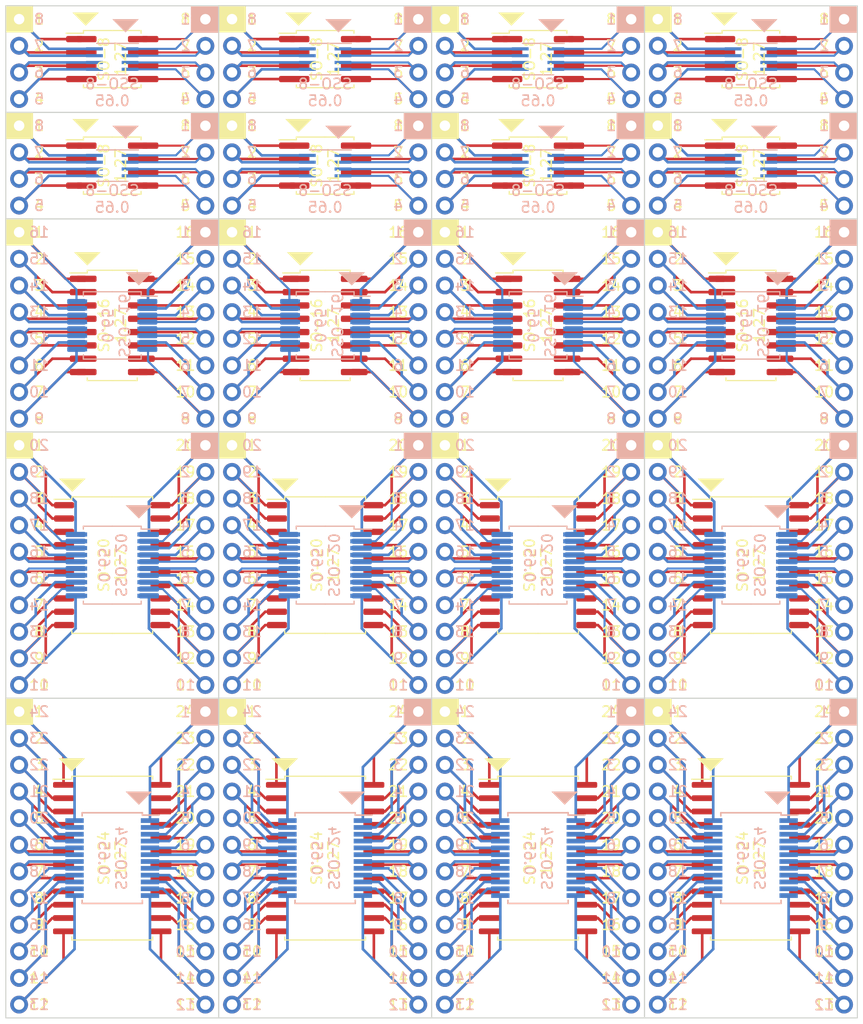
<source format=kicad_pcb>
(kicad_pcb (version 20211014) (generator pcbnew)
  (layers (0 "F.Cu" signal) (31 "B.Cu" signal) (34 "B.Paste" user) (35 "F.Paste" user) (36 "B.SilkS" user "B.Silkscreen") (37 "F.SilkS" user "F.Silkscreen") (38 "B.Mask" user) (39 "F.Mask" user) (44 "Edge.Cuts" user))
  (net 0 "")
  (footprint "Package_SO:SOIC-8_3.9x4.9mm_P1.27mm" (layer "F.Cu") (at 64.56 36.195)
    (fp_text reference "REF**" hide)
    (fp_text value "SOIC-8_3.9x4.9mm_P1.27mm" hide)
  )
  (footprint "Package_SO:SOP-20_7.5x12.8mm_P1.27mm" (layer "F.Cu") (at 64.56 74.295)
    (fp_text reference "REF**" hide)
    (fp_text value "SOP-20_7.5x12.8mm_P1.27mm" hide)
  )
  (footprint "Connector_PinHeader_2.54mm:PinHeader_1x12_P2.54mm_Vertical" (layer "F.Cu") (at 75.99 88.265)
    (fp_text reference "REF**3" hide)
    (fp_text value "PinHeader_1x12_P2.54mm_Vertical" hide)
  )
  (footprint "Connector_PinHeader_2.54mm:PinHeader_1x08_P2.54mm_Vertical" (layer "F.Cu") (at 55.67 42.545)
    (fp_text reference "REF**" hide)
    (fp_text value "PinHeader_1x08_P2.54mm_Vertical" hide)
  )
  (footprint "Connector_PinHeader_2.54mm:PinHeader_1x08_P2.54mm_Vertical" (layer "F.Cu") (at 93.77 42.545)
    (fp_text reference "REF**15" hide)
    (fp_text value "PinHeader_1x08_P2.54mm_Vertical" hide)
  )
  (footprint "Package_SO:SOIC-8_3.9x4.9mm_P1.27mm" (layer "F.Cu") (at 125.52 26.035)
    (fp_text reference "REF**71" hide)
    (fp_text value "SOIC-8_3.9x4.9mm_P1.27mm" hide)
  )
  (footprint "Package_SO:SOP-8_5.28x5.23mm_P1.27mm" (layer "F.Cu") (at 84.88 26.035)
    (fp_text reference "REF**21" hide)
    (fp_text value "SOP-8_5.28x5.23mm_P1.27mm" hide)
  )
  (footprint "Connector_PinHeader_2.54mm:PinHeader_1x04_P2.54mm_Vertical" (layer "F.Cu") (at 96.31 22.225)
    (fp_text reference "REF**50" hide)
    (fp_text value "PinHeader_1x04_P2.54mm_Vertical" hide)
  )
  (footprint "Connector_PinHeader_2.54mm:PinHeader_1x08_P2.54mm_Vertical" (layer "F.Cu") (at 116.63 42.545)
    (fp_text reference "REF**64" hide)
    (fp_text value "PinHeader_1x08_P2.54mm_Vertical" hide)
  )
  (footprint "Connector_PinHeader_2.54mm:PinHeader_1x10_P2.54mm_Vertical" (layer "F.Cu") (at 116.63 62.865)
    (fp_text reference "REF**58" hide)
    (fp_text value "PinHeader_1x10_P2.54mm_Vertical" hide)
  )
  (footprint "Connector_PinHeader_2.54mm:PinHeader_1x04_P2.54mm_Vertical" (layer "F.Cu") (at 116.63 32.385)
    (fp_text reference "REF**70" hide)
    (fp_text value "PinHeader_1x04_P2.54mm_Vertical" hide)
  )
  (footprint "Connector_PinHeader_2.54mm:PinHeader_1x10_P2.54mm_Vertical" (layer "F.Cu") (at 96.31 62.865)
    (fp_text reference "REF**33" hide)
    (fp_text value "PinHeader_1x10_P2.54mm_Vertical" hide)
  )
  (footprint "Connector_PinHeader_2.54mm:PinHeader_1x12_P2.54mm_Vertical" (layer "F.Cu") (at 116.63 88.265)
    (fp_text reference "REF**53" hide)
    (fp_text value "PinHeader_1x12_P2.54mm_Vertical" hide)
  )
  (footprint "Package_SO:SOP-24_7.5x15.4mm_P1.27mm" (layer "F.Cu") (at 125.52 102.235)
    (fp_text reference "REF**51" hide)
    (fp_text value "SOP-24_7.5x15.4mm_P1.27mm" hide)
  )
  (footprint "Package_SO:SOP-8_5.28x5.23mm_P1.27mm" (layer "F.Cu") (at 105.2 36.195)
    (fp_text reference "REF**41" hide)
    (fp_text value "SOP-8_5.28x5.23mm_P1.27mm" hide)
  )
  (footprint "Connector_PinHeader_2.54mm:PinHeader_1x04_P2.54mm_Vertical" (layer "F.Cu") (at 55.67 22.225)
    (fp_text reference "REF**" hide)
    (fp_text value "PinHeader_1x04_P2.54mm_Vertical" hide)
  )
  (footprint "Package_SO:SOP-24_7.5x15.4mm_P1.27mm" (layer "F.Cu") (at 84.88 102.235)
    (fp_text reference "REF**1" hide)
    (fp_text value "SOP-24_7.5x15.4mm_P1.27mm" hide)
  )
  (footprint "Package_SO:SOIC-16_3.9x9.9mm_P1.27mm" (layer "F.Cu") (at 105.2 51.435)
    (fp_text reference "REF**35" hide)
    (fp_text value "SOIC-16_3.9x9.9mm_P1.27mm" hide)
  )
  (footprint "Connector_PinHeader_2.54mm:PinHeader_1x12_P2.54mm_Vertical" (layer "F.Cu") (at 114.09 88.265)
    (fp_text reference "REF**29" hide)
    (fp_text value "PinHeader_1x12_P2.54mm_Vertical" hide)
  )
  (footprint "Connector_PinHeader_2.54mm:PinHeader_1x04_P2.54mm_Vertical" (layer "F.Cu") (at 55.67 32.385)
    (fp_text reference "REF**" hide)
    (fp_text value "PinHeader_1x04_P2.54mm_Vertical" hide)
  )
  (footprint "Package_SO:SOIC-8_3.9x4.9mm_P1.27mm" (layer "F.Cu") (at 105.2 26.035)
    (fp_text reference "REF**46" hide)
    (fp_text value "SOIC-8_3.9x4.9mm_P1.27mm" hide)
  )
  (footprint "Package_SO:SOP-8_5.28x5.23mm_P1.27mm" (layer "F.Cu") (at 64.56 26.035)
    (fp_text reference "REF**" hide)
    (fp_text value "SOP-8_5.28x5.23mm_P1.27mm" hide)
  )
  (footprint "Package_SO:SOP-24_7.5x15.4mm_P1.27mm" (layer "F.Cu") (at 64.56 102.235)
    (fp_text reference "REF**" hide)
    (fp_text value "SOP-24_7.5x15.4mm_P1.27mm" hide)
  )
  (footprint "Connector_PinHeader_2.54mm:PinHeader_1x08_P2.54mm_Vertical" (layer "F.Cu") (at 75.99 42.545)
    (fp_text reference "REF**14" hide)
    (fp_text value "PinHeader_1x08_P2.54mm_Vertical" hide)
  )
  (footprint "Package_SO:SOIC-8_3.9x4.9mm_P1.27mm" (layer "F.Cu") (at 84.88 26.035)
    (fp_text reference "REF**23" hide)
    (fp_text value "SOIC-8_3.9x4.9mm_P1.27mm" hide)
  )
  (footprint "Package_SO:SOP-16_4.55x10.3mm_P1.27mm" (layer "F.Cu") (at 125.52 51.435)
    (fp_text reference "REF**61" hide)
    (fp_text value "SOP-16_4.55x10.3mm_P1.27mm" hide)
  )
  (footprint "Package_SO:SOIC-16_3.9x9.9mm_P1.27mm" (layer "F.Cu") (at 64.56 51.435)
    (fp_text reference "REF**" hide)
    (fp_text value "SOIC-16_3.9x9.9mm_P1.27mm" hide)
  )
  (footprint "Package_SO:SOP-24_7.5x15.4mm_P1.27mm" (layer "F.Cu") (at 105.2 102.235)
    (fp_text reference "REF**26" hide)
    (fp_text value "SOP-24_7.5x15.4mm_P1.27mm" hide)
  )
  (footprint "Package_SO:SOIC-8_3.9x4.9mm_P1.27mm" (layer "F.Cu") (at 125.52 36.195)
    (fp_text reference "REF**67" hide)
    (fp_text value "SOIC-8_3.9x4.9mm_P1.27mm" hide)
  )
  (footprint "Package_SO:SOP-8_5.28x5.23mm_P1.27mm" (layer "F.Cu") (at 64.56 36.195)
    (fp_text reference "REF**" hide)
    (fp_text value "SOP-8_5.28x5.23mm_P1.27mm" hide)
  )
  (footprint "Connector_PinHeader_2.54mm:PinHeader_1x04_P2.54mm_Vertical" (layer "F.Cu") (at 134.41 22.235)
    (fp_text reference "REF**74" hide)
    (fp_text value "PinHeader_1x04_P2.54mm_Vertical" hide)
  )
  (footprint "Package_SO:SOIC-8_3.9x4.9mm_P1.27mm" (layer "F.Cu") (at 105.2 36.195)
    (fp_text reference "REF**43" hide)
    (fp_text value "SOIC-8_3.9x4.9mm_P1.27mm" hide)
  )
  (footprint "Package_SO:SOP-8_5.28x5.23mm_P1.27mm" (layer "F.Cu") (at 125.52 36.195)
    (fp_text reference "REF**68" hide)
    (fp_text value "SOP-8_5.28x5.23mm_P1.27mm" hide)
  )
  (footprint "Connector_PinHeader_2.54mm:PinHeader_1x04_P2.54mm_Vertical" (layer "F.Cu") (at 134.41 32.395)
    (fp_text reference "REF**69" hide)
    (fp_text value "PinHeader_1x04_P2.54mm_Vertical" hide)
  )
  (footprint "Package_SO:SOP-20_7.5x12.8mm_P1.27mm" (layer "F.Cu") (at 125.52 74.295)
    (fp_text reference "REF**57" hide)
    (fp_text value "SOP-20_7.5x12.8mm_P1.27mm" hide)
  )
  (footprint "Package_SO:SOP-20_7.5x12.8mm_P1.27mm" (layer "F.Cu") (at 84.88 74.295)
    (fp_text reference "REF**6" hide)
    (fp_text value "SOP-20_7.5x12.8mm_P1.27mm" hide)
  )
  (footprint "Connector_PinHeader_2.54mm:PinHeader_1x10_P2.54mm_Vertical" (layer "F.Cu") (at 134.41 62.865)
    (fp_text reference "REF**59" hide)
    (fp_text value "PinHeader_1x10_P2.54mm_Vertical" hide)
  )
  (footprint "Connector_PinHeader_2.54mm:PinHeader_1x04_P2.54mm_Vertical" (layer "F.Cu") (at 75.99 32.385)
    (fp_text reference "REF**20" hide)
    (fp_text value "PinHeader_1x04_P2.54mm_Vertical" hide)
  )
  (footprint "Package_SO:SOIC-16_3.9x9.9mm_P1.27mm" (layer "F.Cu") (at 84.88 51.435)
    (fp_text reference "REF**12" hide)
    (fp_text value "SOIC-16_3.9x9.9mm_P1.27mm" hide)
  )
  (footprint "Connector_PinHeader_2.54mm:PinHeader_1x10_P2.54mm_Vertical" (layer "F.Cu") (at 93.77 62.865)
    (fp_text reference "REF**9" hide)
    (fp_text value "PinHeader_1x10_P2.54mm_Vertical" hide)
  )
  (footprint "Package_SO:SOP-8_5.28x5.23mm_P1.27mm" (layer "F.Cu") (at 105.2 26.035)
    (fp_text reference "REF**47" hide)
    (fp_text value "SOP-8_5.28x5.23mm_P1.27mm" hide)
  )
  (footprint "Connector_PinHeader_2.54mm:PinHeader_1x12_P2.54mm_Vertical" (layer "F.Cu") (at 134.41 88.265)
    (fp_text reference "REF**54" hide)
    (fp_text value "PinHeader_1x12_P2.54mm_Vertical" hide)
  )
  (footprint "Package_SO:SOP-16_4.55x10.3mm_P1.27mm" (layer "F.Cu") (at 64.56 51.435)
    (fp_text reference "REF**" hide)
    (fp_text value "SOP-16_4.55x10.3mm_P1.27mm" hide)
  )
  (footprint "Package_SO:SOP-16_4.55x10.3mm_P1.27mm" (layer "F.Cu") (at 105.2 51.435)
    (fp_text reference "REF**37" hide)
    (fp_text value "SOP-16_4.55x10.3mm_P1.27mm" hide)
  )
  (footprint "Connector_PinHeader_2.54mm:PinHeader_1x12_P2.54mm_Vertical" (layer "F.Cu") (at 55.67 88.265)
    (fp_text reference "REF**" hide)
    (fp_text value "PinHeader_1x12_P2.54mm_Vertical" hide)
  )
  (footprint "Package_SO:SOP-8_5.28x5.23mm_P1.27mm" (layer "F.Cu") (at 84.88 36.195)
    (fp_text reference "REF**16" hide)
    (fp_text value "SOP-8_5.28x5.23mm_P1.27mm" hide)
  )
  (footprint "Connector_PinHeader_2.54mm:PinHeader_1x12_P2.54mm_Vertical" (layer "F.Cu") (at 96.31 88.265)
    (fp_text reference "REF**28" hide)
    (fp_text value "PinHeader_1x12_P2.54mm_Vertical" hide)
  )
  (footprint "Connector_PinHeader_2.54mm:PinHeader_1x08_P2.54mm_Vertical" (layer "F.Cu") (at 73.45 42.545)
    (fp_text reference "REF**" hide)
    (fp_text value "PinHeader_1x08_P2.54mm_Vertical" hide)
  )
  (footprint "Connector_PinHeader_2.54mm:PinHeader_1x04_P2.54mm_Vertical" (layer "F.Cu") (at 96.31 32.385)
    (fp_text reference "REF**45" hide)
    (fp_text value "PinHeader_1x04_P2.54mm_Vertical" hide)
  )
  (footprint "Connector_PinHeader_2.54mm:PinHeader_1x10_P2.54mm_Vertical" (layer "F.Cu") (at 73.45 62.865)
    (fp_text reference "REF**" hide)
    (fp_text value "PinHeader_1x10_P2.54mm_Vertical" hide)
  )
  (footprint "Connector_PinHeader_2.54mm:PinHeader_1x12_P2.54mm_Vertical" (layer "F.Cu") (at 73.45 88.265)
    (fp_text reference "REF**" hide)
    (fp_text value "PinHeader_1x12_P2.54mm_Vertical" hide)
  )
  (footprint "Connector_PinHeader_2.54mm:PinHeader_1x08_P2.54mm_Vertical" (layer "F.Cu") (at 96.31 42.545)
    (fp_text reference "REF**39" hide)
    (fp_text value "PinHeader_1x08_P2.54mm_Vertical" hide)
  )
  (footprint "Package_SO:SOP-8_5.28x5.23mm_P1.27mm" (layer "F.Cu") (at 125.52 26.035)
    (fp_text reference "REF**73" hide)
    (fp_text value "SOP-8_5.28x5.23mm_P1.27mm" hide)
  )
  (footprint "Package_SO:SOIC-8_3.9x4.9mm_P1.27mm" (layer "F.Cu") (at 84.88 36.195)
    (fp_text reference "REF**17" hide)
    (fp_text value "SOIC-8_3.9x4.9mm_P1.27mm" hide)
  )
  (footprint "Connector_PinHeader_2.54mm:PinHeader_1x04_P2.54mm_Vertical" (layer "F.Cu") (at 116.63 22.225)
    (fp_text reference "REF**75" hide)
    (fp_text value "PinHeader_1x04_P2.54mm_Vertical" hide)
  )
  (footprint "Connector_PinHeader_2.54mm:PinHeader_1x10_P2.54mm_Vertical" (layer "F.Cu") (at 75.99 62.865)
    (fp_text reference "REF**8" hide)
    (fp_text value "PinHeader_1x10_P2.54mm_Vertical" hide)
  )
  (footprint "Package_SO:SOP-20_7.5x12.8mm_P1.27mm" (layer "F.Cu") (at 105.2 74.295)
    (fp_text reference "REF**32" hide)
    (fp_text value "SOP-20_7.5x12.8mm_P1.27mm" hide)
  )
  (footprint "Connector_PinHeader_2.54mm:PinHeader_1x04_P2.54mm_Vertical" (layer "F.Cu") (at 73.45 22.235)
    (fp_text reference "REF**" hide)
    (fp_text value "PinHeader_1x04_P2.54mm_Vertical" hide)
  )
  (footprint "Connector_PinHeader_2.54mm:PinHeader_1x04_P2.54mm_Vertical" (layer "F.Cu") (at 114.09 22.235)
    (fp_text reference "REF**49" hide)
    (fp_text value "PinHeader_1x04_P2.54mm_Vertical" hide)
  )
  (footprint "Connector_PinHeader_2.54mm:PinHeader_1x04_P2.54mm_Vertical" (layer "F.Cu") (at 93.77 32.395)
    (fp_text reference "REF**19" hide)
    (fp_text value "PinHeader_1x04_P2.54mm_Vertical" hide)
  )
  (footprint "Connector_PinHeader_2.54mm:PinHeader_1x08_P2.54mm_Vertical" (layer "F.Cu") (at 134.41 42.545)
    (fp_text reference "REF**65" hide)
    (fp_text value "PinHeader_1x08_P2.54mm_Vertical" hide)
  )
  (footprint "Connector_PinHeader_2.54mm:PinHeader_1x10_P2.54mm_Vertical" (layer "F.Cu") (at 114.09 62.865)
    (fp_text reference "REF**34" hide)
    (fp_text value "PinHeader_1x10_P2.54mm_Vertical" hide)
  )
  (footprint "Connector_PinHeader_2.54mm:PinHeader_1x10_P2.54mm_Vertical" (layer "F.Cu") (at 55.67 62.865)
    (fp_text reference "REF**" hide)
    (fp_text value "PinHeader_1x10_P2.54mm_Vertical" hide)
  )
  (footprint "Connector_PinHeader_2.54mm:PinHeader_1x04_P2.54mm_Vertical" (layer "F.Cu") (at 93.77 22.235)
    (fp_text reference "REF**24" hide)
    (fp_text value "PinHeader_1x04_P2.54mm_Vertical" hide)
  )
  (footprint "Connector_PinHeader_2.54mm:PinHeader_1x04_P2.54mm_Vertical" (layer "F.Cu") (at 73.45 32.395)
    (fp_text reference "REF**" hide)
    (fp_text value "PinHeader_1x04_P2.54mm_Vertical" hide)
  )
  (footprint "Connector_PinHeader_2.54mm:PinHeader_1x08_P2.54mm_Vertical" (layer "F.Cu") (at 114.09 42.545)
    (fp_text reference "REF**40" hide)
    (fp_text value "PinHeader_1x08_P2.54mm_Vertical" hide)
  )
  (footprint "Connector_PinHeader_2.54mm:PinHeader_1x12_P2.54mm_Vertical" (layer "F.Cu") (at 93.77 88.265)
    (fp_text reference "REF**4" hide)
    (fp_text value "PinHeader_1x12_P2.54mm_Vertical" hide)
  )
  (footprint "Connector_PinHeader_2.54mm:PinHeader_1x04_P2.54mm_Vertical" (layer "F.Cu") (at 75.99 22.225)
    (fp_text reference "REF**25" hide)
    (fp_text value "PinHeader_1x04_P2.54mm_Vertical" hide)
  )
  (footprint "Connector_PinHeader_2.54mm:PinHeader_1x04_P2.54mm_Vertical" (layer "F.Cu") (at 114.09 32.395)
    (fp_text reference "REF**44" hide)
    (fp_text value "PinHeader_1x04_P2.54mm_Vertical" hide)
  )
  (footprint "Package_SO:SOIC-16_3.9x9.9mm_P1.27mm" (layer "F.Cu") (at 125.52 51.435)
    (fp_text reference "REF**63" hide)
    (fp_text value "SOIC-16_3.9x9.9mm_P1.27mm" hide)
  )
  (footprint "Package_SO:SOIC-8_3.9x4.9mm_P1.27mm" (layer "F.Cu") (at 64.56 26.035)
    (fp_text reference "REF**" hide)
    (fp_text value "SOIC-8_3.9x4.9mm_P1.27mm" hide)
  )
  (footprint "Package_SO:SOP-16_4.55x10.3mm_P1.27mm" (layer "F.Cu") (at 84.88 51.435)
    (fp_text reference "REF**13" hide)
    (fp_text value "SOP-16_4.55x10.3mm_P1.27mm" hide)
  )
  (footprint "Package_SO:SSOP-16_5.3x6.2mm_P0.65mm" (layer "B.Cu") (at 125.52 51.435 180)
    (fp_text reference "REF**60" hide)
    (fp_text value "SSOP-16_5.3x6.2mm_P0.65mm" hide)
  )
  (footprint "Package_SO:SSOP-20_4.4x6.5mm_P0.65mm" (layer "B.Cu") (at 125.52 74.295 180)
    (fp_text reference "REF**55" hide)
    (fp_text value "SSOP-20_4.4x6.5mm_P0.65mm" hide)
  )
  (footprint "Package_SO:SSOP-20_5.3x7.2mm_P0.65mm" (layer "B.Cu") (at 64.56 74.295 180)
    (fp_text reference "REF**" hide)
    (fp_text value "SSOP-20_5.3x7.2mm_P0.65mm" hide)
  )
  (footprint "Package_SO:SSOP-16_4.4x5.2mm_P0.65mm" (layer "B.Cu") (at 84.88 51.435 180)
    (fp_text reference "REF**10" hide)
    (fp_text value "SSOP-16_4.4x5.2mm_P0.65mm" hide)
  )
  (footprint "Package_SO:SSOP-8_2.95x2.8mm_P0.65mm" (layer "B.Cu") (at 125.52 26.035 180)
    (fp_text reference "REF**72" hide)
    (fp_text value "SSOP-8_2.95x2.8mm_P0.65mm" hide)
  )
  (footprint "Package_SO:SSOP-20_4.4x6.5mm_P0.65mm" (layer "B.Cu") (at 105.2 74.295 180)
    (fp_text reference "REF**30" hide)
    (fp_text value "SSOP-20_4.4x6.5mm_P0.65mm" hide)
  )
  (footprint "Package_SO:SSOP-20_5.3x7.2mm_P0.65mm" (layer "B.Cu") (at 84.88 74.295 180)
    (fp_text reference "REF**5" hide)
    (fp_text value "SSOP-20_5.3x7.2mm_P0.65mm" hide)
  )
  (footprint "Package_SO:SSOP-8_2.95x2.8mm_P0.65mm" (layer "B.Cu") (at 84.88 26.035 180)
    (fp_text reference "REF**22" hide)
    (fp_text value "SSOP-8_2.95x2.8mm_P0.65mm" hide)
  )
  (footprint "Package_SO:SSOP-16_5.3x6.2mm_P0.65mm" (layer "B.Cu") (at 84.88 51.435 180)
    (fp_text reference "REF**11" hide)
    (fp_text value "SSOP-16_5.3x6.2mm_P0.65mm" hide)
  )
  (footprint "Package_SO:SSOP-8_2.95x2.8mm_P0.65mm" (layer "B.Cu") (at 125.52 36.195 180)
    (fp_text reference "REF**66" hide)
    (fp_text value "SSOP-8_2.95x2.8mm_P0.65mm" hide)
  )
  (footprint "Package_SO:SSOP-20_5.3x7.2mm_P0.65mm" (layer "B.Cu") (at 105.2 74.295 180)
    (fp_text reference "REF**31" hide)
    (fp_text value "SSOP-20_5.3x7.2mm_P0.65mm" hide)
  )
  (footprint "Package_SO:SSOP-8_2.95x2.8mm_P0.65mm" (layer "B.Cu") (at 105.2 36.195 180)
    (fp_text reference "REF**42" hide)
    (fp_text value "SSOP-8_2.95x2.8mm_P0.65mm" hide)
  )
  (footprint "Package_SO:SSOP-20_5.3x7.2mm_P0.65mm" (layer "B.Cu") (at 125.52 74.295 180)
    (fp_text reference "REF**56" hide)
    (fp_text value "SSOP-20_5.3x7.2mm_P0.65mm" hide)
  )
  (footprint "Package_SO:SSOP-8_2.95x2.8mm_P0.65mm" (layer "B.Cu") (at 64.56 36.195 180)
    (fp_text reference "REF**" hide)
    (fp_text value "SSOP-8_2.95x2.8mm_P0.65mm" hide)
  )
  (footprint "Package_SO:SSOP-16_5.3x6.2mm_P0.65mm" (layer "B.Cu") (at 105.2 51.435 180)
    (fp_text reference "REF**36" hide)
    (fp_text value "SSOP-16_5.3x6.2mm_P0.65mm" hide)
  )
  (footprint "Package_SO:SSOP-16_5.3x6.2mm_P0.65mm" (layer "B.Cu") (at 64.56 51.435 180)
    (fp_text reference "REF**" hide)
    (fp_text value "SSOP-16_5.3x6.2mm_P0.65mm" hide)
  )
  (footprint "Package_SO:SSOP-16_4.4x5.2mm_P0.65mm" (layer "B.Cu") (at 64.56 51.435 180)
    (fp_text reference "REF**" hide)
    (fp_text value "SSOP-16_4.4x5.2mm_P0.65mm" hide)
  )
  (footprint "Package_SO:SSOP-16_4.4x5.2mm_P0.65mm" (layer "B.Cu") (at 125.52 51.435 180)
    (fp_text reference "REF**62" hide)
    (fp_text value "SSOP-16_4.4x5.2mm_P0.65mm" hide)
  )
  (footprint "Package_SO:SSOP-24_5.3x8.2mm_P0.65mm" (layer "B.Cu") (at 64.56 102.235 180)
    (fp_text reference "REF**" hide)
    (fp_text value "SSOP-24_5.3x8.2mm_P0.65mm" hide)
  )
  (footprint "Package_SO:SSOP-8_2.95x2.8mm_P0.65mm" (layer "B.Cu") (at 64.56 26.035 180)
    (fp_text reference "REF**" hide)
    (fp_text value "SSOP-8_2.95x2.8mm_P0.65mm" hide)
  )
  (footprint "Package_SO:SSOP-24_5.3x8.2mm_P0.65mm" (layer "B.Cu") (at 125.52 102.235 180)
    (fp_text reference "REF**52" hide)
    (fp_text value "SSOP-24_5.3x8.2mm_P0.65mm" hide)
  )
  (footprint "Package_SO:SSOP-24_5.3x8.2mm_P0.65mm" (layer "B.Cu") (at 105.2 102.235 180)
    (fp_text reference "REF**27" hide)
    (fp_text value "SSOP-24_5.3x8.2mm_P0.65mm" hide)
  )
  (footprint "Package_SO:SSOP-8_2.95x2.8mm_P0.65mm" (layer "B.Cu") (at 84.88 36.195 180)
    (fp_text reference "REF**18" hide)
    (fp_text value "SSOP-8_2.95x2.8mm_P0.65mm" hide)
  )
  (footprint "Package_SO:SSOP-16_4.4x5.2mm_P0.65mm" (layer "B.Cu") (at 105.2 51.435 180)
    (fp_text reference "REF**38" hide)
    (fp_text value "SSOP-16_4.4x5.2mm_P0.65mm" hide)
  )
  (footprint "Package_SO:SSOP-20_4.4x6.5mm_P0.65mm" (layer "B.Cu") (at 84.88 74.295 180)
    (fp_text reference "REF**7" hide)
    (fp_text value "SSOP-20_4.4x6.5mm_P0.65mm" hide)
  )
  (footprint "Package_SO:SSOP-24_5.3x8.2mm_P0.65mm" (layer "B.Cu") (at 84.88 102.235 180)
    (fp_text reference "REF**2" hide)
    (fp_text value "SSOP-24_5.3x8.2mm_P0.65mm" hide)
  )
  (footprint "Package_SO:SSOP-20_4.4x6.5mm_P0.65mm" (layer "B.Cu") (at 64.56 74.295 180)
    (fp_text reference "REF**" hide)
    (fp_text value "SSOP-20_4.4x6.5mm_P0.65mm" hide)
  )
  (footprint "Package_SO:SSOP-8_2.95x2.8mm_P0.65mm" (layer "B.Cu") (at 105.2 26.035 180)
    (fp_text reference "REF**48" hide)
    (fp_text value "SSOP-8_2.95x2.8mm_P0.65mm" hide)
  )
  (gr_poly (pts (xy 126.79 33.655) (xy 128.06 32.385) (xy 125.52 32.385)) (layer "B.SilkS") (width 0) (fill solid))
  (gr_rect (start 72.06 43.845) (end 74.72 41.245) (layer "B.SilkS") (width 0) (fill solid))
  (gr_rect (start 72.06 33.685) (end 74.72 31.085) (layer "B.SilkS") (width 0) (fill solid))
  (gr_poly (pts (xy 86.15 33.655) (xy 87.42 32.385) (xy 84.88 32.385)) (layer "B.SilkS") (width 0) (fill solid))
  (gr_poly (pts (xy 87.42 47.625) (xy 88.69 46.355) (xy 86.15 46.355)) (layer "B.SilkS") (width 0) (fill solid))
  (gr_poly (pts (xy 87.42 97.155) (xy 88.69 95.885) (xy 86.15 95.885)) (layer "B.SilkS") (width 0) (fill solid))
  (gr_poly (pts (xy 67.1 69.85) (xy 68.37 68.58) (xy 65.83 68.58)) (layer "B.SilkS") (width 0) (fill solid))
  (gr_poly (pts (xy 67.1 47.625) (xy 68.37 46.355) (xy 65.83 46.355)) (layer "B.SilkS") (width 0) (fill solid))
  (gr_poly (pts (xy 128.06 47.625) (xy 129.33 46.355) (xy 126.79 46.355)) (layer "B.SilkS") (width 0) (fill solid))
  (gr_poly (pts (xy 128.06 69.85) (xy 129.33 68.58) (xy 126.79 68.58)) (layer "B.SilkS") (width 0) (fill solid))
  (gr_poly (pts (xy 106.47 23.495) (xy 107.74 22.225) (xy 105.2 22.225)) (layer "B.SilkS") (width 0) (fill solid))
  (gr_poly (pts (xy 87.42 69.85) (xy 88.69 68.58) (xy 86.15 68.58)) (layer "B.SilkS") (width 0) (fill solid))
  (gr_rect (start 133.02 43.845) (end 135.68 41.245) (layer "B.SilkS") (width 0) (fill solid))
  (gr_rect (start 72.06 64.165) (end 74.72 61.565) (layer "B.SilkS") (width 0) (fill solid))
  (gr_rect (start 133.02 64.165) (end 135.68 61.565) (layer "B.SilkS") (width 0) (fill solid))
  (gr_rect (start 112.7 64.165) (end 115.36 61.565) (layer "B.SilkS") (width 0) (fill solid))
  (gr_rect (start 112.7 43.845) (end 115.36 41.245) (layer "B.SilkS") (width 0) (fill solid))
  (gr_rect (start 133.02 89.595) (end 135.68 86.995) (layer "B.SilkS") (width 0) (fill solid))
  (gr_poly (pts (xy 107.74 69.85) (xy 109.01 68.58) (xy 106.47 68.58)) (layer "B.SilkS") (width 0) (fill solid))
  (gr_poly (pts (xy 86.15 23.495) (xy 87.42 22.225) (xy 84.88 22.225)) (layer "B.SilkS") (width 0) (fill solid))
  (gr_poly (pts (xy 128.06 97.155) (xy 129.33 95.885) (xy 126.79 95.885)) (layer "B.SilkS") (width 0) (fill solid))
  (gr_rect (start 112.7 89.595) (end 115.36 86.995) (layer "B.SilkS") (width 0) (fill solid))
  (gr_poly (pts (xy 65.83 23.495) (xy 67.1 22.225) (xy 64.56 22.225)) (layer "B.SilkS") (width 0) (fill solid))
  (gr_rect (start 92.38 43.845) (end 95.04 41.245) (layer "B.SilkS") (width 0) (fill solid))
  (gr_poly (pts (xy 106.47 33.655) (xy 107.74 32.385) (xy 105.2 32.385)) (layer "B.SilkS") (width 0) (fill solid))
  (gr_rect (start 92.38 89.595) (end 95.04 86.995) (layer "B.SilkS") (width 0) (fill solid))
  (gr_rect (start 133.02 33.685) (end 135.68 31.085) (layer "B.SilkS") (width 0) (fill solid))
  (gr_rect (start 92.38 64.165) (end 95.04 61.565) (layer "B.SilkS") (width 0) (fill solid))
  (gr_poly (pts (xy 65.83 33.655) (xy 67.1 32.385) (xy 64.56 32.385)) (layer "B.SilkS") (width 0) (fill solid))
  (gr_rect (start 112.7 33.685) (end 115.36 31.085) (layer "B.SilkS") (width 0) (fill solid))
  (gr_poly (pts (xy 107.74 97.155) (xy 109.01 95.885) (xy 106.47 95.885)) (layer "B.SilkS") (width 0) (fill solid))
  (gr_rect (start 112.7 23.525) (end 115.36 20.925) (layer "B.SilkS") (width 0) (fill solid))
  (gr_rect (start 72.06 89.595) (end 74.72 86.995) (layer "B.SilkS") (width 0) (fill solid))
  (gr_rect (start 72.06 23.525) (end 74.72 20.925) (layer "B.SilkS") (width 0) (fill solid))
  (gr_poly (pts (xy 126.79 23.495) (xy 128.06 22.225) (xy 125.52 22.225)) (layer "B.SilkS") (width 0) (fill solid))
  (gr_rect (start 92.38 23.525) (end 95.04 20.925) (layer "B.SilkS") (width 0) (fill solid))
  (gr_rect (start 133.02 23.525) (end 135.68 20.925) (layer "B.SilkS") (width 0) (fill solid))
  (gr_rect (start 92.38 33.685) (end 95.04 31.085) (layer "B.SilkS") (width 0) (fill solid))
  (gr_poly (pts (xy 107.74 47.625) (xy 109.01 46.355) (xy 106.47 46.355)) (layer "B.SilkS") (width 0) (fill solid))
  (gr_poly (pts (xy 67.1 97.155) (xy 68.37 95.885) (xy 65.83 95.885)) (layer "B.SilkS") (width 0) (fill solid))
  (gr_poly (pts (xy 123.135 45.72) (xy 121.865 44.45) (xy 124.405 44.45)) (layer "F.SilkS") (width 0) (fill solid))
  (gr_poly (pts (xy 81.02 93.98) (xy 79.75 92.71) (xy 82.29 92.71)) (layer "F.SilkS") (width 0) (fill solid))
  (gr_rect (start 94.98 20.895) (end 97.64 23.495) (layer "F.SilkS") (width 0) (fill solid))
  (gr_poly (pts (xy 101.39 67.31) (xy 100.12 66.04) (xy 102.66 66.04)) (layer "F.SilkS") (width 0) (fill solid))
  (gr_rect (start 94.98 31.055) (end 97.64 33.655) (layer "F.SilkS") (width 0) (fill solid))
  (gr_poly (pts (xy 121.71 67.31) (xy 120.44 66.04) (xy 122.98 66.04)) (layer "F.SilkS") (width 0) (fill solid))
  (gr_rect (start 94.98 61.535) (end 97.64 64.135) (layer "F.SilkS") (width 0) (fill solid))
  (gr_rect (start 115.3 20.895) (end 117.96 23.495) (layer "F.SilkS") (width 0) (fill solid))
  (gr_poly (pts (xy 62.175 45.72) (xy 60.905 44.45) (xy 63.445 44.45)) (layer "F.SilkS") (width 0) (fill solid))
  (gr_poly (pts (xy 101.34 93.98) (xy 100.07 92.71) (xy 102.61 92.71)) (layer "F.SilkS") (width 0) (fill solid))
  (gr_poly (pts (xy 121.66 93.98) (xy 120.39 92.71) (xy 122.93 92.71)) (layer "F.SilkS") (width 0) (fill solid))
  (gr_rect (start 74.66 20.895) (end 77.32 23.495) (layer "F.SilkS") (width 0) (fill solid))
  (gr_poly (pts (xy 60.7 93.98) (xy 59.43 92.71) (xy 61.97 92.71)) (layer "F.SilkS") (width 0) (fill solid))
  (gr_poly (pts (xy 122.98 33.02) (xy 121.71 31.75) (xy 124.25 31.75)) (layer "F.SilkS") (width 0) (fill solid))
  (gr_rect (start 54.34 41.215) (end 57 43.815) (layer "F.SilkS") (width 0) (fill solid))
  (gr_poly (pts (xy 62.02 22.86) (xy 60.75 21.59) (xy 63.29 21.59)) (layer "F.SilkS") (width 0) (fill solid))
  (gr_rect (start 54.34 20.895) (end 57 23.495) (layer "F.SilkS") (width 0) (fill solid))
  (gr_rect (start 115.3 41.215) (end 117.96 43.815) (layer "F.SilkS") (width 0) (fill solid))
  (gr_rect (start 115.3 31.055) (end 117.96 33.655) (layer "F.SilkS") (width 0) (fill solid))
  (gr_poly (pts (xy 82.34 22.86) (xy 81.07 21.59) (xy 83.61 21.59)) (layer "F.SilkS") (width 0) (fill solid))
  (gr_poly (pts (xy 102.66 33.02) (xy 101.39 31.75) (xy 103.93 31.75)) (layer "F.SilkS") (width 0) (fill solid))
  (gr_poly (pts (xy 102.66 22.86) (xy 101.39 21.59) (xy 103.93 21.59)) (layer "F.SilkS") (width 0) (fill solid))
  (gr_poly (pts (xy 62.02 33.02) (xy 60.75 31.75) (xy 63.29 31.75)) (layer "F.SilkS") (width 0) (fill solid))
  (gr_poly (pts (xy 81.07 67.31) (xy 79.8 66.04) (xy 82.34 66.04)) (layer "F.SilkS") (width 0) (fill solid))
  (gr_poly (pts (xy 82.34 33.02) (xy 81.07 31.75) (xy 83.61 31.75)) (layer "F.SilkS") (width 0) (fill solid))
  (gr_rect (start 74.66 86.935) (end 77.32 89.535) (layer "F.SilkS") (width 0) (fill solid))
  (gr_rect (start 74.66 31.055) (end 77.32 33.655) (layer "F.SilkS") (width 0) (fill solid))
  (gr_poly (pts (xy 102.815 45.72) (xy 101.545 44.45) (xy 104.085 44.45)) (layer "F.SilkS") (width 0) (fill solid))
  (gr_rect (start 94.98 86.935) (end 97.64 89.535) (layer "F.SilkS") (width 0) (fill solid))
  (gr_poly (pts (xy 82.495 45.72) (xy 81.225 44.45) (xy 83.765 44.45)) (layer "F.SilkS") (width 0) (fill solid))
  (gr_poly (pts (xy 122.98 22.86) (xy 121.71 21.59) (xy 124.25 21.59)) (layer "F.SilkS") (width 0) (fill solid))
  (gr_rect (start 54.34 61.535) (end 57 64.135) (layer "F.SilkS") (width 0) (fill solid))
  (gr_poly (pts (xy 60.75 67.31) (xy 59.48 66.04) (xy 62.02 66.04)) (layer "F.SilkS") (width 0) (fill solid))
  (gr_rect (start 94.98 41.215) (end 97.64 43.815) (layer "F.SilkS") (width 0) (fill solid))
  (gr_rect (start 74.66 61.535) (end 77.32 64.135) (layer "F.SilkS") (width 0) (fill solid))
  (gr_rect (start 54.34 86.935) (end 57 89.535) (layer "F.SilkS") (width 0) (fill solid))
  (gr_rect (start 54.34 31.055) (end 57 33.655) (layer "F.SilkS") (width 0) (fill solid))
  (gr_rect (start 115.3 61.535) (end 117.96 64.135) (layer "F.SilkS") (width 0) (fill solid))
  (gr_rect (start 115.3 86.935) (end 117.96 89.535) (layer "F.SilkS") (width 0) (fill solid))
  (gr_rect (start 74.66 41.215) (end 77.32 43.815) (layer "F.SilkS") (width 0) (fill solid))
  (gr_rect (start 74.72 61.595) (end 95.04 86.995) (layer "Edge.Cuts") (width 0.1) (fill none))
  (gr_rect (start 74.72 86.995) (end 95.04 117.475) (layer "Edge.Cuts") (width 0.1) (fill none))
  (gr_rect (start 54.4 20.955) (end 74.72 31.115) (layer "Edge.Cuts") (width 0.1) (fill none))
  (gr_rect (start 95.04 31.115) (end 115.36 41.275) (layer "Edge.Cuts") (width 0.1) (fill none))
  (gr_rect (start 54.4 86.995) (end 74.72 117.475) (layer "Edge.Cuts") (width 0.1) (fill none))
  (gr_rect (start 115.36 86.995) (end 135.68 117.475) (layer "Edge.Cuts") (width 0.1) (fill none))
  (gr_rect (start 115.36 61.595) (end 135.68 86.995) (layer "Edge.Cuts") (width 0.1) (fill none))
  (gr_rect (start 115.36 31.115) (end 135.68 41.275) (layer "Edge.Cuts") (width 0.1) (fill none))
  (gr_rect (start 74.72 20.955) (end 95.04 31.115) (layer "Edge.Cuts") (width 0.1) (fill none))
  (gr_rect (start 115.36 41.275) (end 135.68 61.595) (layer "Edge.Cuts") (width 0.1) (fill none))
  (gr_rect (start 95.04 41.275) (end 115.36 61.595) (layer "Edge.Cuts") (width 0.1) (fill none))
  (gr_rect (start 74.72 41.275) (end 95.04 61.595) (layer "Edge.Cuts") (width 0.1) (fill none))
  (gr_rect (start 115.36 20.955) (end 135.68 31.115) (layer "Edge.Cuts") (width 0.1) (fill none))
  (gr_rect (start 95.04 86.995) (end 115.36 117.475) (layer "Edge.Cuts") (width 0.1) (fill none))
  (gr_rect (start 54.4 31.115) (end 74.72 41.275) (layer "Edge.Cuts") (width 0.1) (fill none))
  (gr_rect (start 54.4 61.595) (end 74.72 86.995) (layer "Edge.Cuts") (width 0.1) (fill none))
  (gr_rect (start 95.04 20.955) (end 115.36 31.115) (layer "Edge.Cuts") (width 0.1) (fill none))
  (gr_rect (start 74.72 31.115) (end 95.04 41.275) (layer "Edge.Cuts") (width 0.1) (fill none))
  (gr_rect (start 54.4 41.275) (end 74.72 61.595) (layer "Edge.Cuts") (width 0.1) (fill none))
  (gr_rect (start 95.04 61.595) (end 115.36 86.995) (layer "Edge.Cuts") (width 0.1) (fill none))
  (gr_text "SSO-24\n0.65" (at 125.52 102.235 -90) (layer "B.SilkS") (effects (font (size 1 1)) (justify mirror)))
  (gr_text "8" (at 71.545 106.075) (layer "B.SilkS") (effects (font (size 1 1)) (justify mirror)))
  (gr_text "1" (at 91.865 32.385) (layer "B.SilkS") (effects (font (size 1 1)) (justify mirror)))
  (gr_text "12" (at 112.185 116.235) (layer "B.SilkS") (effects (font (size 1 1)) (justify mirror)))
  (gr_text "7" (at 57.575 34.925) (layer "B.SilkS") (effects (font (size 1 1)) (justify mirror)))
  (gr_text "4" (at 132.505 29.845) (layer "B.SilkS") (effects (font (size 1 1)) (justify mirror)))
  (gr_text "13" (at 57.575 80.645) (layer "B.SilkS") (effects (font (size 1 1)) (justify mirror)))
  (gr_text "5" (at 91.865 98.455) (layer "B.SilkS") (effects (font (size 1 1)) (justify mirror)))
  (gr_text "1" (at 132.505 62.865) (layer "B.SilkS") (effects (font (size 1 1)) (justify mirror)))
  (gr_text "18" (at 57.575 103.505) (layer "B.SilkS") (effects (font (size 1 1)) (justify mirror)))
  (gr_text "10" (at 57.575 57.785) (layer "B.SilkS") (effects (font (size 1 1)) (justify mirror)))
  (gr_text "1" (at 71.545 62.865) (layer "B.SilkS") (effects (font (size 1 1)) (justify mirror)))
  (gr_text "6" (at 91.865 75.565) (layer "B.SilkS") (effects (font (size 1 1)) (justify mirror)))
  (gr_text "12" (at 98.215 52.705) (layer "B.SilkS") (effects (font (size 1 1)) (justify mirror)))
  (gr_text "20" (at 57.575 98.425) (layer "B.SilkS") (effects (font (size 1 1)) (justify mirror)))
  (gr_text "1" (at 132.505 42.545) (layer "B.SilkS") (effects (font (size 1 1)) (justify mirror)))
  (gr_text "11" (at 71.545 113.695) (layer "B.SilkS") (effects (font (size 1 1)) (justify mirror)))
  (gr_text "7" (at 118.535 24.765) (layer "B.SilkS") (effects (font (size 1 1)) (justify mirror)))
  (gr_text "SSO-20\n0.65" (at 125.52 74.295 -90) (layer "B.SilkS") (effects (font (size 1 1)) (justify mirror)))
  (gr_text "3" (at 91.865 93.375) (layer "B.SilkS") (effects (font (size 1 1)) (justify mirror)))
  (gr_text "11" (at 77.895 85.725) (layer "B.SilkS") (effects (font (size 1 1)) (justify mirror)))
  (gr_text "SSO-16\n0.65" (at 64.8775 51.435 -90) (layer "B.SilkS") (effects (font (size 1 1)) (justify mirror)))
  (gr_text "15" (at 98.215 45.085) (layer "B.SilkS") (effects (font (size 1 1)) (justify mirror)))
  (gr_text "4" (at 91.865 95.915) (layer "B.SilkS") (effects (font (size 1 1)) (justify mirror)))
  (gr_text "23" (at 118.535 90.805) (layer "B.SilkS") (effects (font (size 1 1)) (justify mirror)))
  (gr_text "16" (at 98.215 42.545) (layer "B.SilkS") (effects (font (size 1 1)) (justify mirror)))
  (gr_text "14" (at 98.215 113.665) (layer "B.SilkS") (effects (font (size 1 1)) (justify mirror)))
  (gr_text "12" (at 132.505 116.235) (layer "B.SilkS") (effects (font (size 1 1)) (justify mirror)))
  (gr_text "2" (at 71.545 24.765) (layer "B.SilkS") (effects (font (size 1 1)) (justify mirror)))
  (gr_text "13" (at 98.215 50.165) (layer "B.SilkS") (effects (font (size 1 1)) (justify mirror)))
  (gr_text "2" (at 91.865 45.085) (layer "B.SilkS") (effects (font (size 1 1)) (justify mirror)))
  (gr_text "4" (at 112.185 70.485) (layer "B.SilkS") (effects (font (size 1 1)) (justify mirror)))
  (gr_text "15" (at 98.215 111.125) (layer "B.SilkS") (effects (font (size 1 1)) (justify mirror)))
  (gr_text "5" (at 118.535 40.005) (layer "B.SilkS") (effects (font (size 1 1)) (justify mirror)))
  (gr_text "14" (at 77.895 113.665) (layer "B.SilkS") (effects (font (size 1 1)) (justify mirror)))
  (gr_text "1" (at 112.185 88.295) (layer "B.SilkS") (effects (font (size 1 1)) (justify mirror)))
  (gr_text "6" (at 132.505 100.995) (layer "B.SilkS") (effects (font (size 1 1)) (justify mirror)))
  (gr_text "8" (at 112.185 106.075) (layer "B.SilkS") (effects (font (size 1 1)) (justify mirror)))
  (gr_text "6" (at 91.865 55.245) (layer "B.SilkS") (effects (font (size 1 1)) (justify mirror)))
  (gr_text "7" (at 132.505 57.785) (layer "B.SilkS") (effects (font (size 1 1)) (justify mirror)))
  (gr_text "5" (at 91.865 52.705) (layer "B.SilkS") (effects (font (size 1 1)) (justify mirror)))
  (gr_text "15" (at 77.895 75.565) (layer "B.SilkS") (effects (font (size 1 1)) (justify mirror)))
  (gr_text "7" (at 98.215 24.765) (layer "B.SilkS") (effects (font (size 1 1)) (justify mirror)))
  (gr_text "7" (at 71.545 57.785) (layer "B.SilkS") (effects (font (size 1 1)) (justify mirror)))
  (gr_text "9" (at 118.535 60.325) (layer "B.SilkS") (effects (font (size 1 1)) (justify mirror)))
  (gr_text "5" (at 98.215 40.005) (layer "B.SilkS") (effects (font (size 1 1)) (justify mirror)))
  (gr_text "8" (at 98.215 32.385) (layer "B.SilkS") (effects (font (size 1 1)) (justify mirror)))
  (gr_text "9" (at 98.215 60.325) (layer "B.SilkS") (effects (font (size 1 1)) (justify mirror)))
  (gr_text "13" (at 98.215 80.645) (layer "B.SilkS") (effects (font (size 1 1)) (justify mirror)))
  (gr_text "13" (at 77.895 80.645) (layer "B.SilkS") (effects (font (size 1 1)) (justify mirror)))
  (gr_text "10" (at 132.505 111.155) (layer "B.SilkS") (effects (font (size 1 1)) (justify mirror)))
  (gr_text "8" (at 118.535 22.225) (layer "B.SilkS") (effects (font (size 1 1)) (justify mirror)))
  (gr_text "5" (at 57.575 40.005) (layer "B.SilkS") (effects (font (size 1 1)) (justify mirror)))
  (gr_text "10" (at 98.215 57.785) (layer "B.SilkS") (effects (font (size 1 1)) (justify mirror)))
  (gr_text "3" (at 132.505 47.625) (layer "B.SilkS") (effects (font (size 1 1)) (justify mirror)))
  (gr_text "12" (at 77.895 52.705) (layer "B.SilkS") (effects (font (size 1 1)) (justify mirror)))
  (gr_text "4" (at 112.185 29.845) (layer "B.SilkS") (effects (font (size 1 1)) (justify mirror)))
  (gr_text "6" (at 77.895 27.305) (layer "B.SilkS") (effects (font (size 1 1)) (justify mirror)))
  (gr_text "2" (at 132.505 90.835) (layer "B.SilkS") (effects (font (size 1 1)) (justify mirror)))
  (gr_text "13" (at 57.575 50.165) (layer "B.SilkS") (effects (font (size 1 1)) (justify mirror)))
  (gr_text "10" (at 132.505 85.725) (layer "B.SilkS") (effects (font (size 1 1)) (justify mirror)))
  (gr_text "10" (at 112.185 111.155) (layer "B.SilkS") (effects (font (size 1 1)) (justify mirror)))
  (gr_text "6" (at 98.215 37.465) (layer "B.SilkS") (effects (font (size 1 1)) (justify mirror)))
  (gr_text "7" (at 112.185 78.105) (layer "B.SilkS") (effects (font (size 1 1)) (justify mirror)))
  (gr_text "SSO-8\n0.65" (at 64.56 39.37) (layer "B.SilkS") (effects (font (size 1 1)) (justify mirror)))
  (gr_text "7" (at 71.545 78.105) (layer "B.SilkS") (effects (font (size 1 1)) (justify mirror)))
  (gr_text "15" (at 77.895 45.085) (layer "B.SilkS") (effects (font (size 1 1)) (justify mirror)))
  (gr_text "6" (at 71.545 75.565) (layer "B.SilkS") (effects (font (size 1 1)) (justify mirror)))
  (gr_text "1" (at 132.505 22.225) (layer "B.SilkS") (effects (font (size 1 1)) (justify mirror)))
  (gr_text "4" (at 71.545 40.005) (layer "B.SilkS") (effects (font (size 1 1)) (justify mirror)))
  (gr_text "2" (at 71.545 45.085) (layer "B.SilkS") (effects (font (size 1 1)) (justify mirror)))
  (gr_text "17" (at 98.215 70.485) (layer "B.SilkS") (effects (font (size 1 1)) (justify mirror)))
  (gr_text "5" (at 112.185 98.455) (layer "B.SilkS") (effects (font (size 1 1)) (justify mirror)))
  (gr_text "15" (at 77.895 111.125) (layer "B.SilkS") (effects (font (size 1 1)) (justify mirror)))
  (gr_text "19" (at 77.895 65.405) (layer "B.SilkS") (effects (font (size 1 1)) (justify mirror)))
  (gr_text "9" (at 132.505 83.185) (layer "B.SilkS") (effects (font (size 1 1)) (justify mirror)))
  (gr_text "14" (at 118.535 113.665) (layer "B.SilkS") (effects (font (size 1 1)) (justify mirror)))
  (gr_text "SSO-20\n0.65" (at 84.88 74.295 -90) (layer "B.SilkS") (effects (font (size 1 1)) (justify mirror)))
  (gr_text "3" (at 132.505 27.305) (layer "B.SilkS") (effects (font (size 1 1)) (justify mirror)))
  (gr_text "7" (at 57.575 24.765) (layer "B.SilkS") (effects (font (size 1 1)) (justify mirror)))
  (gr_text "14" (at 98.215 78.105) (layer "B.SilkS") (effects (font (size 1 1)) (justify mirror)))
  (gr_text "15" (at 118.535 111.125) (layer "B.SilkS") (effects (font (size 1 1)) (justify mirror)))
  (gr_text "1" (at 112.185 22.225) (layer "B.SilkS") (effects (font (size 1 1)) (justify mirror)))
  (gr_text "SSO-8\n0.65" (at 84.88 39.37) (layer "B.SilkS") (effects (font (size 1 1)) (justify mirror)))
  (gr_text "2" (at 91.865 24.765) (layer "B.SilkS") (effects (font (size 1 1)) (justify mirror)))
  (gr_text "19" (at 77.895 100.965) (layer "B.SilkS") (effects (font (size 1 1)) (justify mirror)))
  (gr_text "4" (at 112.185 50.165) (layer "B.SilkS") (effects (font (size 1 1)) (justify mirror)))
  (gr_text "14" (at 57.575 78.105) (layer "B.SilkS") (effects (font (size 1 1)) (justify mirror)))
  (gr_text "12" (at 118.535 52.705) (layer "B.SilkS") (effects (font (size 1 1)) (justify mirror)))
  (gr_text "11" (at 57.575 85.725) (layer "B.SilkS") (effects (font (size 1 1)) (justify mirror)))
  (gr_text "8" (at 71.545 80.645) (layer "B.SilkS") (effects (font (size 1 1)) (justify mirror)))
  (gr_text "20" (at 77.895 98.425) (layer "B.SilkS") (effects (font (size 1 1)) (justify mirror)))
  (gr_text "1" (at 132.505 88.295) (layer "B.SilkS") (effects (font (size 1 1)) (justify mirror)))
  (gr_text "17" (at 57.575 70.485) (layer "B.SilkS") (effects (font (size 1 1)) (justify mirror)))
  (gr_text "8" (at 91.865 60.325) (layer "B.SilkS") (effects (font (size 1 1)) (justify mirror)))
  (gr_text "23" (at 98.215 90.805) (layer "B.SilkS") (effects (font (size 1 1)) (justify mirror)))
  (gr_text "5" (at 57.575 29.845) (layer "B.SilkS") (effects (font (size 1 1)) (justify mirror)))
  (gr_text "19" (at 98.215 65.405) (layer "B.SilkS") (effects (font (size 1 1)) (justify mirror)))
  (gr_text "24" (at 77.895 88.265) (layer "B.SilkS") (effects (font (size 1 1)) (justify mirror)))
  (gr_text "16" (at 118.535 42.545) (layer "B.SilkS") (effects (font (size 1 1)) (justify mirror)))
  (gr_text "11" (at 132.505 113.695) (layer "B.SilkS") (effects (font (size 1 1)) (justify mirror)))
  (gr_text "6" (at 118.535 27.305) (layer "B.SilkS") (effects (font (size 1 1)) (justify mirror)))
  (gr_text "13" (at 118.535 116.205) (layer "B.SilkS") (effects (font (size 1 1)) (justify mirror)))
  (gr_text "2" (at 132.505 34.925) (layer "B.SilkS") (effects (font (size 1 1)) (justify mirror)))
  (gr_text "17" (at 77.895 70.485) (layer "B.SilkS") (effects (font (size 1 1)) (justify mirror)))
  (gr_text "12" (at 57.575 52.705) (layer "B.SilkS") (effects (font (size 1 1)) (justify mirror)))
  (gr_text "9" (at 132.505 108.615) (layer "B.SilkS") (effects (font (size 1 1)) (justify mirror)))
  (gr_text "10" (at 91.865 85.725) (layer "B.SilkS") (effects (font (size 1 1)) (justify mirror)))
  (gr_text "9" (at 71.545 83.185) (layer "B.SilkS") (effects (font (size 1 1)) (justify mirror)))
  (gr_text "21" (at 118.535 95.885) (layer "B.SilkS") (effects (font (size 1 1)) (justify mirror)))
  (gr_text "2" (at 112.185 90.835) (layer "B.SilkS") (effects (font (size 1 1)) (justify mirror)))
  (gr_text "3" (at 132.505 67.945) (layer "B.SilkS") (effects (font (size 1 1)) (justify mirror)))
  (gr_text "24" (at 118.535 88.265) (layer "B.SilkS") (effects (font (size 1 1)) (justify mirror)))
  (gr_text "2" (at 132.505 24.765) (layer "B.SilkS") (effects (font (size 1 1)) (justify mirror)))
  (gr_text "6" (at 132.505 55.245) (layer "B.SilkS") (effects (font (size 1 1)) (justify mirror)))
  (gr_text "13" (at 98.215 116.205) (layer "B.SilkS") (effects (font (size 1 1)) (justify mirror)))
  (gr_text "6" (at 132.505 75.565) (layer "B.SilkS") (effects (font (size 1 1)) (justify mirror)))
  (gr_text "5" (at 118.535 29.845) (layer "B.SilkS") (effects (font (size 1 1)) (justify mirror)))
  (gr_text "13" (at 77.895 50.165) (layer "B.SilkS") (effects (font (size 1 1)) (justify mirror)))
  (gr_text "4" (at 132.505 40.005) (layer "B.SilkS") (effects (font (size 1 1)) (justify mirror)))
  (gr_text "11" (at 57.575 55.245) (layer "B.SilkS") (effects (font (size 1 1)) (justify mirror)))
  (gr_text "2" (at 91.865 65.405) (layer "B.SilkS") (effects (font (size 1 1)) (justify mirror)))
  (gr_text "4" (at 112.185 95.915) (layer "B.SilkS") (effects (font (size 1 1)) (justify mirror)))
  (gr_text "6" (at 77.895 37.465) (layer "B.SilkS") (effects (font (size 1 1)) (justify mirror)))
  (gr_text "20" (at 57.575 62.865) (layer "B.SilkS") (effects (font (size 1 1)) (justify mirror)))
  (gr_text "5" (at 112.185 52.705) (layer "B.SilkS") (effects (font (size 1 1)) (justify mirror)))
  (gr_text "22" (at 57.575 93.345) (layer "B.SilkS") (effects (font (size 1 1)) (justify mirror)))
  (gr_text "19" (at 57.575 65.405) (layer "B.SilkS") (effects (font (size 1 1)) (justify mirror)))
  (gr_text "23" (at 57.575 90.805) (layer "B.SilkS") (effects (font (size 1 1)) (justify mirror)))
  (gr_text "11" (at 98.215 85.725) (layer "B.SilkS") (effects (font (size 1 1)) (justify mirror)))
  (gr_text "SSO-8\n0.65" (at 125.52 29.21) (layer "B.SilkS") (effects (font (size 1 1)) (justify mirror)))
  (gr_text "2" (at 91.865 90.835) (layer "B.SilkS") (effects (font (size 1 1)) (justify mirror)))
  (gr_text "2" (at 132.505 65.405) (layer "B.SilkS") (effects (font (size 1 1)) (justify mirror)))
  (gr_text "13" (at 118.535 50.165) (layer "B.SilkS") (effects (font (size 1 1)) (justify mirror)))
  (gr_text "10" (at 91.865 111.155) (layer "B.SilkS") (effects (font (size 1 1)) (justify mirror)))
  (gr_text "6" (at 71.545 100.995) (layer "B.SilkS") (effects (font (size 1 1)) (justify mirror)))
  (gr_text "24" (at 57.575 88.265) (layer "B.SilkS") (effects (font (size 1 1)) (justify mirror)))
  (gr_text "8" (at 57.575 32.385) (layer "B.SilkS") (effects (font (size 1 1)) (justify mirror)))
  (gr_text "6" (at 118.535 37.465) (layer "B.SilkS") (effects (font (size 1 1)) (justify mirror)))
  (gr_text "20" (at 77.895 62.865) (layer "B.SilkS") (effects (font (size 1 1)) (justify mirror)))
  (gr_text "18" (at 77.895 103.505) (layer "B.SilkS") (effects (font (size 1 1)) (justify mirror)))
  (gr_text "SSO-8\n0.65" (at 84.88 29.21) (layer "B.SilkS") (effects (font (size 1 1)) (justify mirror)))
  (gr_text "6" (at 57.575 27.305) (layer "B.SilkS") (effects (font (size 1 1)) (justify mirror)))
  (gr_text "18" (at 98.215 103.505) (layer "B.SilkS") (effects (font (size 1 1)) (justify mirror)))
  (gr_text "1" (at 132.505 32.385) (layer "B.SilkS") (effects (font (size 1 1)) (justify mirror)))
  (gr_text "3" (at 71.545 47.625) (layer "B.SilkS") (effects (font (size 1 1)) (justify mirror)))
  (gr_text "19" (at 118.535 65.405) (layer "B.SilkS") (effects (font (size 1 1)) (justify mirror)))
  (gr_text "7" (at 91.865 103.535) (layer "B.SilkS") (effects (font (size 1 1)) (justify mirror)))
  (gr_text "4" (at 132.505 95.915) (layer "B.SilkS") (effects (font (size 1 1)) (justify mirror)))
  (gr_text "5" (at 71.545 52.705) (layer "B.SilkS") (effects (font (size 1 1)) (justify mirror)))
  (gr_text "4" (at 132.505 50.165) (layer "B.SilkS") (effects (font (size 1 1)) (justify mirror)))
  (gr_text "20" (at 98.215 62.865) (layer "B.SilkS") (effects (font (size 1 1)) (justify mirror)))
  (gr_text "17" (at 98.215 106.045) (layer "B.SilkS") (effects (font (size 1 1)) (justify mirror)))
  (gr_text "2" (at 112.185 45.085) (layer "B.SilkS") (effects (font (size 1 1)) (justify mirror)))
  (gr_text "14" (at 57.575 47.625) (layer "B.SilkS") (effects (font (size 1 1)) (justify mirror)))
  (gr_text "19" (at 98.215 100.965) (layer "B.SilkS") (effects (font (size 1 1)) (justify mirror)))
  (gr_text "8" (at 132.505 80.645) (layer "B.SilkS") (effects (font (size 1 1)) (justify mirror)))
  (gr_text "22" (at 77.895 93.345) (layer "B.SilkS") (effects (font (size 1 1)) (justify mirror)))
  (gr_text "SSO-16\n0.65" (at 125.8375 51.435 -90) (layer "B.SilkS") (effects (font (size 1 1)) (justify mirror)))
  (gr_text "6" (at 71.545 55.245) (layer "B.SilkS") (effects (font (size 1 1)) (justify mirror)))
  (gr_text "14" (at 118.535 78.105) (layer "B.SilkS") (effects (font (size 1 1)) (justify mirror)))
  (gr_text "1" (at 71.545 32.385) (layer "B.SilkS") (effects (font (size 1 1)) (justify mirror)))
  (gr_text "6" (at 57.575 37.465) (layer "B.SilkS") (effects (font (size 1 1)) (justify mirror)))
  (gr_text "3" (at 91.865 27.305) (layer "B.SilkS") (effects (font (size 1 1)) (justify mirror)))
  (gr_text "6" (at 112.185 55.245) (layer "B.SilkS") (effects (font (size 1 1)) (justify mirror)))
  (gr_text "8" (at 91.865 106.075) (layer "B.SilkS") (effects (font (size 1 1)) (justify mirror)))
  (gr_text "5" (at 132.505 52.705) (layer "B.SilkS") (effects (font (size 1 1)) (justify mirror)))
  (gr_text "1" (at 91.865 22.225) (layer "B.SilkS") (effects (font (size 1 1)) (justify mirror)))
  (gr_text "3" (at 112.185 37.465) (layer "B.SilkS") (effects (font (size 1 1)) (justify mirror)))
  (gr_text "20" (at 118.535 98.425) (layer "B.SilkS") (effects (font (size 1 1)) (justify mirror)))
  (gr_text "4" (at 71.545 29.845) (layer "B.SilkS") (effects (font (size 1 1)) (justify mirror)))
  (gr_text "3" (at 91.865 47.625) (layer "B.SilkS") (effects (font (size 1 1)) (justify mirror)))
  (gr_text "2" (at 91.865 34.925) (layer "B.SilkS") (effects (font (size 1 1)) (justify mirror)))
  (gr_text "8" (at 118.535 32.385) (layer "B.SilkS") (effects (font (size 1 1)) (justify mirror)))
  (gr_text "19" (at 118.535 100.965) (layer "B.SilkS") (effects (font (size 1 1)) (justify mirror)))
  (gr_text "14" (at 118.535 47.625) (layer "B.SilkS") (effects (font (size 1 1)) (justify mirror)))
  (gr_text "5" (at 91.865 73.025) (layer "B.SilkS") (effects (font (size 1 1)) (justify mirror)))
  (gr_text "1" (at 112.185 62.865) (layer "B.SilkS") (effects (font (size 1 1)) (justify mirror)))
  (gr_text "4" (at 71.545 50.165) (layer "B.SilkS") (effects (font (size 1 1)) (justify mirror)))
  (gr_text "SSO-8\n0.65" (at 125.52 39.37) (layer "B.SilkS") (effects (font (size 1 1)) (justify mirror)))
  (gr_text "10" (at 112.185 85.725) (layer "B.SilkS") (effects (font (size 1 1)) (justify mirror)))
  (gr_text "5" (at 132.505 98.455) (layer "B.SilkS") (effects (font (size 1 1)) (justify mirror)))
  (gr_text "16" (at 57.575 42.545) (layer "B.SilkS") (effects (font (size 1 1)) (justify mirror)))
  (gr_text "18" (at 57.575 67.945) (layer "B.SilkS") (effects (font (size 1 1)) (justify mirror)))
  (gr_text "7" (at 77.895 24.765) (layer "B.SilkS") (effects (font (size 1 1)) (justify mirror)))
  (gr_text "SSO-20\n0.65" (at 105.2 74.295 -90) (layer "B.SilkS") (effects (font (size 1 1)) (justify mirror)))
  (gr_text "3" (at 71.545 37.465) (layer "B.SilkS") (effects (font (size 1 1)) (justify mirror)))
  (gr_text "9" (at 71.545 108.615) (layer "B.SilkS") (effects (font (size 1 1)) (justify mirror)))
  (gr_text "9" (at 91.865 83.185) (layer "B.SilkS") (effects (font (size 1 1)) (justify mirror)))
  (gr_text "18" (at 77.895 67.945) (layer "B.SilkS") (effects (font (size 1 1)) (justify mirror)))
  (gr_text "4" (at 132.505 70.485) (layer "B.SilkS") (effects (font (size 1 1)) (justify mirror)))
  (gr_text "4" (at 112.185 40.005) (layer "B.SilkS") (effects (font (size 1 1)) (justify mirror)))
  (gr_text "4" (at 91.865 40.005) (layer "B.SilkS") (effects (font (size 1 1)) (justify mirror)))
  (gr_text "8" (at 132.505 60.325) (layer "B.SilkS") (effects (font (size 1 1)) (justify mirror)))
  (gr_text "7" (at 91.865 57.785) (layer "B.SilkS") (effects (font (size 1 1)) (justify mirror)))
  (gr_text "21" (at 57.575 95.885) (layer "B.SilkS") (effects (font (size 1 1)) (justify mirror)))
  (gr_text "8" (at 98.215 22.225) (layer "B.SilkS") (effects (font (size 1 1)) (justify mirror)))
  (gr_text "19" (at 57.575 100.965) (layer "B.SilkS") (effects (font (size 1 1)) (justify mirror)))
  (gr_text "7" (at 132.505 78.105) (layer "B.SilkS") (effects (font (size 1 1)) (justify mirror)))
  (gr_text "7" (at 112.185 103.535) (layer "B.SilkS") (effects (font (size 1 1)) (justify mirror)))
  (gr_text "10" (at 71.545 85.725) (layer "B.SilkS") (effects (font (size 1 1)) (justify mirror)))
  (gr_text "13" (at 57.575 116.205) (layer "B.SilkS") (effects (font (size 1 1)) (justify mirror)))
  (gr_text "12" (at 57.575 83.185) (layer "B.SilkS") (effects (font (size 1 1)) (justify mirror)))
  (gr_text "5" (at 112.185 73.025) (layer "B.SilkS") (effects (font (size 1 1)) (justify mirror)))
  (gr_text "6" (at 91.865 100.995) (layer "B.SilkS") (effects (font (size 1 1)) (justify mirror)))
  (gr_text "3" (at 91.865 37.465) (layer "B.SilkS") (effects (font (size 1 1)) (justify mirror)))
  (gr_text "8" (at 77.895 32.385) (layer "B.SilkS") (effects (font (size 1 1)) (justify mirror)))
  (gr_text "3" (at 112.185 47.625) (layer "B.SilkS") (effects (font (size 1 1)) (justify mirror)))
  (gr_text "3" (at 112.185 93.375) (layer "B.SilkS") (effects (font (size 1 1)) (justify mirror)))
  (gr_text "3" (at 71.545 67.945) (layer "B.SilkS") (effects (font (size 1 1)) (justify mirror)))
  (gr_text "5" (at 98.215 29.845) (layer "B.SilkS") (effects (font (size 1 1)) (justify mirror)))
  (gr_text "11" (at 118.535 85.725) (layer "B.SilkS") (effects (font (size 1 1)) (justify mirror)))
  (gr_text "13" (at 77.895 116.205) (layer "B.SilkS") (effects (font (size 1 1)) (justify mirror)))
  (gr_text "15" (at 57.575 45.085) (layer "B.SilkS") (effects (font (size 1 1)) (justify mirror)))
  (gr_text "4" (at 91.865 50.165) (layer "B.SilkS") (effects (font (size 1 1)) (justify mirror)))
  (gr_text "17" (at 57.575 106.045) (layer "B.SilkS") (effects (font (size 1 1)) (justify mirror)))
  (gr_text "3" (at 112.185 67.945) (layer "B.SilkS") (effects (font (size 1 1)) (justify mirror)))
  (gr_text "4" (at 71.545 70.485) (layer "B.SilkS") (effects (font (size 1 1)) (justify mirror)))
  (gr_text "12" (at 77.895 83.185) (layer "B.SilkS") (effects (font (size 1 1)) (justify mirror)))
  (gr_text "18" (at 98.215 67.945) (layer "B.SilkS") (effects (font (size 1 1)) (justify mirror)))
  (gr_text "9" (at 91.865 108.615) (layer "B.SilkS") (effects (font (size 1 1)) (justify mirror)))
  (gr_text "17" (at 118.535 106.045) (layer "B.SilkS") (effects (font (size 1 1)) (justify mirror)))
  (gr_text "2" (at 71.545 90.835) (layer "B.SilkS") (effects (font (size 1 1)) (justify mirror)))
  (gr_text "5" (at 71.545 73.025) (layer "B.SilkS") (effects (font (size 1 1)) (justify mirror)))
  (gr_text "18" (at 118.535 103.505) (layer "B.SilkS") (effects (font (size 1 1)) (justify mirror)))
  (gr_text "SSO-8\n0.65" (at 64.56 29.21) (layer "B.SilkS") (effects (font (size 1 1)) (justify mirror)))
  (gr_text "6" (at 112.185 100.995) (layer "B.SilkS") (effects (font (size 1 1)) (justify mirror)))
  (gr_text "2" (at 71.545 65.405) (layer "B.SilkS") (effects (font (size 1 1)) (justify mirror)))
  (gr_text "11" (at 98.215 55.245) (layer "B.SilkS") (effects (font (size 1 1)) (justify mirror)))
  (gr_text "8" (at 112.185 60.325) (layer "B.SilkS") (effects (font (size 1 1)) (justify mirror)))
  (gr_text "15" (at 118.535 75.565) (layer "B.SilkS") (effects (font (size 1 1)) (justify mirror)))
  (gr_text "11" (at 112.185 113.695) (layer "B.SilkS") (effects (font (size 1 1)) (justify mirror)))
  (gr_text "2" (at 71.545 34.925) (layer "B.SilkS") (effects (font (size 1 1)) (justify mirror)))
  (gr_text "10" (at 71.545 111.155) (layer "B.SilkS") (effects (font (size 1 1)) (justify mirror)))
  (gr_text "18" (at 118.535 67.945) (layer "B.SilkS") (effects (font (size 1 1)) (justify mirror)))
  (gr_text "12" (at 91.865 116.235) (layer "B.SilkS") (effects (font (size 1 1)) (justify mirror)))
  (gr_text "1" (at 91.865 42.545) (layer "B.SilkS") (effects (font (size 1 1)) (justify mirror)))
  (gr_text "11" (at 91.865 113.695) (layer "B.SilkS") (effects (font (size 1 1)) (justify mirror)))
  (gr_text "1" (at 71.545 42.545) (layer "B.SilkS") (effects (font (size 1 1)) (justify mirror)))
  (gr_text "1" (at 112.185 32.385) (layer "B.SilkS") (effects (font (size 1 1)) (justify mirror)))
  (gr_text "2" (at 132.505 45.085) (layer "B.SilkS") (effects (font (size 1 1)) (justify mirror)))
  (gr_text "1" (at 91.865 88.295) (layer "B.SilkS") (effects (font (size 1 1)) (justify mirror)))
  (gr_text "16" (at 98.215 108.585) (layer "B.SilkS") (effects (font (size 1 1)) (justify mirror)))
  (gr_text "15" (at 57.575 75.565) (layer "B.SilkS") (effects (font (size 1 1)) (justify mirror)))
  (gr_text "14" (at 98.215 47.625) (layer "B.SilkS") (effects (font (size 1 1)) (justify mirror)))
  (gr_text "17" (at 77.895 106.045) (layer "B.SilkS") (effects (font (size 1 1)) (justify mirror)))
  (gr_text "10" (at 77.895 57.785) (layer "B.SilkS") (effects (font (size 1 1)) (justify mirror)))
  (gr_text "7" (at 91.865 78.105) (layer "B.SilkS") (effects (font (size 1 1)) (justify mirror)))
  (gr_text "3" (at 132.505 37.465) (layer "B.SilkS") (effects (font (size 1 1)) (justify mirror)))
  (gr_text "3" (at 112.185 27.305) (layer "B.SilkS") (effects (font (size 1 1)) (justify mirror)))
  (gr_text "16" (at 118.535 73.025) (layer "B.SilkS") (effects (font (size 1 1)) (justify mirror)))
  (gr_text "6" (at 98.215 27.305) (layer "B.SilkS") (effects (font (size 1 1)) (justify mirror)))
  (gr_text "1" (at 91.865 62.865) (layer "B.SilkS") (effects (font (size 1 1)) (justify mirror)))
  (gr_text "10" (at 118.535 57.785) (layer "B.SilkS") (effects (font (size 1 1)) (justify mirror)))
  (gr_text "20" (at 98.215 98.425) (layer "B.SilkS") (effects (font (size 1 1)) (justify mirror)))
  (gr_text "8" (at 71.545 60.325) (layer "B.SilkS") (effects (font (size 1 1)) (justify mirror)))
  (gr_text "20" (at 118.535 62.865) (layer "B.SilkS") (effects (font (size 1 1)) (justify mirror)))
  (gr_text "5" (at 71.545 98.455) (layer "B.SilkS") (effects (font (size 1 1)) (justify mirror)))
  (gr_text "8" (at 91.865 80.645) (layer "B.SilkS") (effects (font (size 1 1)) (justify mirror)))
  (gr_text "SSO-24\n0.65" (at 64.56 102.235 -90) (layer "B.SilkS") (effects (font (size 1 1)) (justify mirror)))
  (gr_text "12" (at 71.545 116.235) (layer "B.SilkS") (effects (font (size 1 1)) (justify mirror)))
  (gr_text "12" (at 98.215 83.185) (layer "B.SilkS") (effects (font (size 1 1)) (justify mirror)))
  (gr_text "21" (at 98.215 95.885) (layer "B.SilkS") (effects (font (size 1 1)) (justify mirror)))
  (gr_text "16" (at 77.895 73.025) (layer "B.SilkS") (effects (font (size 1 1)) (justify mirror)))
  (gr_text "7" (at 112.185 57.785) (layer "B.SilkS") (effects (font (size 1 1)) (justify mirror)))
  (gr_text "2" (at 112.185 34.925) (layer "B.SilkS") (effects (font (size 1 1)) (justify mirror)))
  (gr_text "3" (at 132.505 93.375) (layer "B.SilkS") (effects (font (size 1 1)) (justify mirror)))
  (gr_text "9" (at 77.895 60.325) (layer "B.SilkS") (effects (font (size 1 1)) (justify mirror)))
  (gr_text "15" (at 98.215 75.565) (layer "B.SilkS") (effects (font (size 1 1)) (justify mirror)))
  (gr_text "14" (at 57.575 113.665) (layer "B.SilkS") (effects (font (size 1 1)) (justify mirror)))
  (gr_text "21" (at 77.895 95.885) (layer "B.SilkS") (effects (font (size 1 1)) (justify mirror)))
  (gr_text "4" (at 71.545 95.915) (layer "B.SilkS") (effects (font (size 1 1)) (justify mirror)))
  (gr_text "9" (at 57.575 60.325) (layer "B.SilkS") (effects (font (size 1 1)) (justify mirror)))
  (gr_text "SSO-24\n0.65" (at 84.88 102.235 -90) (layer "B.SilkS") (effects (font (size 1 1)) (justify mirror)))
  (gr_text "SSO-16\n0.65" (at 105.5175 51.435 -90) (layer "B.SilkS") (effects (font (size 1 1)) (justify mirror)))
  (gr_text "16" (at 118.535 108.585) (layer "B.SilkS") (effects (font (size 1 1)) (justify mirror)))
  (gr_text "11" (at 77.895 55.245) (layer "B.SilkS") (effects (font (size 1 1)) (justify mirror)))
  (gr_text "3" (at 71.545 27.305) (layer "B.SilkS") (effects (font (size 1 1)) (justify mirror)))
  (gr_text "8" (at 112.185 80.645) (layer "B.SilkS") (effects (font (size 1 1)) (justify mirror)))
  (gr_text "8" (at 132.505 106.075) (layer "B.SilkS") (effects (font (size 1 1)) (justify mirror)))
  (gr_text "16" (at 57.575 108.585) (layer "B.SilkS") (effects (font (size 1 1)) (justify mirror)))
  (gr_text "5" (at 77.895 40.005) (layer "B.SilkS") (effects (font (size 1 1)) (justify mirror)))
  (gr_text "24" (at 98.215 88.265) (layer "B.SilkS") (effects (font (size 1 1)) (justify mirror)))
  (gr_text "1" (at 71.545 88.295) (layer "B.SilkS") (effects (font (size 1 1)) (justify mirror)))
  (gr_text "16" (at 57.575 73.025) (layer "B.SilkS") (effects (font (size 1 1)) (justify mirror)))
  (gr_text "23" (at 77.895 90.805) (layer "B.SilkS") (effects (font (size 1 1)) (justify mirror)))
  (gr_text "2" (at 112.185 24.765) (layer "B.SilkS") (effects (font (size 1 1)) (justify mirror)))
  (gr_text "SSO-24\n0.65" (at 105.2 102.235 -90) (layer "B.SilkS") (effects (font (size 1 1)) (justify mirror)))
  (gr_text "6" (at 112.185 75.565) (layer "B.SilkS") (effects (font (size 1 1)) (justify mirror)))
  (gr_text "7" (at 132.505 103.535) (layer "B.SilkS") (effects (font (size 1 1)) (justify mirror)))
  (gr_text "7" (at 77.895 34.925) (layer "B.SilkS") (effects (font (size 1 1)) (justify mirror)))
  (gr_text "9" (at 112.185 108.615) (layer "B.SilkS") (effects (font (size 1 1)) (justify mirror)))
  (gr_text "1" (at 112.185 42.545) (layer "B.SilkS") (effects (font (size 1 1)) (justify mirror)))
  (gr_text "11" (at 118.535 55.245) (layer "B.SilkS") (effects (font (size 1 1)) (justify mirror)))
  (gr_text "14" (at 77.895 47.625) (layer "B.SilkS") (effects (font (size 1 1)) (justify mirror)))
  (gr_text "9" (at 112.185 83.185) (layer "B.SilkS") (effects (font (size 1 1)) (justify mirror)))
  (gr_text "8" (at 57.575 22.225) (layer "B.SilkS") (effects (font (size 1 1)) (justify mirror)))
  (gr_text "4" (at 91.865 70.485) (layer "B.SilkS") (effects (font (size 1 1)) (justify mirror)))
  (gr_text "2" (at 112.185 65.405) (layer "B.SilkS") (effects (font (size 1 1)) (justify mirror)))
  (gr_text "17" (at 118.535 70.485) (layer "B.SilkS") (effects (font (size 1 1)) (justify mirror)))
  (gr_text "16" (at 98.215 73.025) (layer "B.SilkS") (effects (font (size 1 1)) (justify mirror)))
  (gr_text "4" (at 91.865 29.845) (layer "B.SilkS") (effects (font (size 1 1)) (justify mirror)))
  (gr_text "22" (at 118.535 93.345) (layer "B.SilkS") (effects (font (size 1 1)) (justify mirror)))
  (gr_text "16" (at 77.895 42.545) (layer "B.SilkS") (effects (font (size 1 1)) (justify mirror)))
  (gr_text "5" (at 77.895 29.845) (layer "B.SilkS") (effects (font (size 1 1)) (justify mirror)))
  (gr_text "14" (at 77.895 78.105) (layer "B.SilkS") (effects (font (size 1 1)) (justify mirror)))
  (gr_text "5" (at 132.505 73.025) (layer "B.SilkS") (effects (font (size 1 1)) (justify mirror)))
  (gr_text "13" (at 118.535 80.645) (layer "B.SilkS") (effects (font (size 1 1)) (justify mirror)))
  (gr_text "15" (at 57.575 111.125) (layer "B.SilkS") (effects (font (size 1 1)) (justify mirror)))
  (gr_text "8" (at 77.895 22.225) (layer "B.SilkS") (effects (font (size 1 1)) (justify mirror)))
  (gr_text "1" (at 71.545 22.225) (layer "B.SilkS") (effects (font (size 1 1)) (justify mirror)))
  (gr_text "7" (at 71.545 103.535) (layer "B.SilkS") (effects (font (size 1 1)) (justify mirror)))
  (gr_text "16" (at 77.895 108.585) (layer "B.SilkS") (effects (font (size 1 1)) (justify mirror)))
  (gr_text "SSO-20\n0.65" (at 64.56 74.295 -90) (layer "B.SilkS") (effects (font (size 1 1)) (justify mirror)))
  (gr_text "SSO-8\n0.65" (at 105.2 39.37) (layer "B.SilkS") (effects (font (size 1 1)) (justify mirror)))
  (gr_text "7" (at 98.215 34.925) (layer "B.SilkS") (effects (font (size 1 1)) (justify mirror)))
  (gr_text "22" (at 98.215 93.345) (layer "B.SilkS") (effects (font (size 1 1)) (justify mirror)))
  (gr_text "SSO-8\n0.65" (at 105.2 29.21) (layer "B.SilkS") (effects (font (size 1 1)) (justify mirror)))
  (gr_text "12" (at 118.535 83.185) (layer "B.SilkS") (effects (font (size 1 1)) (justify mirror)))
  (gr_text "3" (at 91.865 67.945) (layer "B.SilkS") (effects (font (size 1 1)) (justify mirror)))
  (gr_text "7" (at 118.535 34.925) (layer "B.SilkS") (effects (font (size 1 1)) (justify mirror)))
  (gr_text "SSO-16\n0.65" (at 85.1975 51.435 -90) (layer "B.SilkS") (effects (font (size 1 1)) (justify mirror)))
  (gr_text "15" (at 118.535 45.085) (layer "B.SilkS") (effects (font (size 1 1)) (justify mirror)))
  (gr_text "3" (at 71.545 93.375) (layer "B.SilkS") (effects (font (size 1 1)) (justify mirror)))
  (gr_text "6" (at 118.535 75.565) (layer "F.SilkS") (effects (font (size 1 1))))
  (gr_text "2" (at 98.215 24.765) (layer "F.SilkS") (effects (font (size 1 1))))
  (gr_text "SO-8\n1.27" (at 125.52 26.035 90) (layer "F.SilkS") (effects (font (size 1 1))))
  (gr_text "23" (at 71.545 90.805) (layer "F.SilkS") (effects (font (size 1 1))))
  (gr_text "1" (at 98.215 62.865) (layer "F.SilkS") (effects (font (size 1 1))))
  (gr_text "3" (at 57.575 27.305) (layer "F.SilkS") (effects (font (size 1 1))))
  (gr_text "21" (at 91.865 95.885) (layer "F.SilkS") (effects (font (size 1 1))))
  (gr_text "SO-8\n1.27" (at 64.56 26.035 90) (layer "F.SilkS") (effects (font (size 1 1))))
  (gr_text "7" (at 118.535 78.105) (layer "F.SilkS") (effects (font (size 1 1))))
  (gr_text "14" (at 71.545 78.105) (layer "F.SilkS") (effects (font (size 1 1))))
  (gr_text "4" (at 57.575 29.845) (layer "F.SilkS") (effects (font (size 1 1))))
  (gr_text "1" (at 77.895 62.865) (layer "F.SilkS") (effects (font (size 1 1))))
  (gr_text "8" (at 118.535 106.045) (layer "F.SilkS") (effects (font (size 1 1))))
  (gr_text "20" (at 112.185 62.865) (layer "F.SilkS") (effects (font (size 1 1))))
  (gr_text "7" (at 57.575 57.785) (layer "F.SilkS") (effects (font (size 1 1))))
  (gr_text "4" (at 57.575 40.005) (layer "F.SilkS") (effects (font (size 1 1))))
  (gr_text "4" (at 77.895 50.165) (layer "F.SilkS") (effects (font (size 1 1))))
  (gr_text "15" (at 112.185 111.125) (layer "F.SilkS") (effects (font (size 1 1))))
  (gr_text "SO-24\n1.27" (at 64.56 102.235 90) (layer "F.SilkS") (effects (font (size 1 1))))
  (gr_text "6" (at 77.895 55.245) (layer "F.SilkS") (effects (font (size 1 1))))
  (gr_text "4" (at 118.535 50.165) (layer "F.SilkS") (effects (font (size 1 1))))
  (gr_text "13" (at 71.545 80.645) (layer "F.SilkS") (effects (font (size 1 1))))
  (gr_text "7" (at 71.545 34.925) (layer "F.SilkS") (effects (font (size 1 1))))
  (gr_text "15" (at 71.545 75.565) (layer "F.SilkS") (effects (font (size 1 1))))
  (gr_text "3" (at 118.535 27.305) (layer "F.SilkS") (effects (font (size 1 1))))
  (gr_text "1" (at 118.535 62.865) (layer "F.SilkS") (effects (font (size 1 1))))
  (gr_text "2" (at 57.575 34.925) (layer "F.SilkS") (effects (font (size 1 1))))
  (gr_text "16" (at 71.545 42.545) (layer "F.SilkS") (effects (font (size 1 1))))
  (gr_text "1" (at 98.215 22.225) (layer "F.SilkS") (effects (font (size 1 1))))
  (gr_text "14" (at 91.865 78.105) (layer "F.SilkS") (effects (font (size 1 1))))
  (gr_text "2" (at 98.215 34.925) (layer "F.SilkS") (effects (font (size 1 1))))
  (gr_text "15" (at 112.185 75.565) (layer "F.SilkS") (effects (font (size 1 1))))
  (gr_text "22" (at 71.545 93.345) (layer "F.SilkS") (effects (font (size 1 1))))
  (gr_text "3" (at 57.575 67.945) (layer "F.SilkS") (effects (font (size 1 1))))
  (gr_text "15" (at 71.545 45.085) (layer "F.SilkS") (effects (font (size 1 1))))
  (gr_text "12" (at 112.185 83.185) (layer "F.SilkS") (effects (font (size 1 1))))
  (gr_text "16" (at 91.865 42.545) (layer "F.SilkS") (effects (font (size 1 1))))
  (gr_text "2" (at 77.895 65.405) (layer "F.SilkS") (effects (font (size 1 1))))
  (gr_text "10" (at 98.215 111.125) (layer "F.SilkS") (effects (font (size 1 1))))
  (gr_text "14" (at 132.505 78.105) (layer "F.SilkS") (effects (font (size 1 1))))
  (gr_text "11" (at 112.185 55.245) (layer "F.SilkS") (effects (font (size 1 1))))
  (gr_text "6" (at 118.535 100.965) (layer "F.SilkS") (effects (font (size 1 1))))
  (gr_text "14" (at 91.865 113.665) (layer "F.SilkS") (effects (font (size 1 1))))
  (gr_text "1" (at 57.575 32.385) (layer "F.SilkS") (effects (font (size 1 1))))
  (gr_text "6" (at 71.545 27.305) (layer "F.SilkS") (effects (font (size 1 1))))
  (gr_text "20" (at 91.865 98.425) (layer "F.SilkS") (effects (font (size 1 1))))
  (gr_text "10" (at 112.185 57.785) (layer "F.SilkS") (effects (font (size 1 1))))
  (gr_text "8" (at 91.865 22.225) (layer "F.SilkS") (effects (font (size 1 1))))
  (gr_text "3" (at 118.535 47.625) (layer "F.SilkS") (effects (font (size 1 1))))
  (gr_text "6" (at 77.895 100.965) (layer "F.SilkS") (effects (font (size 1 1))))
  (gr_text "12" (at 118.535 116.205) (layer "F.SilkS") (effects (font (size 1 1))))
  (gr_text "12" (at 71.545 52.705) (layer "F.SilkS") (effects (font (size 1 1))))
  (gr_text "22" (at 91.865 93.345) (layer "F.SilkS") (effects (font (size 1 1))))
  (gr_text "SO-8\n1.27" (at 105.2 36.195 90) (layer "F.SilkS") (effects (font (size 1 1))))
  (gr_text "7" (at 91.865 24.765) (layer "F.SilkS") (effects (font (size 1 1))))
  (gr_text "4" (at 77.895 70.485) (layer "F.SilkS") (effects (font (size 1 1))))
  (gr_text "13" (at 132.505 80.645) (layer "F.SilkS") (effects (font (size 1 1))))
  (gr_text "8" (at 57.575 60.325) (layer "F.SilkS") (effects (font (size 1 1))))
  (gr_text "16" (at 91.865 73.025) (layer "F.SilkS") (effects (font (size 1 1))))
  (gr_text "4" (at 57.575 95.885) (layer "F.SilkS") (effects (font (size 1 1))))
  (gr_text "SO-16\n1.27" (at 105.2 51.435 90) (layer "F.SilkS") (effects (font (size 1 1))))
  (gr_text "5" (at 57.575 52.705) (layer "F.SilkS") (effects (font (size 1 1))))
  (gr_text "17" (at 132.505 106.045) (layer "F.SilkS") (effects (font (size 1 1))))
  (gr_text "13" (at 132.505 50.165) (layer "F.SilkS") (effects (font (size 1 1))))
  (gr_text "SO-8\n1.27" (at 84.88 26.035 90) (layer "F.SilkS") (effects (font (size 1 1))))
  (gr_text "SO-8\n1.27" (at 105.2 26.035 90) (layer "F.SilkS") (effects (font (size 1 1))))
  (gr_text "8" (at 57.575 80.645) (layer "F.SilkS") (effects (font (size 1 1))))
  (gr_text "2" (at 98.215 45.085) (layer "F.SilkS") (effects (font (size 1 1))))
  (gr_text "13" (at 112.185 80.645) (layer "F.SilkS") (effects (font (size 1 1))))
  (gr_text "9" (at 112.185 60.325) (layer "F.SilkS") (effects (font (size 1 1))))
  (gr_text "2" (at 98.215 90.805) (layer "F.SilkS") (effects (font (size 1 1))))
  (gr_text "SO-8\n1.27" (at 125.52 36.195 90) (layer "F.SilkS") (effects (font (size 1 1))))
  (gr_text "4" (at 98.215 95.885) (layer "F.SilkS") (effects (font (size 1 1))))
  (gr_text "1" (at 77.895 42.545) (layer "F.SilkS") (effects (font (size 1 1))))
  (gr_text "2" (at 98.215 65.405) (layer "F.SilkS") (effects (font (size 1 1))))
  (gr_text "4" (at 118.535 40.005) (layer "F.SilkS") (effects (font (size 1 1))))
  (gr_text "19" (at 112.185 65.405) (layer "F.SilkS") (effects (font (size 1 1))))
  (gr_text "17" (at 71.545 70.485) (layer "F.SilkS") (effects (font (size 1 1))))
  (gr_text "8" (at 118.535 60.325) (layer "F.SilkS") (effects (font (size 1 1))))
  (gr_text "17" (at 91.865 70.485) (layer "F.SilkS") (effects (font (size 1 1))))
  (gr_text "6" (at 57.575 75.565) (layer "F.SilkS") (effects (font (size 1 1))))
  (gr_text "1" (at 98.215 42.545) (layer "F.SilkS") (effects (font (size 1 1))))
  (gr_text "6" (at 91.865 27.305) (layer "F.SilkS") (effects (font (size 1 1))))
  (gr_text "4" (at 57.575 70.485) (layer "F.SilkS") (effects (font (size 1 1))))
  (gr_text "7" (at 98.215 57.785) (layer "F.SilkS") (effects (font (size 1 1))))
  (gr_text "5" (at 57.575 73.025) (layer "F.SilkS") (effects (font (size 1 1))))
  (gr_text "7" (at 118.535 103.505) (layer "F.SilkS") (effects (font (size 1 1))))
  (gr_text "15" (at 132.505 45.085) (layer "F.SilkS") (effects (font (size 1 1))))
  (gr_text "5" (at 77.895 73.025) (layer "F.SilkS") (effects (font (size 1 1))))
  (gr_text "12" (at 112.185 52.705) (layer "F.SilkS") (effects (font (size 1 1))))
  (gr_text "4" (at 98.215 29.845) (layer "F.SilkS") (effects (font (size 1 1))))
  (gr_text "8" (at 118.535 80.645) (layer "F.SilkS") (effects (font (size 1 1))))
  (gr_text "7" (at 77.895 103.505) (layer "F.SilkS") (effects (font (size 1 1))))
  (gr_text "14" (at 112.185 113.665) (layer "F.SilkS") (effects (font (size 1 1))))
  (gr_text "7" (at 118.535 57.785) (layer "F.SilkS") (effects (font (size 1 1))))
  (gr_text "21" (at 71.545 95.885) (layer "F.SilkS") (effects (font (size 1 1))))
  (gr_text "10" (at 91.865 57.785) (layer "F.SilkS") (effects (font (size 1 1))))
  (gr_text "15" (at 71.545 111.125) (layer "F.SilkS") (effects (font (size 1 1))))
  (gr_text "2" (at 118.535 34.925) (layer "F.SilkS") (effects (font (size 1 1))))
  (gr_text "2" (at 57.575 24.765) (layer "F.SilkS") (effects (font (size 1 1))))
  (gr_text "22" (at 112.185 93.345) (layer "F.SilkS") (effects (font (size 1 1))))
  (gr_text "2" (at 77.895 24.765) (layer "F.SilkS") (effects (font (size 1 1))))
  (gr_text "15" (at 91.865 111.125) (layer "F.SilkS") (effects (font (size 1 1))))
  (gr_text "16" (at 91.865 108.585) (layer "F.SilkS") (effects (font (size 1 1))))
  (gr_text "9" (at 57.575 83.185) (layer "F.SilkS") (effects (font (size 1 1))))
  (gr_text "14" (at 91.865 47.625) (layer "F.SilkS") (effects (font (size 1 1))))
  (gr_text "1" (at 57.575 62.865) (layer "F.SilkS") (effects (font (size 1 1))))
  (gr_text "SO-20\n1.27" (at 84.88 74.295 90) (layer "F.SilkS") (effects (font (size 1 1))))
  (gr_text "2" (at 118.535 24.765) (layer "F.SilkS") (effects (font (size 1 1))))
  (gr_text "6" (at 112.185 37.465) (layer "F.SilkS") (effects (font (size 1 1))))
  (gr_text "1" (at 118.535 32.385) (layer "F.SilkS") (effects (font (size 1 1))))
  (gr_text "19" (at 71.545 65.405) (layer "F.SilkS") (effects (font (size 1 1))))
  (gr_text "20" (at 71.545 62.865) (layer "F.SilkS") (effects (font (size 1 1))))
  (gr_text "3" (at 77.895 27.305) (layer "F.SilkS") (effects (font (size 1 1))))
  (gr_text "10" (at 57.575 111.125) (layer "F.SilkS") (effects (font (size 1 1))))
  (gr_text "4" (at 118.535 95.885) (layer "F.SilkS") (effects (font (size 1 1))))
  (gr_text "5" (at 98.215 73.025) (layer "F.SilkS") (effects (font (size 1 1))))
  (gr_text "13" (at 71.545 50.165) (layer "F.SilkS") (effects (font (size 1 1))))
  (gr_text "3" (at 98.215 93.345) (layer "F.SilkS") (effects (font (size 1 1))))
  (gr_text "1" (at 77.895 22.225) (layer "F.SilkS") (effects (font (size 1 1))))
  (gr_text "18" (at 91.865 67.945) (layer "F.SilkS") (effects (font (size 1 1))))
  (gr_text "8" (at 71.545 32.385) (layer "F.SilkS") (effects (font (size 1 1))))
  (gr_text "16" (at 112.185 42.545) (layer "F.SilkS") (effects (font (size 1 1))))
  (gr_text "8" (at 57.575 106.045) (layer "F.SilkS") (effects (font (size 1 1))))
  (gr_text "8" (at 77.895 106.045) (layer "F.SilkS") (effects (font (size 1 1))))
  (gr_text "19" (at 91.865 65.405) (layer "F.SilkS") (effects (font (size 1 1))))
  (gr_text "17" (at 91.865 106.045) (layer "F.SilkS") (effects (font (size 1 1))))
  (gr_text "SO-16\n1.27" (at 84.88 51.435 90) (layer "F.SilkS") (effects (font (size 1 1))))
  (gr_text "SO-20\n1.27" (at 105.2 74.295 90) (layer "F.SilkS") (effects (font (size 1 1))))
  (gr_text "8" (at 91.865 32.385) (layer "F.SilkS") (effects (font (size 1 1))))
  (gr_text "16" (at 132.505 42.545) (layer "F.SilkS") (effects (font (size 1 1))))
  (gr_text "11" (at 91.865 85.725) (layer "F.SilkS") (effects (font (size 1 1))))
  (gr_text "SO-24\n1.27" (at 105.2 102.235 90) (layer "F.SilkS") (effects (font (size 1 1))))
  (gr_text "6" (at 98.215 55.245) (layer "F.SilkS") (effects (font (size 1 1))))
  (gr_text "10" (at 118.535 111.125) (layer "F.SilkS") (effects (font (size 1 1))))
  (gr_text "2" (at 57.575 45.085) (layer "F.SilkS") (effects (font (size 1 1))))
  (gr_text "24" (at 91.865 88.265) (layer "F.SilkS") (effects (font (size 1 1))))
  (gr_text "4" (at 77.895 95.885) (layer "F.SilkS") (effects (font (size 1 1))))
  (gr_text "24" (at 112.185 88.265) (layer "F.SilkS") (effects (font (size 1 1))))
  (gr_text "3" (at 77.895 47.625) (layer "F.SilkS") (effects (font (size 1 1))))
  (gr_text "4" (at 77.895 40.005) (layer "F.SilkS") (effects (font (size 1 1))))
  (gr_text "13" (at 91.865 50.165) (layer "F.SilkS") (effects (font (size 1 1))))
  (gr_text "3" (at 118.535 67.945) (layer "F.SilkS") (effects (font (size 1 1))))
  (gr_text "3" (at 118.535 93.345) (layer "F.SilkS") (effects (font (size 1 1))))
  (gr_text "1" (at 118.535 22.225) (layer "F.SilkS") (effects (font (size 1 1))))
  (gr_text "20" (at 132.505 62.865) (layer "F.SilkS") (effects (font (size 1 1))))
  (gr_text "10" (at 77.895 85.725) (layer "F.SilkS") (effects (font (size 1 1))))
  (gr_text "18" (at 132.505 103.505) (layer "F.SilkS") (effects (font (size 1 1))))
  (gr_text "7" (at 77.895 78.105) (layer "F.SilkS") (effects (font (size 1 1))))
  (gr_text "14" (at 112.185 47.625) (layer "F.SilkS") (effects (font (size 1 1))))
  (gr_text "4" (at 77.895 29.845) (layer "F.SilkS") (effects (font (size 1 1))))
  (gr_text "18" (at 112.185 103.505) (layer "F.SilkS") (effects (font (size 1 1))))
  (gr_text "17" (at 71.545 106.045) (layer "F.SilkS") (effects (font (size 1 1))))
  (gr_text "13" (at 91.865 80.645) (layer "F.SilkS") (effects (font (size 1 1))))
  (gr_text "14" (at 71.545 47.625) (layer "F.SilkS") (effects (font (size 1 1))))
  (gr_text "12" (at 71.545 83.185) (layer "F.SilkS") (effects (font (size 1 1))))
  (gr_text "9" (at 71.545 60.325) (layer "F.SilkS") (effects (font (size 1 1))))
  (gr_text "5" (at 132.505 29.845) (layer "F.SilkS") (effects (font (size 1 1))))
  (gr_text "SO-24\n1.27" (at 84.88 102.235 90) (layer "F.SilkS") (effects (font (size 1 1))))
  (gr_text "20" (at 132.505 98.425) (layer "F.SilkS") (effects (font (size 1 1))))
  (gr_text "1" (at 77.895 88.265) (layer "F.SilkS") (effects (font (size 1 1))))
  (gr_text "12" (at 57.575 116.205) (layer "F.SilkS") (effects (font (size 1 1))))
  (gr_text "9" (at 98.215 83.185) (layer "F.SilkS") (effects (font (size 1 1))))
  (gr_text "17" (at 112.185 70.485) (layer "F.SilkS") (effects (font (size 1 1))))
  (gr_text "7" (at 132.505 24.765) (layer "F.SilkS") (effects (font (size 1 1))))
  (gr_text "3" (at 98.215 27.305) (layer "F.SilkS") (effects (font (size 1 1))))
  (gr_text "19" (at 91.865 100.965) (layer "F.SilkS") (effects (font (size 1 1))))
  (gr_text "9" (at 57.575 108.585) (layer "F.SilkS") (effects (font (size 1 1))))
  (gr_text "7" (at 98.215 78.105) (layer "F.SilkS") (effects (font (size 1 1))))
  (gr_text "16" (at 132.505 73.025) (layer "F.SilkS") (effects (font (size 1 1))))
  (gr_text "8" (at 77.895 80.645) (layer "F.SilkS") (effects (font (size 1 1))))
  (gr_text "6" (at 118.535 55.245) (layer "F.SilkS") (effects (font (size 1 1))))
  (gr_text "5" (at 77.895 52.705) (layer "F.SilkS") (effects (font (size 1 1))))
  (gr_text "11" (at 57.575 113.665) (layer "F.SilkS") (effects (font (size 1 1))))
  (gr_text "23" (at 132.505 90.805) (layer "F.SilkS") (effects (font (size 1 1))))
  (gr_text "23" (at 91.865 90.805) (layer "F.SilkS") (effects (font (size 1 1))))
  (gr_text "SO-16\n1.27" (at 125.52 51.435 90) (layer "F.SilkS") (effects (font (size 1 1))))
  (gr_text "6" (at 98.215 100.965) (layer "F.SilkS") (effects (font (size 1 1))))
  (gr_text "3" (at 98.215 47.625) (layer "F.SilkS") (effects (font (size 1 1))))
  (gr_text "SO-16\n1.27" (at 64.56 51.435 90) (layer "F.SilkS") (effects (font (size 1 1))))
  (gr_text "13" (at 112.185 50.165) (layer "F.SilkS") (effects (font (size 1 1))))
  (gr_text "3" (at 57.575 93.345) (layer "F.SilkS") (effects (font (size 1 1))))
  (gr_text "6" (at 91.865 37.465) (layer "F.SilkS") (effects (font (size 1 1))))
  (gr_text "11" (at 98.215 113.665) (layer "F.SilkS") (effects (font (size 1 1))))
  (gr_text "SO-20\n1.27" (at 125.52 74.295 90) (layer "F.SilkS") (effects (font (size 1 1))))
  (gr_text "2" (at 77.895 34.925) (layer "F.SilkS") (effects (font (size 1 1))))
  (gr_text "2" (at 77.895 45.085) (layer "F.SilkS") (effects (font (size 1 1))))
  (gr_text "16" (at 71.545 108.585) (layer "F.SilkS") (effects (font (size 1 1))))
  (gr_text "10" (at 77.895 111.125) (layer "F.SilkS") (effects (font (size 1 1))))
  (gr_text "2" (at 118.535 45.085) (layer "F.SilkS") (effects (font (size 1 1))))
  (gr_text "5" (at 77.895 98.425) (layer "F.SilkS") (effects (font (size 1 1))))
  (gr_text "8" (at 98.215 106.045) (layer "F.SilkS") (effects (font (size 1 1))))
  (gr_text "6" (at 71.545 37.465) (layer "F.SilkS") (effects (font (size 1 1))))
  (gr_text "2" (at 57.575 65.405) (layer "F.SilkS") (effects (font (size 1 1))))
  (gr_text "18" (at 71.545 67.945) (layer "F.SilkS") (effects (font (size 1 1))))
  (gr_text "20" (at 71.545 98.425) (layer "F.SilkS") (effects (font (size 1 1))))
  (gr_text "13" (at 132.505 116.205) (layer "F.SilkS") (effects (font (size 1 1))))
  (gr_text "8" (at 77.895 60.325) (layer "F.SilkS") (effects (font (size 1 1))))
  (gr_text "11" (at 71.545 55.245) (layer "F.SilkS") (effects (font (size 1 1))))
  (gr_text "SO-8\n1.27" (at 64.56 36.195 90) (layer "F.SilkS") (effects (font (size 1 1))))
  (gr_text "6" (at 98.215 75.565) (layer "F.SilkS") (effects (font (size 1 1))))
  (gr_text "6" (at 132.505 27.305) (layer "F.SilkS") (effects (font (size 1 1))))
  (gr_text "SO-24\n1.27" (at 125.52 102.235 90) (layer "F.SilkS") (effects (font (size 1 1))))
  (gr_text "8" (at 132.505 22.225) (layer "F.SilkS") (effects (font (size 1 1))))
  (gr_text "5" (at 57.575 98.425) (layer "F.SilkS") (effects (font (size 1 1))))
  (gr_text "20" (at 112.185 98.425) (layer "F.SilkS") (effects (font (size 1 1))))
  (gr_text "5" (at 91.865 29.845) (layer "F.SilkS") (effects (font (size 1 1))))
  (gr_text "1" (at 57.575 42.545) (layer "F.SilkS") (effects (font (size 1 1))))
  (gr_text "24" (at 132.505 88.265) (layer "F.SilkS") (effects (font (size 1 1))))
  (gr_text "21" (at 112.185 95.885) (layer "F.SilkS") (effects (font (size 1 1))))
  (gr_text "17" (at 132.505 70.485) (layer "F.SilkS") (effects (font (size 1 1))))
  (gr_text "SO-20\n1.27" (at 64.56 74.295 90) (layer "F.SilkS") (effects (font (size 1 1))))
  (gr_text "18" (at 112.185 67.945) (layer "F.SilkS") (effects (font (size 1 1))))
  (gr_text "3" (at 77.895 67.945) (layer "F.SilkS") (effects (font (size 1 1))))
  (gr_text "9" (at 77.895 83.185) (layer "F.SilkS") (effects (font (size 1 1))))
  (gr_text "4" (at 98.215 40.005) (layer "F.SilkS") (effects (font (size 1 1))))
  (gr_text "3" (at 77.895 37.465) (layer "F.SilkS") (effects (font (size 1 1))))
  (gr_text "2" (at 118.535 65.405) (layer "F.SilkS") (effects (font (size 1 1))))
  (gr_text "15" (at 91.865 45.085) (layer "F.SilkS") (effects (font (size 1 1))))
  (gr_text "SO-8\n1.27" (at 84.88 36.195 90) (layer "F.SilkS") (effects (font (size 1 1))))
  (gr_text "18" (at 132.505 67.945) (layer "F.SilkS") (effects (font (size 1 1))))
  (gr_text "23" (at 112.185 90.805) (layer "F.SilkS") (effects (font (size 1 1))))
  (gr_text "8" (at 98.215 80.645) (layer "F.SilkS") (effects (font (size 1 1))))
  (gr_text "14" (at 132.505 47.625) (layer "F.SilkS") (effects (font (size 1 1))))
  (gr_text "10" (at 71.545 57.785) (layer "F.SilkS") (effects (font (size 1 1))))
  (gr_text "6" (at 57.575 100.965) (layer "F.SilkS") (effects (font (size 1 1))))
  (gr_text "10" (at 132.505 57.785) (layer "F.SilkS") (effects (font (size 1 1))))
  (gr_text "4" (at 98.215 50.165) (layer "F.SilkS") (effects (font (size 1 1))))
  (gr_text "10" (at 118.535 85.725) (layer "F.SilkS") (effects (font (size 1 1))))
  (gr_text "16" (at 132.505 108.585) (layer "F.SilkS") (effects (font (size 1 1))))
  (gr_text "16" (at 71.545 73.025) (layer "F.SilkS") (effects (font (size 1 1))))
  (gr_text "6" (at 77.895 75.565) (layer "F.SilkS") (effects (font (size 1 1))))
  (gr_text "3" (at 98.215 37.465) (layer "F.SilkS") (effects (font (size 1 1))))
  (gr_text "1" (at 98.215 88.265) (layer "F.SilkS") (effects (font (size 1 1))))
  (gr_text "13" (at 112.185 116.205) (layer "F.SilkS") (effects (font (size 1 1))))
  (gr_text "7" (at 112.185 24.765) (layer "F.SilkS") (effects (font (size 1 1))))
  (gr_text "4" (at 118.535 29.845) (layer "F.SilkS") (effects (font (size 1 1))))
  (gr_text "20" (at 91.865 62.865) (layer "F.SilkS") (effects (font (size 1 1))))
  (gr_text "9" (at 77.895 108.585) (layer "F.SilkS") (effects (font (size 1 1))))
  (gr_text "8" (at 112.185 32.385) (layer "F.SilkS") (effects (font (size 1 1))))
  (gr_text "5" (at 118.535 98.425) (layer "F.SilkS") (effects (font (size 1 1))))
  (gr_text "12" (at 91.865 83.185) (layer "F.SilkS") (effects (font (size 1 1))))
  (gr_text "7" (at 98.215 103.505) (layer "F.SilkS") (effects (font (size 1 1))))
  (gr_text "19" (at 132.505 100.965) (layer "F.SilkS") (effects (font (size 1 1))))
  (gr_text "11" (at 112.185 85.725) (layer "F.SilkS") (effects (font (size 1 1))))
  (gr_text "7" (at 132.505 34.925) (layer "F.SilkS") (effects (font (size 1 1))))
  (gr_text "19" (at 132.505 65.405) (layer "F.SilkS") (effects (font (size 1 1))))
  (gr_text "3" (at 98.215 67.945) (layer "F.SilkS") (effects (font (size 1 1))))
  (gr_text "9" (at 132.505 60.325) (layer "F.SilkS") (effects (font (size 1 1))))
  (gr_text "4" (at 57.575 50.165) (layer "F.SilkS") (effects (font (size 1 1))))
  (gr_text "3" (at 118.535 37.465) (layer "F.SilkS") (effects (font (size 1 1))))
  (gr_text "15" (at 112.185 45.085) (layer "F.SilkS") (effects (font (size 1 1))))
  (gr_text "2" (at 77.895 90.805) (layer "F.SilkS") (effects (font (size 1 1))))
  (gr_text "19" (at 112.185 100.965) (layer "F.SilkS") (effects (font (size 1 1))))
  (gr_text "12" (at 91.865 52.705) (layer "F.SilkS") (effects (font (size 1 1))))
  (gr_text "14" (at 112.185 78.105) (layer "F.SilkS") (effects (font (size 1 1))))
  (gr_text "9" (at 118.535 83.185) (layer "F.SilkS") (effects (font (size 1 1))))
  (gr_text "14" (at 71.545 113.665) (layer "F.SilkS") (effects (font (size 1 1))))
  (gr_text "19" (at 71.545 100.965) (layer "F.SilkS") (effects (font (size 1 1))))
  (gr_text "1" (at 77.895 32.385) (layer "F.SilkS") (effects (font (size 1 1))))
  (gr_text "12" (at 98.215 116.205) (layer "F.SilkS") (effects (font (size 1 1))))
  (gr_text "11" (at 77.895 113.665) (layer "F.SilkS") (effects (font (size 1 1))))
  (gr_text "1" (at 57.575 22.225) (layer "F.SilkS") (effects (font (size 1 1))))
  (gr_text "1" (at 57.575 88.265) (layer "F.SilkS") (effects (font (size 1 1))))
  (gr_text "10" (at 57.575 85.725) (layer "F.SilkS") (effects (font (size 1 1))))
  (gr_text "9" (at 91.865 60.325) (layer "F.SilkS") (effects (font (size 1 1))))
  (gr_text "22" (at 132.505 93.345) (layer "F.SilkS") (effects (font (size 1 1))))
  (gr_text "7" (at 91.865 34.925) (layer "F.SilkS") (effects (font (size 1 1))))
  (gr_text "1" (at 98.215 32.385) (layer "F.SilkS") (effects (font (size 1 1))))
  (gr_text "21" (at 132.505 95.885) (layer "F.SilkS") (effects (font (size 1 1))))
  (gr_text "11" (at 132.505 85.725) (layer "F.SilkS") (effects (font (size 1 1))))
  (gr_text "1" (at 118.535 42.545) (layer "F.SilkS") (effects (font (size 1 1))))
  (gr_text "11" (at 118.535 113.665) (layer "F.SilkS") (effects (font (size 1 1))))
  (gr_text "13" (at 71.545 116.205) (layer "F.SilkS") (effects (font (size 1 1))))
  (gr_text "6" (at 132.505 37.465) (layer "F.SilkS") (effects (font (size 1 1))))
  (gr_text "14" (at 132.505 113.665) (layer "F.SilkS") (effects (font (size 1 1))))
  (gr_text "5" (at 112.185 29.845) (layer "F.SilkS") (effects (font (size 1 1))))
  (gr_text "7" (at 77.895 57.785) (layer "F.SilkS") (effects (font (size 1 1))))
  (gr_text "15" (at 132.505 111.125) (layer "F.SilkS") (effects (font (size 1 1))))
  (gr_text "3" (at 57.575 47.625) (layer "F.SilkS") (effects (font (size 1 1))))
  (gr_text "2" (at 57.575 90.805) (layer "F.SilkS") (effects (font (size 1 1))))
  (gr_text "9" (at 118.535 108.585) (layer "F.SilkS") (effects (font (size 1 1))))
  (gr_text "5" (at 132.505 40.005) (layer "F.SilkS") (effects (font (size 1 1))))
  (gr_text "11" (at 132.505 55.245) (layer "F.SilkS") (effects (font (size 1 1))))
  (gr_text "9" (at 98.215 108.585) (layer "F.SilkS") (effects (font (size 1 1))))
  (gr_text "16" (at 112.185 73.025) (layer "F.SilkS") (effects (font (size 1 1))))
  (gr_text "3" (at 77.895 93.345) (layer "F.SilkS") (effects (font (size 1 1))))
  (gr_text "12" (at 132.505 83.185) (layer "F.SilkS") (effects (font (size 1 1))))
  (gr_text "24" (at 71.545 88.265) (layer "F.SilkS") (effects (font (size 1 1))))
  (gr_text "2" (at 118.535 90.805) (layer "F.SilkS") (effects (font (size 1 1))))
  (gr_text "1" (at 118.535 88.265) (layer "F.SilkS") (effects (font (size 1 1))))
  (gr_text "6" (at 57.575 55.245) (layer "F.SilkS") (effects (font (size 1 1))))
  (gr_text "5" (at 98.215 52.705) (layer "F.SilkS") (effects (font (size 1 1))))
  (gr_text "15" (at 132.505 75.565) (layer "F.SilkS") (effects (font (size 1 1))))
  (gr_text "5" (at 118.535 52.705) (layer "F.SilkS") (effects (font (size 1 1))))
  (gr_text "11" (at 91.865 55.245) (layer "F.SilkS") (effects (font (size 1 1))))
  (gr_text "13" (at 91.865 116.205) (layer "F.SilkS") (effects (font (size 1 1))))
  (gr_text "8" (at 112.185 22.225) (layer "F.SilkS") (effects (font (size 1 1))))
  (gr_text "8" (at 98.215 60.325) (layer "F.SilkS") (effects (font (size 1 1))))
  (gr_text "6" (at 112.185 27.305) (layer "F.SilkS") (effects (font (size 1 1))))
  (gr_text "7" (at 57.575 103.505) (layer "F.SilkS") (effects (font (size 1 1))))
  (gr_text "8" (at 132.505 32.385) (layer "F.SilkS") (effects (font (size 1 1))))
  (gr_text "7" (at 112.185 34.925) (layer "F.SilkS") (effects (font (size 1 1))))
  (gr_text "17" (at 112.185 106.045) (layer "F.SilkS") (effects (font (size 1 1))))
  (gr_text "7" (at 71.545 24.765) (layer "F.SilkS") (effects (font (size 1 1))))
  (gr_text "16" (at 112.185 108.585) (layer "F.SilkS") (effects (font (size 1 1))))
  (gr_text "7" (at 57.575 78.105) (layer "F.SilkS") (effects (font (size 1 1))))
  (gr_text "5" (at 71.545 29.845) (layer "F.SilkS") (effects (font (size 1 1))))
  (gr_text "11" (at 71.545 85.725) (layer "F.SilkS") (effects (font (size 1 1))))
  (gr_text "12" (at 132.505 52.705) (layer "F.SilkS") (effects (font (size 1 1))))
  (gr_text "5" (at 118.535 73.025) (layer "F.SilkS") (effects (font (size 1 1))))
  (gr_text "3" (at 57.575 37.465) (layer "F.SilkS") (effects (font (size 1 1))))
  (gr_text "5" (at 112.185 40.005) (layer "F.SilkS") (effects (font (size 1 1))))
  (gr_text "4" (at 98.215 70.485) (layer "F.SilkS") (effects (font (size 1 1))))
  (gr_text "15" (at 91.865 75.565) (layer "F.SilkS") (effects (font (size 1 1))))
  (gr_text "18" (at 71.545 103.505) (layer "F.SilkS") (effects (font (size 1 1))))
  (gr_text "12" (at 77.895 116.205) (layer "F.SilkS") (effects (font (size 1 1))))
  (gr_text "5" (at 98.215 98.425) (layer "F.SilkS") (effects (font (size 1 1))))
  (gr_text "18" (at 91.865 103.505) (layer "F.SilkS") (effects (font (size 1 1))))
  (gr_text "10" (at 98.215 85.725) (layer "F.SilkS") (effects (font (size 1 1))))
  (gr_text "5" (at 71.545 40.005) (layer "F.SilkS") (effects (font (size 1 1))))
  (gr_text "8" (at 71.545 22.225) (layer "F.SilkS") (effects (font (size 1 1))))
  (gr_text "5" (at 91.865 40.005) (layer "F.SilkS") (effects (font (size 1 1))))
  (gr_text "4" (at 118.535 70.485) (layer "F.SilkS") (effects (font (size 1 1))))
  (segment (start 113.455 25.4) (end 108.8 25.4) (width 0.2) (layer "F.Cu") (net 0))
  (segment (start 96.31 70.485) (end 98.215 72.39) (width 0.25) (layer "F.Cu") (net 0))
  (segment (start 131.235001 80.01) (end 130.12 80.010001) (width 0.25) (layer "F.Cu") (net 0))
  (segment (start 112.185 104.14) (end 109.85 104.14) (width 0.25) (layer "F.Cu") (net 0))
  (segment (start 73.45 113.665) (end 70.91 111.125) (width 0.25) (layer "F.Cu") (net 0))
  (segment (start 134.41 111.125) (end 132.505 109.22) (width 0.25) (layer "F.Cu") (net 0))
  (segment (start 93.77 67.945) (end 90.595 71.12) (width 0.25) (layer "F.Cu") (net 0))
  (segment (start 91.855 38.1) (end 88.48 38.1) (width 0.2) (layer "F.Cu") (net 0))
  (segment (start 79.165 77.47) (end 80.28 77.47) (width 0.25) (layer "F.Cu") (net 0))
  (segment (start 91.865 109.22) (end 91.865 107.95) (width 0.25) (layer "F.Cu") (net 0))
  (segment (start 134.41 108.585) (end 131.235 105.41) (width 0.25) (layer "F.Cu") (net 0))
  (segment (start 113.455 36.83) (end 108.8 36.83) (width 0.2) (layer "F.Cu") (net 0))
  (segment (start 73.45 106.045) (end 71.545 104.14) (width 0.25) (layer "F.Cu") (net 0))
  (segment (start 70.275 106.68) (end 69.21 106.68) (width 0.25) (layer "F.Cu") (net 0))
  (segment (start 93.77 52.705) (end 93.135 52.07) (width 0.25) (layer "F.Cu") (net 0))
  (segment (start 98.215 96.52) (end 99.485 97.79) (width 0.25) (layer "F.Cu") (net 0))
  (segment (start 75.99 27.305) (end 76.625 26.67) (width 0.25) (layer "F.Cu") (net 0))
  (segment (start 91.23 93.345001) (end 91.23 95.885) (width 0.25) (layer "F.Cu") (net 0))
  (segment (start 132.495 27.94) (end 129.12 27.94) (width 0.2) (layer "F.Cu") (net 0))
  (segment (start 69.21 92.504999) (end 69.21 95.250001) (width 0.25) (layer "F.Cu") (net 0))
  (segment (start 73.45 37.465) (end 72.815 36.83) (width 0.2) (layer "F.Cu") (net 0))
  (segment (start 116.63 40.005) (end 118.535 38.1) (width 0.25) (layer "F.Cu") (net 0))
  (segment (start 78.53 95.885) (end 79.165 96.52) (width 0.25) (layer "F.Cu") (net 0))
  (segment (start 134.41 52.705) (end 133.775 52.07) (width 0.25) (layer "F.Cu") (net 0))
  (segment (start 58.845 96.52) (end 59.91 96.52) (width 0.25) (layer "F.Cu") (net 0))
  (segment (start 73.45 78.105) (end 71.545 76.2) (width 0.25) (layer "F.Cu") (net 0))
  (segment (start 75.99 98.425) (end 77.895 100.33) (width 0.25) (layer "F.Cu") (net 0))
  (segment (start 55.67 75.565) (end 56.305 74.93) (width 0.25) (layer "F.Cu") (net 0))
  (segment (start 78.53 83.185) (end 78.53 80.645) (width 0.25) (layer "F.Cu") (net 0))
  (segment (start 98.215 27.94) (end 101.6 27.94) (width 0.25) (layer "F.Cu") (net 0))
  (segment (start 73.45 29.855) (end 71.535 27.94) (width 0.2) (layer "F.Cu") (net 0))
  (segment (start 134.41 100.965) (end 133.775 101.600001) (width 0.25) (layer "F.Cu") (net 0))
  (segment (start 116.63 103.505) (end 117.265 102.87) (width 0.25) (layer "F.Cu") (net 0))
  (segment (start 110.915 69.850001) (end 109.8 69.850001) (width 0.25) (layer "F.Cu") (net 0))
  (segment (start 73.45 52.705) (end 72.815 52.07) (width 0.25) (layer "F.Cu") (net 0))
  (segment (start 69.21 111.964999) (end 69.21 109.22) (width 0.25) (layer "F.Cu") (net 0))
  (segment (start 55.67 27.305) (end 56.305 26.67) (width 0.25) (layer "F.Cu") (net 0))
  (segment (start 129.965 55.88) (end 128.77 55.88) (width 0.25) (layer "F.Cu") (net 0))
  (segment (start 110.915 78.74) (end 109.8 78.74) (width 0.25) (layer "F.Cu") (net 0))
  (segment (start 133.775 52.07) (end 128.77 52.07) (width 0.25) (layer "F.Cu") (net 0))
  (segment (start 58.845 54.61) (end 61.31 54.61) (width 0.25) (layer "F.Cu") (net 0))
  (segment (start 112.185 100.33) (end 109.85 100.33) (width 0.25) (layer "F.Cu") (net 0))
  (segment (start 93.77 42.545) (end 89.325 46.99) (width 0.25) (layer "F.Cu") (net 0))
  (segment (start 98.215 34.29) (end 101.6 34.29) (width 0.25) (layer "F.Cu") (net 0))
  (segment (start 131.87 80.645) (end 131.235001 80.01) (width 0.25) (layer "F.Cu") (net 0))
  (segment (start 93.77 37.465) (end 93.135 36.83) (width 0.2) (layer "F.Cu") (net 0))
  (segment (start 96.31 62.865) (end 98.85 65.405) (width 0.25) (layer "F.Cu") (net 0))
  (segment (start 55.67 83.185) (end 57.575 81.28) (width 0.25) (layer "F.Cu") (net 0))
  (segment (start 91.23 111.125) (end 91.23 108.585) (width 0.25) (layer "F.Cu") (net 0))
  (segment (start 114.090001 70.485) (end 112.185 72.39) (width 0.25) (layer "F.Cu") (net 0))
  (segment (start 98.215 107.95) (end 99.485 106.68) (width 0.25) (layer "F.Cu") (net 0))
  (segment (start 70.275 68.58) (end 69.16 68.58) (width 0.25) (layer "F.Cu") (net 0))
  (segment (start 90.595 71.12) (end 89.48 71.12) (width 0.25) (layer "F.Cu") (net 0))
  (segment (start 76.625 26.67) (end 81.28 26.67) (width 0.25) (layer "F.Cu") (net 0))
  (segment (start 134.41 34.935) (end 134.4 34.935) (width 0.2) (layer "F.Cu") (net 0))
  (segment (start 116.63 80.645) (end 119.805 77.47) (width 0.25) (layer "F.Cu") (net 0))
  (segment (start 98.215 68.58) (end 99.485 69.85) (width 0.25) (layer "F.Cu") (net 0))
  (segment (start 93.77 55.245) (end 91.865 53.34) (width 0.25) (layer "F.Cu") (net 0))
  (segment (start 96.31 45.085) (end 99.485 48.26) (width 0.25) (layer "F.Cu") (net 0))
  (segment (start 111.55 95.885) (end 110.915 96.52) (width 0.25) (layer "F.Cu") (net 0))
  (segment (start 75.99 116.205) (end 80.23 111.965) (width 0.25) (layer "F.Cu") (net 0))
  (segment (start 79.165 107.95) (end 80.23 107.95) (width 0.25) (layer "F.Cu") (net 0))
  (segment (start 114.09 34.935) (end 114.08 34.935) (width 0.2) (layer "F.Cu") (net 0))
  (segment (start 79.165 71.12) (end 80.28 71.12) (width 0.25) (layer "F.Cu") (net 0))
  (segment (start 117.265 73.66) (end 120.92 73.66) (width 0.25) (layer "F.Cu") (net 0))
  (segment (start 71.545 80.01) (end 70.275 78.74) (width 0.25) (layer "F.Cu") (net 0))
  (segment (start 93.135 36.83) (end 88.48 36.83) (width 0.2) (layer "F.Cu") (net 0))
  (segment (start 118.535 49.53) (end 122.27 49.53) (width 0.25) (layer "F.Cu") (net 0))
  (segment (start 134.41 24.775) (end 134.4 24.775) (width 0.2) (layer "F.Cu") (net 0))
  (segment (start 70.275 69.850001) (end 69.16 69.850001) (width 0.25) (layer "F.Cu") (net 0))
  (segment (start 69.005 46.99) (end 67.809999 46.99) (width 0.25) (layer "F.Cu") (net 0))
  (segment (start 56.305 101.6) (end 59.91 101.6) (width 0.25) (layer "F.Cu") (net 0))
  (segment (start 96.31 98.425) (end 98.215 100.33) (width 0.25) (layer "F.Cu") (net 0))
  (segment (start 114.09 47.625) (end 112.185 49.53) (width 0.25) (layer "F.Cu") (net 0))
  (segment (start 76.625 52.07) (end 81.63 52.07) (width 0.25) (layer "F.Cu") (net 0))
  (segment (start 70.91 67.945) (end 70.275 68.58) (width 0.25) (layer "F.Cu") (net 0))
  (segment (start 129.965 46.99) (end 128.769999 46.99) (width 0.25) (layer "F.Cu") (net 0))
  (segment (start 113.455 102.87) (end 109.85 102.87) (width 0.25) (layer "F.Cu") (net 0))
  (segment (start 57.575 24.13) (end 60.96 24.13) (width 0.25) (layer "F.Cu") (net 0))
  (segment (start 131.235 105.41) (end 130.17 105.409999) (width 0.25) (layer "F.Cu") (net 0))
  (segment (start 73.45 34.935) (end 73.44 34.935) (width 0.2) (layer "F.Cu") (net 0))
  (segment (start 114.09 108.585) (end 110.915 105.41) (width 0.25) (layer "F.Cu") (net 0))
  (segment (start 75.99 80.645) (end 79.165 77.47) (width 0.25) (layer "F.Cu") (net 0))
  (segment (start 75.99 88.265) (end 80.23 92.505) (width 0.25) (layer "F.Cu") (net 0))
  (segment (start 78.53 67.945) (end 79.165 68.58) (width 0.25) (layer "F.Cu") (net 0))
  (segment (start 117.265 35.56) (end 121.92 35.56) (width 0.25) (layer "F.Cu") (net 0))
  (segment (start 70.275 48.26) (end 67.81 48.26) (width 0.25) (layer "F.Cu") (net 0))
  (segment (start 134.41 95.885) (end 131.235 99.06) (width 0.25) (layer "F.Cu") (net 0))
  (segment (start 98.215 81.28) (end 98.215 80.01) (width 0.25) (layer "F.Cu") (net 0))
  (segment (start 134.41 78.105) (end 132.505 76.2) (width 0.25) (layer "F.Cu") (net 0))
  (segment (start 132.515 34.29) (end 129.12 34.29) (width 0.2) (layer "F.Cu") (net 0))
  (segment (start 75.99 62.865) (end 78.53 65.405) (width 0.25) (layer "F.Cu") (net 0))
  (segment (start 75.99 57.785) (end 79.165 54.61) (width 0.25) (layer "F.Cu") (net 0))
  (segment (start 116.63 85.725) (end 119.17 83.185) (width 0.25) (layer "F.Cu") (net 0))
  (segment (start 114.09 103.505) (end 113.455 102.87) (width 0.25) (layer "F.Cu") (net 0))
  (segment (start 114.09 78.105) (end 112.185 76.2) (width 0.25) (layer "F.Cu") (net 0))
  (segment (start 110.915 105.41) (end 109.85 105.409999) (width 0.25) (layer "F.Cu") (net 0))
  (segment (start 96.945 73.66) (end 100.6 73.66) (width 0.25) (layer "F.Cu") (net 0))
  (segment (start 73.45 27.305) (end 72.815 26.67) (width 0.2) (layer "F.Cu") (net 0))
  (segment (start 55.67 55.245) (end 57.575 53.34) (width 0.25) (layer "F.Cu") (net 0))
  (segment (start 114.09 57.785) (end 110.915 54.61) (width 0.25) (layer "F.Cu") (net 0))
  (segment (start 90.595 106.68) (end 89.53 106.68) (width 0.25) (layer "F.Cu") (net 0))
  (segment (start 55.67 98.425) (end 57.575 100.33) (width 0.25) (layer "F.Cu") (net 0))
  (segment (start 116.63 32.385) (end 118.535 34.29) (width 0.25) (layer "F.Cu") (net 0))
  (segment (start 75.99 50.165) (end 76.625 50.8) (width 0.25) (layer "F.Cu") (net 0))
  (segment (start 99.485 68.58) (end 100.6 68.58) (width 0.25) (layer "F.Cu") (net 0))
  (segment (start 134.4 24.775) (end 133.775 25.4) (width 0.2) (layer "F.Cu") (net 0))
  (segment (start 77.895 109.22) (end 77.895 107.95) (width 0.25) (layer "F.Cu") (net 0))
  (segment (start 116.63 60.325) (end 121.075 55.88) (width 0.25) (layer "F.Cu") (net 0))
  (segment (start 130.17 92.504999) (end 130.17 95.250001) (width 0.25) (layer "F.Cu") (net 0))
  (segment (start 98.85 95.885) (end 99.485 96.52) (width 0.25) (layer "F.Cu") (net 0))
  (segment (start 109.645 46.99) (end 108.449999 46.99) (width 0.25) (layer "F.Cu") (net 0))
  (segment (start 93.77 65.405) (end 91.865 67.31) (width 0.25) (layer "F.Cu") (net 0))
  (segment (start 96.945 26.67) (end 101.6 26.67) (width 0.25) (layer "F.Cu") (net 0))
  (segment (start 114.090001 83.185) (end 112.185 81.28) (width 0.25) (layer "F.Cu") (net 0))
  (segment (start 131.235 71.12) (end 130.12 71.12) (width 0.25) (layer "F.Cu") (net 0))
  (segment (start 99.485 69.85) (end 100.6 69.85) (width 0.25) (layer "F.Cu") (net 0))
  (segment (start 119.805 71.12) (end 120.92 71.12) (width 0.25) (layer "F.Cu") (net 0))
  (segment (start 114.09 45.085) (end 110.915 48.26) (width 0.25) (layer "F.Cu") (net 0))
  (segment (start 75.99 108.585) (end 79.165 105.41) (width 0.25) (layer "F.Cu") (net 0))
  (segment (start 73.45 93.345) (end 71.545 95.25) (width 0.25) (layer "F.Cu") (net 0))
  (segment (start 114.09 90.805) (end 111.55 93.345001) (width 0.25) (layer "F.Cu") (net 0))
  (segment (start 77.895 100.33) (end 80.23 100.33) (width 0.25) (layer "F.Cu") (net 0))
  (segment (start 79.165 48.26) (end 81.63 48.26) (width 0.25) (layer "F.Cu") (net 0))
  (segment (start 112.185 80.01) (end 110.915 78.74) (width 0.25) (layer "F.Cu") (net 0))
  (segment (start 70.275 54.61) (end 67.81 54.61) (width 0.25) (layer "F.Cu") (net 0))
  (segment (start 134.4 34.935) (end 133.775 35.56) (width 0.2) (layer "F.Cu") (net 0))
  (segment (start 73.45 37.475) (end 73.45 37.465) (width 0.2) (layer "F.Cu") (net 0))
  (segment (start 55.67 106.045) (end 57.575 104.14) (width 0.25) (layer "F.Cu") (net 0))
  (segment (start 71.535 38.1) (end 68.16 38.1) (width 0.2) (layer "F.Cu") (net 0))
  (segment (start 100.55 111.965) (end 100.55 109.22) (width 0.25) (layer "F.Cu") (net 0))
  (segment (start 114.09 22.235) (end 112.195 24.13) (width 0.2) (layer "F.Cu") (net 0))
  (segment (start 112.195 24.13) (end 108.8 24.13) (width 0.2) (layer "F.Cu") (net 0))
  (segment (start 132.505 109.22) (end 132.505 107.95) (width 0.25) (layer "F.Cu") (net 0))
  (segment (start 73.45 95.885) (end 70.275 99.06) (width 0.25) (layer "F.Cu") (net 0))
  (segment (start 93.135 74.93) (end 89.48 74.93) (width 0.25) (layer "F.Cu") (net 0))
  (segment (start 91.865 68.58) (end 90.595 69.850001) (width 0.25) (layer "F.Cu") (net 0))
  (segment (start 116.63 98.425) (end 118.535 100.33) (width 0.25) (layer "F.Cu") (net 0))
  (segment (start 72.815 36.83) (end 68.16 36.83) (width 0.2) (layer "F.Cu") (net 0))
  (segment (start 134.41 67.945) (end 131.235 71.12) (width 0.25) (layer "F.Cu") (net 0))
  (segment (start 77.895 107.95) (end 79.165 106.68) (width 0.25) (layer "F.Cu") (net 0))
  (segment (start 73.450001 83.185) (end 71.545 81.28) (width 0.25) (layer "F.Cu") (net 0))
  (segment (start 116.63 111.125) (end 118.535 109.22) (width 0.25) (layer "F.Cu") (net 0))
  (segment (start 119.805 68.58) (end 120.92 68.58) (width 0.25) (layer "F.Cu") (net 0))
  (segment (start 134.41 80.645) (end 131.235 77.47) (width 0.25) (layer "F.Cu") (net 0))
  (segment (start 96.945 102.87) (end 100.55 102.87) (width 0.25) (layer "F.Cu") (net 0))
  (segment (start 117.265 25.4) (end 121.92 25.4) (width 0.25) (layer "F.Cu") (net 0))
  (segment (start 112.185 68.58) (end 110.915 69.850001) (width 0.25) (layer "F.Cu") (net 0))
  (segment (start 96.31 24.765) (end 96.945 25.4) (width 0.25) (layer "F.Cu") (net 0))
  (segment (start 98.85 83.185) (end 98.85 80.645) (width 0.25) (layer "F.Cu") (net 0))
  (segment (start 99.485 97.79) (end 100.55 97.79) (width 0.25) (layer "F.Cu") (net 0))
  (segment (start 91.865 96.52) (end 90.595 97.79) (width 0.25) (layer "F.Cu") (net 0))
  (segment (start 116.63 27.305) (end 117.265 26.67) (width 0.25) (layer "F.Cu") (net 0))
  (segment (start 118.535 81.28) (end 118.535 80.01) (width 0.25) (layer "F.Cu") (net 0))
  (segment (start 96.31 32.385) (end 98.215 34.29) (width 0.25) (layer "F.Cu") (net 0))
  (segment (start 116.63 108.585) (end 119.805 105.41) (width 0.25) (layer "F.Cu") (net 0))
  (segment (start 91.23 80.645) (end 90.595001 80.01) (width 0.25) (layer "F.Cu") (net 0))
  (segment (start 76.625 35.56) (end 81.28 35.56) (width 0.25) (layer "F.Cu") (net 0))
  (segment (start 73.45 24.775) (end 73.44 24.775) (width 0.2) (layer "F.Cu") (net 0))
  (segment (start 93.77 106.045) (end 91.865 104.14) (width 0.25) (layer "F.Cu") (net 0))
  (segment (start 73.45 42.545) (end 69.005 46.99) (width 0.25) (layer "F.Cu") (net 0))
  (segment (start 116.63 70.485) (end 118.535 72.39) (width 0.25) (layer "F.Cu") (net 0))
  (segment (start 99.485 99.06) (end 100.55 99.06) (width 0.25) (layer "F.Cu") (net 0))
  (segment (start 58.21 67.945) (end 58.845 68.58) (width 0.25) (layer "F.Cu") (net 0))
  (segment (start 134.41 47.625) (end 132.505 49.53) (width 0.25) (layer "F.Cu") (net 0))
  (segment (start 119.805 78.74) (end 120.92 78.74) (width 0.25) (layer "F.Cu") (net 0))
  (segment (start 114.09 88.265) (end 109.85 92.504999) (width 0.25) (layer "F.Cu") (net 0))
  (segment (start 114.09 29.855) (end 112.175 27.94) (width 0.2) (layer "F.Cu") (net 0))
  (segment (start 112.185 53.34) (end 108.449999 53.34) (width 0.25) (layer "F.Cu") (net 0))
  (segment (start 114.09 67.945) (end 110.915 71.12) (width 0.25) (layer "F.Cu") (net 0))
  (segment (start 118.535 95.25) (end 118.535 96.52) (width 0.25) (layer "F.Cu") (net 0))
  (segment (start 132.505 49.53) (end 128.77 49.53) (width 0.25) (layer "F.Cu") (net 0))
  (segment (start 110.915 96.52) (end 109.85 96.52) (width 0.25) (layer "F.Cu") (net 0))
  (segment (start 71.545 68.58) (end 70.275 69.850001) (width 0.25) (layer "F.Cu") (net 0))
  (segment (start 70.275 97.79) (end 69.21 97.79) (width 0.25) (layer "F.Cu") (net 0))
  (segment (start 116.63 106.045) (end 118.535 104.14) (width 0.25) (layer "F.Cu") (net 0))
  (segment (start 79.165 97.79) (end 80.23 97.79) (width 0.25) (layer "F.Cu") (net 0))
  (segment (start 91.865 107.95) (end 90.595 106.68) (width 0.25) (layer "F.Cu") (net 0))
  (segment (start 131.869999 83.185) (end 131.87 80.645) (width 0.25) (layer "F.Cu") (net 0))
  (segment (start 90.595 107.95) (end 89.53 107.95) (width 0.25) (layer "F.Cu") (net 0))
  (segment (start 70.91 93.345001) (end 70.91 95.885) (width 0.25) (layer "F.Cu") (net 0))
  (segment (start 93.77 75.565) (end 93.135 74.93) (width 0.25) (layer "F.Cu") (net 0))
  (segment (start 134.41 93.345) (end 132.505 95.25) (width 0.25) (layer "F.Cu") (net 0))
  (segment (start 119.805 105.41) (end 120.87 105.41) (width 0.25) (layer "F.Cu") (net 0))
  (segment (start 93.77 34.935) (end 93.76 34.935) (width 0.2) (layer "F.Cu") (net 0))
  (segment (start 91.865 81.28) (end 91.865 80.01) (width 0.25) (layer "F.Cu") (net 0))
  (segment (start 55.67 45.085) (end 58.845 48.26) (width 0.25) (layer "F.Cu") (net 0))
  (segment (start 114.09 106.045) (end 112.185 104.14) (width 0.25) (layer "F.Cu") (net 0))
  (segment (start 99.485 106.68) (end 100.55 106.68) (width 0.25) (layer "F.Cu") (net 0))
  (segment (start 75.99 34.925) (end 76.625 35.56) (width 0.25) (layer "F.Cu") (net 0))
  (segment (start 99.485 71.12) (end 100.6 71.12) (width 0.25) (layer "F.Cu") (net 0))
  (segment (start 93.77 111.125) (end 91.865 109.22) (width 0.25) (layer "F.Cu") (net 0))
  (segment (start 91.865 53.34) (end 88.129999 53.34) (width 0.25) (layer "F.Cu") (net 0))
  (segment (start 114.09 100.965) (end 113.455 101.600001) (width 0.25) (layer "F.Cu") (net 0))
  (segment (start 59.91 92.505) (end 59.91 95.25) (width 0.25) (layer "F.Cu") (net 0))
  (segment (start 96.31 65.405) (end 98.215 67.31) (width 0.25) (layer "F.Cu") (net 0))
  (segment (start 98.215 104.14) (end 100.55 104.14) (width 0.25) (layer "F.Cu") (net 0))
  (segment (start 133.775 26.67) (end 129.12 26.67) (width 0.2) (layer "F.Cu") (net 0))
  (segment (start 111.549999 83.185) (end 111.55 80.645) (width 0.25) (layer "F.Cu") (net 0))
  (segment (start 93.76 24.775) (end 93.135 25.4) (width 0.2) (layer "F.Cu") (net 0))
  (segment (start 93.77 32.395) (end 91.875 34.29) (width 0.2) (layer "F.Cu") (net 0))
  (segment (start 131.87 93.345001) (end 131.87 95.885) (width 0.25) (layer "F.Cu") (net 0))
  (segment (start 134.41 22.235) (end 132.515 24.13) (width 0.2) (layer "F.Cu") (net 0))
  (segment (start 77.895 81.28) (end 77.895 80.01) (width 0.25) (layer "F.Cu") (net 0))
  (segment (start 73.45 32.395) (end 71.555 34.29) (width 0.2) (layer "F.Cu") (net 0))
  (segment (start 76.625 101.6) (end 80.23 101.6) (width 0.25) (layer "F.Cu") (net 0))
  (segment (start 57.575 72.39) (end 59.96 72.39) (width 0.25) (layer "F.Cu") (net 0))
  (segment (start 110.915 99.06) (end 109.85 99.059999) (width 0.25) (layer "F.Cu") (net 0))
  (segment (start 96.945 101.6) (end 100.55 101.6) (width 0.25) (layer "F.Cu") (net 0))
  (segment (start 77.895 67.31) (end 77.895 68.58) (width 0.25) (layer "F.Cu") (net 0))
  (segment (start 73.45 55.245) (end 71.545 53.34) (width 0.25) (layer "F.Cu") (net 0))
  (segment (start 119.17 95.885) (end 119.805 96.52) (width 0.25) (layer "F.Cu") (net 0))
  (segment (start 131.235 68.58) (end 130.12 68.58) (width 0.25) (layer "F.Cu") (net 0))
  (segment (start 132.515 24.13) (end 129.12 24.13) (width 0.2) (layer "F.Cu") (net 0))
  (segment (start 75.99 22.225) (end 77.895 24.13) (width 0.25) (layer "F.Cu") (net 0))
  (segment (start 73.44 34.935) (end 72.815 35.56) (width 0.2) (layer "F.Cu") (net 0))
  (segment (start 91.23 108.585) (end 90.595 107.95) (width 0.25) (layer "F.Cu") (net 0))
  (segment (start 98.215 72.39) (end 100.6 72.39) (width 0.25) (layer "F.Cu") (net 0))
  (segment (start 93.77 85.725) (end 91.229999 83.185) (width 0.25) (layer "F.Cu") (net 0))
  (segment (start 133.775 101.600001) (end 130.17 101.600001) (width 0.25) (layer "F.Cu") (net 0))
  (segment (start 118.535 107.95) (end 119.805 106.68) (width 0.25) (layer "F.Cu") (net 0))
  (segment (start 109.85 92.504999) (end 109.85 95.250001) (width 0.25) (layer "F.Cu") (net 0))
  (segment (start 134.41 75.565) (end 133.775 74.93) (width 0.25) (layer "F.Cu") (net 0))
  (segment (start 93.77 47.625) (end 91.865 49.53) (width 0.25) (layer "F.Cu") (net 0))
  (segment (start 73.45 67.945) (end 70.275 71.12) (width 0.25) (layer "F.Cu") (net 0))
  (segment (start 93.77 45.085) (end 90.595 48.26) (width 0.25) (layer "F.Cu") (net 0))
  (segment (start 96.945 35.56) (end 101.6 35.56) (width 0.25) (layer "F.Cu") (net 0))
  (segment (start 73.45 88.265) (end 69.21 92.504999) (width 0.25) (layer "F.Cu") (net 0))
  (segment (start 77.895 27.94) (end 81.28 27.94) (width 0.25) (layer "F.Cu") (net 0))
  (segment (start 119.805 54.61) (end 122.27 54.61) (width 0.25) (layer "F.Cu") (net 0))
  (segment (start 121.075 55.88) (end 122.27 55.88) (width 0.25) (layer "F.Cu") (net 0))
  (segment (start 91.865 76.2) (end 89.48 76.2) (width 0.25) (layer "F.Cu") (net 0))
  (segment (start 99.485 78.74) (end 100.6 78.74) (width 0.25) (layer "F.Cu") (net 0))
  (segment (start 96.31 108.585) (end 99.485 105.41) (width 0.25) (layer "F.Cu") (net 0))
  (segment (start 75.99 42.545) (end 80.435 46.99) (width 0.25) (layer "F.Cu") (net 0))
  (segment (start 70.91 80.645) (end 70.275001 80.01) (width 0.25) (layer "F.Cu") (net 0))
  (segment (start 131.235 97.79) (end 130.17 97.79) (width 0.25) (layer "F.Cu") (net 0))
  (segment (start 116.63 75.565) (end 117.265 74.93) (width 0.25) (layer "F.Cu") (net 0))
  (segment (start 117.265 52.07) (end 122.27 52.07) (width 0.25) (layer "F.Cu") (net 0))
  (segment (start 58.845 97.79) (end 59.91 97.79) (width 0.25) (layer "F.Cu") (net 0))
  (segment (start 57.575 100.33) (end 59.91 100.33) (width 0.25) (layer "F.Cu") (net 0))
  (segment (start 119.17 93.345) (end 119.17 95.885) (width 0.25) (layer "F.Cu") (net 0))
  (segment (start 96.31 47.625) (end 98.215 49.53) (width 0.25) (layer "F.Cu") (net 0))
  (segment (start 116.63 29.845) (end 118.535 27.94) (width 0.25) (layer "F.Cu") (net 0))
  (segment (start 91.865 104.14) (end 89.53 104.14) (width 0.25) (layer "F.Cu") (net 0))
  (segment (start 70.91 95.885) (end 70.275 96.52) (width 0.25) (layer "F.Cu") (net 0))
  (segment (start 119.17 108.585) (end 119.805 107.95) (width 0.25) (layer "F.Cu") (net 0))
  (segment (start 93.135 25.4) (end 88.48 25.4) (width 0.2) (layer "F.Cu") (net 0))
  (segment (start 79.165 69.85) (end 80.28 69.85) (width 0.25) (layer "F.Cu") (net 0))
  (segment (start 98.85 65.405) (end 98.85 67.945) (width 0.25) (layer "F.Cu") (net 0))
  (segment (start 131.235 69.850001) (end 130.12 69.850001) (width 0.25) (layer "F.Cu") (net 0))
  (segment (start 114.09 24.775) (end 114.08 24.775) (width 0.2) (layer "F.Cu") (net 0))
  (segment (start 109.85 111.964999) (end 109.85 109.22) (width 0.25) (layer "F.Cu") (net 0))
  (segment (start 118.535 53.34) (end 122.27 53.34) (width 0.25) (layer "F.Cu") (net 0))
  (segment (start 93.77 113.665) (end 91.23 111.125) (width 0.25) (layer "F.Cu") (net 0))
  (segment (start 56.305 26.67) (end 60.96 26.67) (width 0.25) (layer "F.Cu") (net 0))
  (segment (start 93.77 103.505) (end 93.135 102.87) (width 0.25) (layer "F.Cu") (net 0))
  (segment (start 58.845 80.01) (end 59.96 80.01) (width 0.25) (layer "F.Cu") (net 0))
  (segment (start 134.41 113.665) (end 131.87 111.125) (width 0.25) (layer "F.Cu") (net 0))
  (segment (start 114.090001 60.325) (end 109.645 55.88) (width 0.25) (layer "F.Cu") (net 0))
  (segment (start 98.215 100.33) (end 100.55 100.33) (width 0.25) (layer "F.Cu") (net 0))
  (segment (start 116.63 83.185) (end 118.535 81.28) (width 0.25) (layer "F.Cu") (net 0))
  (segment (start 71.545 95.25) (end 71.545 96.52) (width 0.25) (layer "F.Cu") (net 0))
  (segment (start 89.325 46.99) (end 88.129999 46.99) (width 0.25) (layer "F.Cu") (net 0))
  (segment (start 91.865 72.39) (end 89.48 72.39) (width 0.25) (layer "F.Cu") (net 0))
  (segment (start 93.77 80.645) (end 90.595 77.47) (width 0.25) (layer "F.Cu") (net 0))
  (segment (start 96.31 78.105) (end 98.215 76.2) (width 0.25) (layer "F.Cu") (net 0))
  (segment (start 134.41 42.545) (end 129.965 46.99) (width 0.25) (layer "F.Cu") (net 0))
  (segment (start 72.815 26.67) (end 68.16 26.67) (width 0.2) (layer "F.Cu") (net 0))
  (segment (start 77.895 104.14) (end 80.23 104.14) (width 0.25) (layer "F.Cu") (net 0))
  (segment (start 57.575 49.53) (end 61.31 49.53) (width 0.25) (layer "F.Cu") (net 0))
  (segment (start 75.99 93.345) (end 77.895 95.25) (width 0.25) (layer "F.Cu") (net 0))
  (segment (start 79.165 78.74) (end 80.28 78.74) (width 0.25) (layer "F.Cu") (net 0))
  (segment (start 55.67 24.765) (end 56.305 25.4) (width 0.25) (layer "F.Cu") (net 0))
  (segment (start 111.55 65.405) (end 111.55 67.945) (width 0.25) (layer "F.Cu") (net 0))
  (segment (start 114.09 55.245) (end 112.185 53.34) (width 0.25) (layer "F.Cu") (net 0))
  (segment (start 118.535 96.52) (end 119.805 97.79) (width 0.25) (layer "F.Cu") (net 0))
  (segment (start 96.31 75.565) (end 96.945 74.93) (width 0.25) (layer "F.Cu") (net 0))
  (segment (start 56.305 36.83) (end 60.96 36.83) (width 0.25) (layer "F.Cu") (net 0))
  (segment (start 96.945 25.4) (end 101.6 25.4) (width 0.25) (layer "F.Cu") (net 0))
  (segment (start 57.575 96.52) (end 58.845 97.79) (width 0.25) (layer "F.Cu") (net 0))
  (segment (start 99.485 105.41) (end 100.55 105.41) (width 0.25) (layer "F.Cu") (net 0))
  (segment (start 96.31 116.205) (end 100.55 111.965) (width 0.25) (layer "F.Cu") (net 0))
  (segment (start 73.450001 70.485) (end 71.545 72.39) (width 0.25) (layer "F.Cu") (net 0))
  (segment (start 112.185 67.31) (end 112.185 68.58) (width 0.25) (layer "F.Cu") (net 0))
  (segment (start 75.99 113.665) (end 78.53 111.125) (width 0.25) (layer "F.Cu") (net 0))
  (segment (start 93.135 101.600001) (end 89.53 101.600001) (width 0.25) (layer "F.Cu") (net 0))
  (segment (start 71.545 53.34) (end 67.809999 53.34) (width 0.25) (layer "F.Cu") (net 0))
  (segment (start 78.53 111.125) (end 78.53 108.585) (width 0.25) (layer "F.Cu") (net 0))
  (segment (start 100.755 55.88) (end 101.95 55.88) (width 0.25) (layer "F.Cu") (net 0))
  (segment (start 55.67 95.885) (end 58.845 99.06) (width 0.25) (layer "F.Cu") (net 0))
  (segment (start 70.275 77.47) (end 69.16 77.47) (width 0.25) (layer "F.Cu") (net 0))
  (segment (start 116.63 78.105) (end 118.535 76.2) (width 0.25) (layer "F.Cu") (net 0))
  (segment (start 59.91 111.965) (end 59.91 109.22) (width 0.25) (layer "F.Cu") (net 0))
  (segment (start 76.625 36.83) (end 81.28 36.83) (width 0.25) (layer "F.Cu") (net 0))
  (segment (start 56.305 50.8) (end 61.31 50.8) (width 0.25) (layer "F.Cu") (net 0))
  (segment (start 112.185 95.25) (end 112.185 96.52) (width 0.25) (layer "F.Cu") (net 0))
  (segment (start 93.77 95.885) (end 90.595 99.06) (width 0.25) (layer "F.Cu") (net 0))
  (segment (start 132.505 76.2) (end 130.12 76.2) (width 0.25) (layer "F.Cu") (net 0))
  (segment (start 77.895 76.2) (end 80.28 76.2) (width 0.25) (layer "F.Cu") (net 0))
  (segment (start 70.91 65.405) (end 70.91 67.945) (width 0.25) (layer "F.Cu") (net 0))
  (segment (start 55.67 42.545) (end 60.115 46.99) (width 0.25) (layer "F.Cu") (net 0))
  (segment (start 132.495 38.1) (end 129.12 38.1) (width 0.2) (layer "F.Cu") (net 0))
  (segment (start 90.595001 80.01) (end 89.48 80.010001) (width 0.25) (layer "F.Cu") (net 0))
  (segment (start 55.67 37.465) (end 56.305 36.83) (width 0.25) (layer "F.Cu") (net 0))
  (segment (start 93.77 62.865) (end 91.23 65.405) (width 0.25) (layer "F.Cu") (net 0))
  (segment (start 114.09 37.475) (end 114.09 37.465) (width 0.2) (layer "F.Cu") (net 0))
  (segment (start 91.865 49.53) (end 88.13 49.53) (width 0.25) (layer "F.Cu") (net 0))
  (segment (start 131.87 108.585) (end 131.235 107.95) (width 0.25) (layer "F.Cu") (net 0))
  (segment (start 76.625 74.93) (end 80.28 74.93) (width 0.25) (layer "F.Cu") (net 0))
  (segment (start 93.135 52.07) (end 88.13 52.07) (width 0.25) (layer "F.Cu") (net 0))
  (segment (start 55.67 80.645) (end 58.845 77.47) (width 0.25) (layer "F.Cu") (net 0))
  (segment (start 57.575 34.29) (end 60.96 34.29) (width 0.25) (layer "F.Cu") (net 0))
  (segment (start 96.31 83.185) (end 98.215 81.28) (width 0.25) (layer "F.Cu") (net 0))
  (segment (start 98.85 108.585) (end 99.485 107.95) (width 0.25) (layer "F.Cu") (net 0))
  (segment (start 71.545 96.52) (end 70.275 97.79) (width 0.25) (layer "F.Cu") (net 0))
  (segment (start 134.41 32.395) (end 132.515 34.29) (width 0.2) (layer "F.Cu") (net 0))
  (segment (start 112.175 38.1) (end 108.8 38.1) (width 0.2) (layer "F.Cu") (net 0))
  (segment (start 114.09 85.725) (end 111.549999 83.185) (width 0.25) (layer "F.Cu") (net 0))
  (segment (start 78.53 65.405) (end 78.53 67.945) (width 0.25) (layer "F.Cu") (net 0))
  (segment (start 117.265 50.8) (end 122.27 50.8) (width 0.25) (layer "F.Cu") (net 0))
  (segment (start 119.17 80.645) (end 119.805 80.01) (width 0.25) (layer "F.Cu") (net 0))
  (segment (start 58.845 99.06) (end 59.91 99.06) (width 0.25) (layer "F.Cu") (net 0))
  (segment (start 93.77 73.025001) (end 93.135 73.66) (width 0.25) (layer "F.Cu") (net 0))
  (segment (start 91.875 34.29) (end 88.48 34.29) (width 0.2) (layer "F.Cu") (net 0))
  (segment (start 110.915 77.47) (end 109.8 77.47) (width 0.25) (layer "F.Cu") (net 0))
  (segment (start 80.23 92.505) (end 80.23 95.25) (width 0.25) (layer "F.Cu") (net 0))
  (segment (start 70.275001 80.01) (end 69.16 80.010001) (width 0.25) (layer "F.Cu") (net 0))
  (segment (start 131.235 54.61) (end 128.77 54.61) (width 0.25) (layer "F.Cu") (net 0))
  (segment (start 118.535 68.58) (end 119.805 69.85) (width 0.25) (layer "F.Cu") (net 0))
  (segment (start 58.845 77.47) (end 59.96 77.47) (width 0.25) (layer "F.Cu") (net 0))
  (segment (start 112.185 107.95) (end 110.915 106.68) (width 0.25) (layer "F.Cu") (net 0))
  (segment (start 75.99 29.845) (end 77.895 27.94) (width 0.25) (layer "F.Cu") (net 0))
  (segment (start 109.645 55.88) (end 108.45 55.88) (width 0.25) (layer "F.Cu") (net 0))
  (segment (start 119.805 107.95) (end 120.87 107.95) (width 0.25) (layer "F.Cu") (net 0))
  (segment (start 132.505 107.95) (end 131.235 106.68) (width 0.25) (layer "F.Cu") (net 0))
  (segment (start 131.87 67.945) (end 131.235 68.58) (width 0.25) (layer "F.Cu") (net 0))
  (segment (start 119.805 69.85) (end 120.92 69.85) (width 0.25) (layer "F.Cu") (net 0))
  (segment (start 134.410001 70.485) (end 132.505 72.39) (width 0.25) (layer "F.Cu") (net 0))
  (segment (start 113.455 52.07) (end 108.45 52.07) (width 0.25) (layer "F.Cu") (net 0))
  (segment (start 75.99 103.505) (end 76.625 102.87) (width 0.25) (layer "F.Cu") (net 0))
  (segment (start 114.09 80.645) (end 110.915 77.47) (width 0.25) (layer "F.Cu") (net 0))
  (segment (start 96.31 67.945) (end 99.485 71.12) (width 0.25) (layer "F.Cu") (net 0))
  (segment (start 116.63 67.945) (end 119.805 71.12) (width 0.25) (layer "F.Cu") (net 0))
  (segment (start 71.545 107.95) (end 70.275 106.68) (width 0.25) (layer "F.Cu") (net 0))
  (segment (start 111.55 80.645) (end 110.915001 80.01) (width 0.25) (layer "F.Cu") (net 0))
  (segment (start 70.275 107.95) (end 69.21 107.95) (width 0.25) (layer "F.Cu") (net 0))
  (segment (start 111.55 111.125) (end 111.55 108.585) (width 0.25) (layer "F.Cu") (net 0))
  (segment (start 116.63 22.225) (end 118.535 24.13) (width 0.25) (layer "F.Cu") (net 0))
  (segment (start 75.99 60.325) (end 80.435 55.88) (width 0.25) (layer "F.Cu") (net 0))
  (segment (start 55.67 50.165) (end 56.305 50.8) (width 0.25) (layer "F.Cu") (net 0))
  (segment (start 118.535 24.13) (end 121.92 24.13) (width 0.25) (layer "F.Cu") (net 0))
  (segment (start 73.45 73.025001) (end 72.815 73.66) (width 0.25) (layer "F.Cu") (net 0))
  (segment (start 77.895 95.25) (end 77.895 96.52) (width 0.25) (layer "F.Cu") (net 0))
  (segment (start 73.45 75.565) (end 72.815 74.93) (width 0.25) (layer "F.Cu") (net 0))
  (segment (start 113.455 50.8) (end 108.45 50.8) (width 0.25) (layer "F.Cu") (net 0))
  (segment (start 56.305 52.07) (end 61.31 52.07) (width 0.25) (layer "F.Cu") (net 0))
  (segment (start 111.55 67.945) (end 110.915 68.58) (width 0.25) (layer "F.Cu") (net 0))
  (segment (start 72.815 102.87) (end 69.21 102.87) (width 0.25) (layer "F.Cu") (net 0))
  (segment (start 96.31 52.705) (end 96.945 52.07) (width 0.25) (layer "F.Cu") (net 0))
  (segment (start 131.87 111.125) (end 131.87 108.585) (width 0.25) (layer "F.Cu") (net 0))
  (segment (start 114.09 98.425) (end 112.185 100.33) (width 0.25) (layer "F.Cu") (net 0))
  (segment (start 78.53 80.645) (end 79.165 80.01) (width 0.25) (layer "F.Cu") (net 0))
  (segment (start 118.535 109.22) (end 118.535 107.95) (width 0.25) (layer "F.Cu") (net 0))
  (segment (start 58.21 95.885) (end 58.845 96.52) (width 0.25) (layer "F.Cu") (net 0))
  (segment (start 120.87 111.965) (end 120.87 109.22) (width 0.25) (layer "F.Cu") (net 0))
  (segment (start 131.87 95.885) (end 131.235 96.52) (width 0.25) (layer "F.Cu") (net 0))
  (segment (start 90.595 69.850001) (end 89.48 69.850001) (width 0.25) (layer "F.Cu") (net 0))
  (segment (start 133.775 36.83) (end 129.12 36.83) (width 0.2) (layer "F.Cu") (net 0))
  (segment (start 76.625 50.8) (end 81.63 50.8) (width 0.25) (layer "F.Cu") (net 0))
  (segment (start 116.63 62.865) (end 119.17 65.405) (width 0.25) (layer "F.Cu") (net 0))
  (segment (start 132.505 81.28) (end 132.505 80.01) (width 0.25) (layer "F.Cu") (net 0))
  (segment (start 75.99 78.105) (end 77.895 76.2) (width 0.25) (layer "F.Cu") (net 0))
  (segment (start 134.41 37.475) (end 134.41 37.465) (width 0.2) (layer "F.Cu") (net 0))
  (segment (start 131.235 96.52) (end 130.17 96.52) (width 0.25) (layer "F.Cu") (net 0))
  (segment (start 93.77 37.475) (end 93.77 37.465) (width 0.2) (layer "F.Cu") (net 0))
  (segment (start 93.135 102.87) (end 89.53 102.87) (width 0.25) (layer "F.Cu") (net 0))
  (segment (start 70.275 78.74) (end 69.16 78.74) (width 0.25) (layer "F.Cu") (net 0))
  (segment (start 57.575 68.58) (end 58.845 69.85) (width 0.25) (layer "F.Cu") (net 0))
  (segment (start 55.67 57.785) (end 58.845 54.61) (width 0.25) (layer "F.Cu") (net 0))
  (segment (start 134.41 29.855) (end 132.495 27.94) (width 0.2) (layer "F.Cu") (net 0))
  (segment (start 114.09 52.705) (end 113.455 52.07) (width 0.25) (layer "F.Cu") (net 0))
  (segment (start 118.535 38.1) (end 121.92 38.1) (width 0.25) (layer "F.Cu") (net 0))
  (segment (start 99.485 80.01) (end 100.6 80.01) (width 0.25) (layer "F.Cu") (net 0))
  (segment (start 71.545 81.28) (end 71.545 80.01) (width 0.25) (layer "F.Cu") (net 0))
  (segment (start 96.31 111.125) (end 98.215 109.22) (width 0.25) (layer "F.Cu") (net 0))
  (segment (start 98.215 53.34) (end 101.95 53.34) (width 0.25) (layer "F.Cu") (net 0))
  (segment (start 96.31 55.245) (end 98.215 53.34) (width 0.25) (layer "F.Cu") (net 0))
  (segment (start 116.63 55.245) (end 118.535 53.34) (width 0.25) (layer "F.Cu") (net 0))
  (segment (start 91.855 27.94) (end 88.48 27.94) (width 0.2) (layer "F.Cu") (net 0))
  (segment (start 114.09 73.025001) (end 113.455 73.66) (width 0.25) (layer "F.Cu") (net 0))
  (segment (start 71.545 100.33) (end 69.21 100.33) (width 0.25) (layer "F.Cu") (net 0))
  (segment (start 119.805 77.47) (end 120.92 77.47) (width 0.25) (layer "F.Cu") (net 0))
  (segment (start 114.09 93.345) (end 112.185 95.25) (width 0.25) (layer "F.Cu") (net 0))
  (segment (start 98.215 38.1) (end 101.6 38.1) (width 0.25) (layer "F.Cu") (net 0))
  (segment (start 96.945 74.93) (end 100.6 74.93) (width 0.25) (layer "F.Cu") (net 0))
  (segment (start 114.09 62.865) (end 111.55 65.405) (width 0.25) (layer "F.Cu") (net 0))
  (segment (start 114.08 24.775) (end 113.455 25.4) (width 0.2) (layer "F.Cu") (net 0))
  (segment (start 90.595 97.79) (end 89.53 97.79) (width 0.25) (layer "F.Cu") (net 0))
  (segment (start 78.53 108.585) (end 79.165 107.95) (width 0.25) (layer "F.Cu") (net 0))
  (segment (start 134.41 27.315) (end 134.41 27.305) (width 0.2) (layer "F.Cu") (net 0))
  (segment (start 114.09 32.395) (end 112.195 34.29) (width 0.2) (layer "F.Cu") (net 0))
  (segment (start 112.195 34.29) (end 108.8 34.29) (width 0.2) (layer "F.Cu") (net 0))
  (segment (start 134.41 88.265) (end 130.17 92.504999) (width 0.25) (layer "F.Cu") (net 0))
  (segment (start 93.77 27.305) (end 93.135 26.67) (width 0.2) (layer "F.Cu") (net 0))
  (segment (start 58.845 69.85) (end 59.96 69.85) (width 0.25) (layer "F.Cu") (net 0))
  (segment (start 75.99 100.965) (end 76.625 101.6) (width 0.25) (layer "F.Cu") (net 0))
  (segment (start 134.41 90.805) (end 131.87 93.345001) (width 0.25) (layer "F.Cu") (net 0))
  (segment (start 73.45 90.805) (end 70.91 93.345001) (width 0.25) (layer "F.Cu") (net 0))
  (segment (start 73.450001 60.325) (end 69.005 55.88) (width 0.25) (layer "F.Cu") (net 0))
  (segment (start 98.85 67.945) (end 99.485 68.58) (width 0.25) (layer "F.Cu") (net 0))
  (segment (start 72.815 25.4) (end 68.16 25.4) (width 0.2) (layer "F.Cu") (net 0))
  (segment (start 119.805 96.52) (end 120.87 96.52) (width 0.25) (layer "F.Cu") (net 0))
  (segment (start 93.77 100.965) (end 93.135 101.600001) (width 0.25) (layer "F.Cu") (net 0))
  (segment (start 131.235 106.68) (end 130.17 106.68) (width 0.25) (layer "F.Cu") (net 0))
  (segment (start 96.31 40.005) (end 98.215 38.1) (width 0.25) (layer "F.Cu") (net 0))
  (segment (start 75.99 65.405) (end 77.895 67.31) (width 0.25) (layer "F.Cu") (net 0))
  (segment (start 93.135 50.8) (end 88.13 50.8) (width 0.25) (layer "F.Cu") (net 0))
  (segment (start 73.45 27.315) (end 73.45 27.305) (width 0.2) (layer "F.Cu") (net 0))
  (segment (start 134.41 37.465) (end 133.775 36.83) (width 0.2) (layer "F.Cu") (net 0))
  (segment (start 93.77 78.105) (end 91.865 76.2) (width 0.25) (layer "F.Cu") (net 0))
  (segment (start 77.895 53.34) (end 81.63 53.34) (width 0.25) (layer "F.Cu") (net 0))
  (segment (start 55.67 67.945) (end 58.845 71.12) (width 0.25) (layer "F.Cu") (net 0))
  (segment (start 73.45 100.965) (end 72.815 101.600001) (width 0.25) (layer "F.Cu") (net 0))
  (segment (start 132.505 80.01) (end 131.235 78.74) (width 0.25) (layer "F.Cu") (net 0))
  (segment (start 120.87 92.505) (end 120.87 95.25) (width 0.25) (layer "F.Cu") (net 0))
  (segment (start 96.31 27.305) (end 96.945 26.67) (width 0.25) (layer "F.Cu") (net 0))
  (segment (start 96.31 95.885) (end 99.485 99.06) (width 0.25) (layer "F.Cu") (net 0))
  (segment (start 114.09 75.565) (end 113.455 74.93) (width 0.25) (layer "F.Cu") (net 0))
  (segment (start 116.63 65.405) (end 118.535 67.31) (width 0.25) (layer "F.Cu") (net 0))
  (segment (start 79.165 106.68) (end 80.23 106.68) (width 0.25) (layer "F.Cu") (net 0))
  (segment (start 73.45 65.405) (end 71.545 67.31) (width 0.25) (layer "F.Cu") (net 0))
  (segment (start 134.41 85.725) (end 131.869999 83.185) (width 0.25) (layer "F.Cu") (net 0))
  (segment (start 119.805 106.68) (end 120.87 106.68) (width 0.25) (layer "F.Cu") (net 0))
  (segment (start 117.265 101.6) (end 120.87 101.6) (width 0.25) (layer "F.Cu") (net 0))
  (segment (start 112.185 109.22) (end 112.185 107.95) (width 0.25) (layer "F.Cu") (net 0))
  (segment (start 132.505 100.33) (end 130.17 100.33) (width 0.25) (layer "F.Cu") (net 0))
  (segment (start 93.135 73.66) (end 89.48 73.659999) (width 0.25) (layer "F.Cu") (net 0))
  (segment (start 121.075 46.99) (end 122.27 46.99) (width 0.25) (layer "F.Cu") (net 0))
  (segment (start 55.67 108.585) (end 58.845 105.41) (width 0.25) (layer "F.Cu") (net 0))
  (segment (start 73.45 103.505) (end 72.815 102.87) (width 0.25) (layer "F.Cu") (net 0))
  (segment (start 73.45 111.125) (end 71.545 109.22) (width 0.25) (layer "F.Cu") (net 0))
  (segment (start 89.325 55.88) (end 88.13 55.88) (width 0.25) (layer "F.Cu") (net 0))
  (segment (start 76.625 102.87) (end 80.23 102.87) (width 0.25) (layer "F.Cu") (net 0))
  (segment (start 134.41 106.045) (end 132.505 104.14) (width 0.25) (layer "F.Cu") (net 0))
  (segment (start 55.67 103.505) (end 56.305 102.87) (width 0.25) (layer "F.Cu") (net 0))
  (segment (start 93.77 22.235) (end 91.875 24.13) (width 0.2) (layer "F.Cu") (net 0))
  (segment (start 93.77 24.775) (end 93.76 24.775) (width 0.2) (layer "F.Cu") (net 0))
  (segment (start 131.87 65.405) (end 131.87 67.945) (width 0.25) (layer "F.Cu") (net 0))
  (segment (start 114.09 42.545) (end 109.645 46.99) (width 0.25) (layer "F.Cu") (net 0))
  (segment (start 110.915001 80.01) (end 109.8 80.010001) (width 0.25) (layer "F.Cu") (net 0))
  (segment (start 116.63 34.925) (end 117.265 35.56) (width 0.25) (layer "F.Cu") (net 0))
  (segment (start 55.67 85.725) (end 58.21 83.185) (width 0.25) (layer "F.Cu") (net 0))
  (segment (start 112.185 72.39) (end 109.8 72.39) (width 0.25) (layer "F.Cu") (net 0))
  (segment (start 93.77 93.345) (end 91.865 95.25) (width 0.25) (layer "F.Cu") (net 0))
  (segment (start 96.31 100.965) (end 96.945 101.6) (width 0.25) (layer "F.Cu") (net 0))
  (segment (start 134.41 116.205) (end 130.17 111.964999) (width 0.25) (layer "F.Cu") (net 0))
  (segment (start 96.31 113.665) (end 98.85 111.125) (width 0.25) (layer "F.Cu") (net 0))
  (segment (start 72.815 74.93) (end 69.16 74.93) (width 0.25) (layer "F.Cu") (net 0))
  (segment (start 93.135 35.56) (end 88.48 35.56) (width 0.2) (layer "F.Cu") (net 0))
  (segment (start 90.595 68.58) (end 89.48 68.58) (width 0.25) (layer "F.Cu") (net 0))
  (segment (start 96.31 106.045) (end 98.215 104.14) (width 0.25) (layer "F.Cu") (net 0))
  (segment (start 98.215 95.25) (end 98.215 96.52) (width 0.25) (layer "F.Cu") (net 0))
  (segment (start 79.165 80.01) (end 80.28 80.01) (width 0.25) (layer "F.Cu") (net 0))
  (segment (start 93.77 88.265) (end 89.53 92.504999) (width 0.25) (layer "F.Cu") (net 0))
  (segment (start 71.545 49.53) (end 67.81 49.53) (width 0.25) (layer "F.Cu") (net 0))
  (segment (start 75.99 52.705) (end 76.625 52.07) (width 0.25) (layer "F.Cu") (net 0))
  (segment (start 93.77 116.205) (end 89.53 111.964999) (width 0.25) (layer "F.Cu") (net 0))
  (segment (start 77.895 80.01) (end 79.165 78.74) (width 0.25) (layer "F.Cu") (net 0))
  (segment (start 77.895 68.58) (end 79.165 69.85) (width 0.25) (layer "F.Cu") (net 0))
  (segment (start 116.63 45.085) (end 119.805 48.26) (width 0.25) (layer "F.Cu") (net 0))
  (segment (start 116.63 50.165) (end 117.265 50.8) (width 0.25) (layer "F.Cu") (net 0))
  (segment (start 77.895 96.52) (end 79.165 97.79) (width 0.25) (layer "F.Cu") (net 0))
  (segment (start 116.63 57.785) (end 119.805 54.61) (width 0.25) (layer "F.Cu") (net 0))
  (segment (start 96.31 60.325) (end 100.755 55.88) (width 0.25) (layer "F.Cu") (net 0))
  (segment (start 118.535 100.33) (end 120.87 100.33) (width 0.25) (layer "F.Cu") (net 0))
  (segment (start 80.435 46.99) (end 81.63 46.99) (width 0.25) (layer "F.Cu") (net 0))
  (segment (start 73.45 40.015) (end 71.535 38.1) (width 0.2) (layer "F.Cu") (net 0))
  (segment (start 119.805 80.01) (end 120.92 80.01) (width 0.25) (layer "F.Cu") (net 0))
  (segment (start 58.845 105.41) (end 59.91 105.41) (width 0.25) (layer "F.Cu") (net 0))
  (segment (start 117.265 102.87) (end 120.87 102.87) (width 0.25) (layer "F.Cu") (net 0))
  (segment (start 75.99 106.045) (end 77.895 104.14) (width 0.25) (layer "F.Cu") (net 0))
  (segment (start 57.575 95.25) (end 57.575 96.52) (width 0.25) (layer "F.Cu") (net 0))
  (segment (start 131.235 99.06) (end 130.17 99.059999) (width 0.25) (layer "F.Cu") (net 0))
  (segment (start 98.85 93.345) (end 98.85 95.885) (width 0.25) (layer "F.Cu") (net 0))
  (segment (start 133.775 73.66) (end 130.12 73.659999) (width 0.25) (layer "F.Cu") (net 0))
  (segment (start 112.185 81.28) (end 112.185 80.01) (width 0.25) (layer "F.Cu") (net 0))
  (segment (start 114.090001 50.165) (end 113.455 50.8) (width 0.25) (layer "F.Cu") (net 0))
  (segment (start 75.99 95.885) (end 79.165 99.06) (width 0.25) (layer "F.Cu") (net 0))
  (segment (start 55.67 52.705) (end 56.305 52.07) (width 0.25) (layer "F.Cu") (net 0))
  (segment (start 71.535 27.94) (end 68.16 27.94) (width 0.2) (layer "F.Cu") (net 0))
  (segment (start 99.485 48.26) (end 101.95 48.26) (width 0.25) (layer "F.Cu") (net 0))
  (segment (start 90.595 96.52) (end 89.53 96.52) (width 0.25) (layer "F.Cu") (net 0))
  (segment (start 113.455 74.93) (end 109.8 74.93) (width 0.25) (layer "F.Cu") (net 0))
  (segment (start 57.575 81.28) (end 57.575 80.01) (width 0.25) (layer "F.Cu") (net 0))
  (segment (start 118.535 104.14) (end 120.87 104.14) (width 0.25) (layer "F.Cu") (net 0))
  (segment (start 93.77 90.805) (end 91.23 93.345001) (width 0.25) (layer "F.Cu") (net 0))
  (segment (start 131.235 107.95) (end 130.17 107.95) (width 0.25) (layer "F.Cu") (net 0))
  (segment (start 100.55 92.505) (end 100.55 95.25) (width 0.25) (layer "F.Cu") (net 0))
  (segment (start 111.55 108.585) (end 110.915 107.95) (width 0.25) (layer "F.Cu") (net 0))
  (segment (start 99.485 54.61) (end 101.95 54.61) (width 0.25) (layer "F.Cu") (net 0))
  (segment (start 57.575 53.34) (end 61.31 53.34) (width 0.25) (layer "F.Cu") (net 0))
  (segment (start 116.63 47.625) (end 118.535 49.53) (width 0.25) (layer "F.Cu") (net 0))
  (segment (start 71.545 76.2) (end 69.16 76.2) (width 0.25) (layer "F.Cu") (net 0))
  (segment (start 114.09 27.315) (end 114.09 27.305) (width 0.2) (layer "F.Cu") (net 0))
  (segment (start 57.575 80.01) (end 58.845 78.74) (width 0.25) (layer "F.Cu") (net 0))
  (segment (start 99.485 77.47) (end 100.6 77.47) (width 0.25) (layer "F.Cu") (net 0))
  (segment (start 96.945 50.8) (end 101.95 50.8) (width 0.25) (layer "F.Cu") (net 0))
  (segment (start 99.485 96.52) (end 100.55 96.52) (width 0.25) (layer "F.Cu") (net 0))
  (segment (start 57.575 104.14) (end 59.91 104.14) (width 0.25) (layer "F.Cu") (net 0))
  (segment (start 80.435 55.88) (end 81.63 55.88) (width 0.25) (layer "F.Cu") (net 0))
  (segment (start 93.77 29.855) (end 91.855 27.94) (width 0.2) (layer "F.Cu") (net 0))
  (segment (start 100.755 46.99) (end 101.95 46.99) (width 0.25) (layer "F.Cu") (net 0))
  (segment (start 58.21 93.345) (end 58.21 95.885) (width 0.25) (layer "F.Cu") (net 0))
  (segment (start 71.555 34.29) (end 68.16 34.29) (width 0.2) (layer "F.Cu") (net 0))
  (segment (start 91.865 80.01) (end 90.595 78.74) (width 0.25) (layer "F.Cu") (net 0))
  (segment (start 75.99 24.765) (end 76.625 25.4) (width 0.25) (layer "F.Cu") (net 0))
  (segment (start 110.915 71.12) (end 109.8 71.12) (width 0.25) (layer "F.Cu") (net 0))
  (segment (start 93.77 27.315) (end 93.77 27.305) (width 0.2) (layer "F.Cu") (net 0))
  (segment (start 76.625 73.66) (end 80.28 73.66) (width 0.25) (layer "F.Cu") (net 0))
  (segment (start 134.41 73.025001) (end 133.775 73.66) (width 0.25) (layer "F.Cu") (net 0))
  (segment (start 58.21 83.185) (end 58.21 80.645) (width 0.25) (layer "F.Cu") (net 0))
  (segment (start 93.135 26.67) (end 88.48 26.67) (width 0.2) (layer "F.Cu") (net 0))
  (segment (start 75.99 70.485) (end 77.895 72.39) (width 0.25) (layer "F.Cu") (net 0))
  (segment (start 58.845 68.58) (end 59.96 68.58) (width 0.25) (layer "F.Cu") (net 0))
  (segment (start 91.865 67.31) (end 91.865 68.58) (width 0.25) (layer "F.Cu") (net 0))
  (segment (start 131.235 48.26) (end 128.77 48.26) (width 0.25) (layer "F.Cu") (net 0))
  (segment (start 134.41 65.405) (end 132.505 67.31) (width 0.25) (layer "F.Cu") (net 0))
  (segment (start 117.265 36.83) (end 121.92 36.83) (width 0.25) (layer "F.Cu") (net 0))
  (segment (start 112.185 96.52) (end 110.915 97.79) (width 0.25) (layer "F.Cu") (net 0))
  (segment (start 70.275 105.41) (end 69.21 105.409999) (width 0.25) (layer "F.Cu") (net 0))
  (segment (start 77.895 72.39) (end 80.28 72.39) (width 0.25) (layer "F.Cu") (net 0))
  (segment (start 118.535 27.94) (end 121.92 27.94) (width 0.25) (layer "F.Cu") (net 0))
  (segment (start 71.545 67.31) (end 71.545 68.58) (width 0.25) (layer "F.Cu") (net 0))
  (segment (start 70.91 111.125) (end 70.91 108.585) (width 0.25) (layer "F.Cu") (net 0))
  (segment (start 55.67 78.105) (end 57.575 76.2) (width 0.25) (layer "F.Cu") (net 0))
  (segment (start 91.229999 83.185) (end 91.23 80.645) (width 0.25) (layer "F.Cu") (net 0))
  (segment (start 75.99 85.725) (end 78.53 83.185) (width 0.25) (layer "F.Cu") (net 0))
  (segment (start 58.845 107.95) (end 59.91 107.95) (width 0.25) (layer "F.Cu") (net 0))
  (segment (start 96.31 50.165) (end 96.945 50.8) (width 0.25) (layer "F.Cu") (net 0))
  (segment (start 96.31 93.345) (end 98.215 95.25) (width 0.25) (layer "F.Cu") (net 0))
  (segment (start 73.44 24.775) (end 72.815 25.4) (width 0.2) (layer "F.Cu") (net 0))
  (segment (start 57.575 76.2) (end 59.96 76.2) (width 0.25) (layer "F.Cu") (net 0))
  (segment (start 117.265 26.67) (end 121.92 26.67) (width 0.25) (layer "F.Cu") (net 0))
  (segment (start 116.63 88.265) (end 120.87 92.505) (width 0.25) (layer "F.Cu") (net 0))
  (segment (start 132.505 67.31) (end 132.505 68.58) (width 0.25) (layer "F.Cu") (net 0))
  (segment (start 114.09 116.205) (end 109.85 111.964999) (width 0.25) (layer "F.Cu") (net 0))
  (segment (start 110.915 48.26) (end 108.45 48.26) (width 0.25) (layer "F.Cu") (net 0))
  (segment (start 133.775 25.4) (end 129.12 25.4) (width 0.2) (layer "F.Cu") (net 0))
  (segment (start 113.455 26.67) (end 108.8 26.67) (width 0.2) (layer "F.Cu") (net 0))
  (segment (start 58.21 108.585) (end 58.845 107.95) (width 0.25) (layer "F.Cu") (net 0))
  (segment (start 70.275 99.06) (end 69.21 99.059999) (width 0.25) (layer "F.Cu") (net 0))
  (segment (start 58.21 65.405) (end 58.21 67.945) (width 0.25) (layer "F.Cu") (net 0))
  (segment (start 55.67 40.005) (end 57.575 38.1) (width 0.25) (layer "F.Cu") (net 0))
  (segment (start 112.175 27.94) (end 108.8 27.94) (width 0.2) (layer "F.Cu") (net 0))
  (segment (start 96.31 37.465) (end 96.945 36.83) (width 0.25) (layer "F.Cu") (net 0))
  (segment (start 116.63 24.765) (end 117.265 25.4) (width 0.25) (layer "F.Cu") (net 0))
  (segment (start 90.595 54.61) (end 88.13 54.61) (width 0.25) (layer "F.Cu") (net 0))
  (segment (start 71.545 104.14) (end 69.21 104.14) (width 0.25) (layer "F.Cu") (net 0))
  (segment (start 93.77 108.585) (end 90.595 105.41) (width 0.25) (layer "F.Cu") (net 0))
  (segment (start 116.63 100.965) (end 117.265 101.6) (width 0.25) (layer "F.Cu") (net 0))
  (segment (start 116.63 95.885) (end 119.805 99.06) (width 0.25) (layer "F.Cu") (net 0))
  (segment (start 130.17 111.964999) (end 130.17 109.22) (width 0.25) (layer "F.Cu") (net 0))
  (segment (start 96.31 80.645) (end 99.485 77.47) (width 0.25) (layer "F.Cu") (net 0))
  (segment (start 75.99 45.085) (end 79.165 48.26) (width 0.25) (layer "F.Cu") (net 0))
  (segment (start 75.99 32.385) (end 77.895 34.29) (width 0.25) (layer "F.Cu") (net 0))
  (segment (start 90.595 78.74) (end 89.48 78.74) (width 0.25) (layer "F.Cu") (net 0))
  (segment (start 116.63 52.705) (end 117.265 52.07) (width 0.25) (layer "F.Cu") (net 0))
  (segment (start 118.535 72.39) (end 120.92 72.39) (width 0.25) (layer "F.Cu") (net 0))
  (segment (start 57.575 107.95) (end 58.845 106.68) (width 0.25) (layer "F.Cu") (net 0))
  (segment (start 55.67 88.265) (end 59.91 92.505) (width 0.25) (layer "F.Cu") (net 0))
  (segment (start 98.85 80.645) (end 99.485 80.01) (width 0.25) (layer "F.Cu") (net 0))
  (segment (start 116.63 37.465) (end 117.265 36.83) (width 0.25) (layer "F.Cu") (net 0))
  (segment (start 56.305 25.4) (end 60.96 25.4) (width 0.25) (layer "F.Cu") (net 0))
  (segment (start 60.115 46.99) (end 61.31 46.99) (width 0.25) (layer "F.Cu") (net 0))
  (segment (start 110.915 107.95) (end 109.85 107.95) (width 0.25) (layer "F.Cu") (net 0))
  (segment (start 99.485 107.95) (end 100.55 107.95) (width 0.25) (layer "F.Cu") (net 0))
  (segment (start 113.455 73.66) (end 109.8 73.659999) (width 0.25) (layer "F.Cu") (net 0))
  (segment (start 110.915 68.58) (end 109.8 68.58) (width 0.25) (layer "F.Cu") (net 0))
  (segment (start 55.67 90.805) (end 58.21 93.345) (width 0.25) (layer "F.Cu") (net 0))
  (segment (start 114.09 95.885) (end 110.915 99.06) (width 0.25) (layer "F.Cu") (net 0))
  (segment (start 134.410001 50.165) (end 133.775 50.8) (width 0.25) (layer "F.Cu") (net 0))
  (segment (start 116.63 113.665) (end 119.17 111.125) (width 0.25) (layer "F.Cu") (net 0))
  (segment (start 96.31 103.505) (end 96.945 102.87) (width 0.25) (layer "F.Cu") (net 0))
  (segment (start 134.410001 60.325) (end 129.965 55.88) (width 0.25) (layer "F.Cu") (net 0))
  (segment (start 114.09 27.305) (end 113.455 26.67) (width 0.2) (layer "F.Cu") (net 0))
  (segment (start 91.865 100.33) (end 89.53 100.33) (width 0.25) (layer "F.Cu") (net 0))
  (segment (start 132.505 95.25) (end 132.505 96.52) (width 0.25) (layer "F.Cu") (net 0))
  (segment (start 134.41 57.785) (end 131.235 54.61) (width 0.25) (layer "F.Cu") (net 0))
  (segment (start 77.895 34.29) (end 81.28 34.29) (width 0.25) (layer "F.Cu") (net 0))
  (segment (start 111.55 93.345001) (end 111.55 95.885) (width 0.25) (layer "F.Cu") (net 0))
  (segment (start 96.31 88.265) (end 100.55 92.505) (width 0.25) (layer "F.Cu") (net 0))
  (segment (start 57.575 67.31) (end 57.575 68.58) (width 0.25) (layer "F.Cu") (net 0))
  (segment (start 119.805 97.79) (end 120.87 97.79) (width 0.25) (layer "F.Cu") (net 0))
  (segment (start 70.909999 83.185) (end 70.91 80.645) (width 0.25) (layer "F.Cu") (net 0))
  (segment (start 119.805 99.06) (end 120.87 99.06) (width 0.25) (layer "F.Cu") (net 0))
  (segment (start 76.625 25.4) (end 81.28 25.4) (width 0.25) (layer "F.Cu") (net 0))
  (segment (start 119.805 48.26) (end 122.27 48.26) (width 0.25) (layer "F.Cu") (net 0))
  (segment (start 114.09 37.465) (end 113.455 36.83) (width 0.2) (layer "F.Cu") (net 0))
  (segment (start 55.67 65.405) (end 57.575 67.31) (width 0.25) (layer "F.Cu") (net 0))
  (segment (start 132.505 72.39) (end 130.12 72.39) (width 0.25) (layer "F.Cu") (net 0))
  (segment (start 55.67 62.865) (end 58.21 65.405) (width 0.25) (layer "F.Cu") (net 0))
  (segment (start 91.23 95.885) (end 90.595 96.52) (width 0.25) (layer "F.Cu") (net 0))
  (segment (start 134.41 27.305) (end 133.775 26.67) (width 0.2) (layer "F.Cu") (net 0))
  (segment (start 55.67 60.325) (end 60.115 55.88) (width 0.25) (layer "F.Cu") (net 0))
  (segment (start 114.09 113.665) (end 111.55 111.125) (width 0.25) (layer "F.Cu") (net 0))
  (segment (start 93.77 98.425) (end 91.865 100.33) (width 0.25) (layer "F.Cu") (net 0))
  (segment (start 79.165 68.58) (end 80.28 68.58) (width 0.25) (layer "F.Cu") (net 0))
  (segment (start 55.67 34.925) (end 56.305 35.56) (width 0.25) (layer "F.Cu") (net 0))
  (segment (start 73.45 47.625) (end 71.545 49.53) (width 0.25) (layer "F.Cu") (net 0))
  (segment (start 96.31 73.025) (end 96.945 73.66) (width 0.25) (layer "F.Cu") (net 0))
  (segment (start 70.275 96.52) (end 69.21 96.52) (width 0.25) (layer "F.Cu") (net 0))
  (segment (start 89.53 111.964999) (end 89.53 109.22) (width 0.25) (layer "F.Cu") (net 0))
  (segment (start 73.45 98.425) (end 71.545 100.33) (width 0.25) (layer "F.Cu") (net 0))
  (segment (start 55.67 100.965) (end 56.305 101.6) (width 0.25) (layer "F.Cu") (net 0))
  (segment (start 96.31 57.785) (end 99.485 54.61) (width 0.25) (layer "F.Cu") (net 0))
  (segment (start 91.865 95.25) (end 91.865 96.52) (width 0.25) (layer "F.Cu") (net 0))
  (segment (start 98.215 49.53) (end 101.95 49.53) (width 0.25) (layer "F.Cu") (net 0))
  (segment (start 93.770001 60.325) (end 89.325 55.88) (width 0.25) (layer "F.Cu") (net 0))
  (segment (start 93.77 40.015) (end 91.855 38.1) (width 0.2) (layer "F.Cu") (net 0))
  (segment (start 56.305 74.93) (end 59.96 74.93) (width 0.25) (layer "F.Cu") (net 0))
  (segment (start 73.45 80.645) (end 70.275 77.47) (width 0.25) (layer "F.Cu") (net 0))
  (segment (start 134.41 40.015) (end 132.495 38.1) (width 0.2) (layer "F.Cu") (net 0))
  (segment (start 58.21 80.645) (end 58.845 80.01) (width 0.25) (layer "F.Cu") (net 0))
  (segment (start 116.63 116.205) (end 120.87 111.965) (width 0.25) (layer "F.Cu") (net 0))
  (segment (start 119.17 65.405) (end 119.17 67.945) (width 0.25) (layer "F.Cu") (net 0))
  (segment (start 98.215 76.2) (end 100.6 76.2) (width 0.25) (layer "F.Cu") (net 0))
  (segment (start 73.45 85.725) (end 70.909999 83.185) (width 0.25) (layer "F.Cu") (net 0))
  (segment (start 96.31 85.725) (end 98.85 83.185) (width 0.25) (layer "F.Cu") (net 0))
  (segment (start 133.775 35.56) (end 129.12 35.56) (width 0.2) (layer "F.Cu") (net 0))
  (segment (start 77.895 49.53) (end 81.63 49.53) (width 0.25) (layer "F.Cu") (net 0))
  (segment (start 131.235 78.74) (end 130.12 78.74) (width 0.25) (layer "F.Cu") (net 0))
  (segment (start 57.575 27.94) (end 60.96 27.94) (width 0.25) (layer "F.Cu") (net 0))
  (segment (start 55.67 70.485) (end 57.575 72.39) (width 0.25) (layer "F.Cu") (net 0))
  (segment (start 72.815 50.8) (end 67.81 50.8) (width 0.25) (layer "F.Cu") (net 0))
  (segment (start 72.815 101.600001) (end 69.21 101.600001) (width 0.25) (layer "F.Cu") (net 0))
  (segment (start 71.545 72.39) (end 69.16 72.39) (width 0.25) (layer "F.Cu") (net 0))
  (segment (start 118.535 76.2) (end 120.92 76.2) (width 0.25) (layer "F.Cu") (net 0))
  (segment (start 134.41 62.865) (end 131.87 65.405) (width 0.25) (layer "F.Cu") (net 0))
  (segment (start 55.67 29.845) (end 57.575 27.94) (width 0.25) (layer "F.Cu") (net 0))
  (segment (start 73.450001 50.165) (end 72.815 50.8) (width 0.25) (layer "F.Cu") (net 0))
  (segment (start 55.67 32.385) (end 57.575 34.29) (width 0.25) (layer "F.Cu") (net 0))
  (segment (start 75.99 75.565) (end 76.625 74.93) (width 0.25) (layer "F.Cu") (net 0))
  (segment (start 98.215 67.31) (end 98.215 68.58) (width 0.25) (layer "F.Cu") (net 0))
  (segment (start 132.505 68.58) (end 131.235 69.850001) (width 0.25) (layer "F.Cu") (net 0))
  (segment (start 80.23 111.965) (end 80.23 109.22) (width 0.25) (layer "F.Cu") (net 0))
  (segment (start 90.595 77.47) (end 89.48 77.47) (width 0.25) (layer "F.Cu") (net 0))
  (segment (start 89.53 92.504999) (end 89.53 95.250001) (width 0.25) (layer "F.Cu") (net 0))
  (segment (start 96.31 42.545) (end 100.755 46.99) (width 0.25) (layer "F.Cu") (net 0))
  (segment (start 118.535 67.31) (end 118.535 68.58) (width 0.25) (layer "F.Cu") (net 0))
  (segment (start 132.505 104.14) (end 130.17 104.14) (width 0.25) (layer "F.Cu") (net 0))
  (segment (start 91.23 65.405) (end 91.23 67.945) (width 0.25) (layer "F.Cu") (net 0))
  (segment (start 98.215 24.13) (end 101.6 24.13) (width 0.25) (layer "F.Cu") (net 0))
  (segment (start 118.535 80.01) (end 119.805 78.74) (width 0.25) (layer "F.Cu") (net 0))
  (segment (start 112.185 76.2) (end 109.8 76.2) (width 0.25) (layer "F.Cu") (net 0))
  (segment (start 93.770001 70.485) (end 91.865 72.39) (width 0.25) (layer "F.Cu") (net 0))
  (segment (start 71.545 109.22) (end 71.545 107.95) (width 0.25) (layer "F.Cu") (net 0))
  (segment (start 75.99 37.465) (end 76.625 36.83) (width 0.25) (layer "F.Cu") (net 0))
  (segment (start 114.09 40.015) (end 112.175 38.1) (width 0.2) (layer "F.Cu") (net 0))
  (segment (start 75.99 67.945) (end 79.165 71.12) (width 0.25) (layer "F.Cu") (net 0))
  (segment (start 77.895 24.13) (end 81.28 24.13) (width 0.25) (layer "F.Cu") (net 0))
  (segment (start 79.165 105.41) (end 80.23 105.41) (width 0.25) (layer "F.Cu") (net 0))
  (segment (start 98.85 111.125) (end 98.85 108.585) (width 0.25) (layer "F.Cu") (net 0))
  (segment (start 60.115 55.88) (end 61.31 55.88) (width 0.25) (layer "F.Cu") (net 0))
  (segment (start 98.215 109.22) (end 98.215 107.95) (width 0.25) (layer "F.Cu") (net 0))
  (segment (start 56.305 102.87) (end 59.91 102.87) (width 0.25) (layer "F.Cu") (net 0))
  (segment (start 70.275 71.12) (end 69.16 71.12) (width 0.25) (layer "F.Cu") (net 0))
  (segment (start 78.53 93.345) (end 78.53 95.885) (width 0.25) (layer "F.Cu") (net 0))
  (segment (start 114.08 34.935) (end 113.455 35.56) (width 0.2) (layer "F.Cu") (net 0))
  (segment (start 134.41 55.245) (end 132.505 53.34) (width 0.25) (layer "F.Cu") (net 0))
  (segment (start 55.67 22.225) (end 57.575 24.13) (width 0.25) (layer "F.Cu") (net 0))
  (segment (start 119.17 111.125) (end 119.17 108.585) (width 0.25) (layer "F.Cu") (net 0))
  (segment (start 134.410001 83.185) (end 132.505 81.28) (width 0.25) (layer "F.Cu") (net 0))
  (segment (start 93.770001 83.185) (end 91.865 81.28) (width 0.25) (layer "F.Cu") (net 0))
  (segment (start 75.99 40.005) (end 77.895 38.1) (width 0.25) (layer "F.Cu") (net 0))
  (segment (start 58.845 106.68) (end 59.91 106.68) (width 0.25) (layer "F.Cu") (net 0))
  (segment (start 113.455 101.600001) (end 109.85 101.600001) (width 0.25) (layer "F.Cu") (net 0))
  (segment (start 132.505 53.34) (end 128.769999 53.34) (width 0.25) (layer "F.Cu") (net 0))
  (segment (start 57.575 38.1) (end 60.96 38.1) (width 0.25) (layer "F.Cu") (net 0))
  (segment (start 90.595 99.06) (end 89.53 99.059999) (width 0.25) (layer "F.Cu") (net 0))
  (segment (start 75.99 90.805) (end 78.53 93.345) (width 0.25) (layer "F.Cu") (net 0))
  (segment (start 56.305 73.66) (end 59.96 73.66) (width 0.25) (layer "F.Cu") (net 0))
  (segment (start 73.45 62.865) (end 70.91 65.405) (width 0.25) (layer "F.Cu") (net 0))
  (segment (start 98.215 80.01) (end 99.485 78.74) (width 0.25) (layer "F.Cu") (net 0))
  (segment (start 134.41 98.425) (end 132.505 100.33) (width 0.25) (layer "F.Cu") (net 0))
  (segment (start 75.99 73.025) (end 76.625 73.66) (width 0.25) (layer "F.Cu") (net 0))
  (segment (start 96.31 90.805) (end 98.85 93.345) (width 0.25) (layer "F.Cu") (net 0))
  (segment (start 58.845 78.74) (end 59.96 78.74) (width 0.25) (layer "F.Cu") (net 0))
  (segment (start 116.63 42.545) (end 121.075 46.99) (width 0.25) (layer "F.Cu") (net 0))
  (segment (start 73.45 45.085) (end 70.275 48.26) (width 0.25) (layer "F.Cu") (net 0))
  (segment (start 132.505 96.52) (end 131.235 97.79) (width 0.25) (layer "F.Cu") (net 0))
  (segment (start 134.41 103.505) (end 133.775 102.87) (width 0.25) (layer "F.Cu") (net 0))
  (segment (start 114.09 65.405) (end 112.185 67.31) (width 0.25) (layer "F.Cu") (net 0))
  (segment (start 55.67 73.025) (end 56.305 73.66) (width 0.25) (layer "F.Cu") (net 0))
  (segment (start 90.595 48.26) (end 88.13 48.26) (width 0.25) (layer "F.Cu") (net 0))
  (segment (start 91.23 67.945) (end 90.595 68.58) (width 0.25) (layer "F.Cu") (net 0))
  (segment (start 73.45 116.205) (end 69.21 111.964999) (width 0.25) (layer "F.Cu") (net 0))
  (segment (start 55.67 111.125) (end 57.575 109.22) (width 0.25) (layer "F.Cu") (net 0))
  (segment (start 57.575 109.22) (end 57.575 107.95) (width 0.25) (layer "F.Cu") (net 0))
  (segment (start 55.67 113.665) (end 58.21 111.125) (width 0.25) (layer "F.Cu") (net 0))
  (segment (start 116.63 90.805) (end 119.17 93.345) (width 0.25) (layer "F.Cu") (net 0))
  (segment (start 134.41 45.085) (end 131.235 48.26) (width 0.25) (layer "F.Cu") (net 0))
  (segment (start 69.005 55.88) (end 67.81 55.88) (width 0.25) (layer "F.Cu") (net 0))
  (segment (start 116.63 73.025) (end 117.265 73.66) (width 0.25) (layer "F.Cu") (net 0))
  (segment (start 110.915 54.61) (end 108.45 54.61) (width 0.25) (layer "F.Cu") (net 0))
  (segment (start 117.265 74.93) (end 120.92 74.93) (width 0.25) (layer "F.Cu") (net 0))
  (segment (start 73.45 57.785) (end 70.275 54.61) (width 0.25) (layer "F.Cu") (net 0))
  (segment (start 75.99 83.185) (end 77.895 81.28) (width 0.25) (layer "F.Cu") (net 0))
  (segment (start 96.945 36.83) (end 101.6 36.83) (width 0.25) (layer "F.Cu") (net 0))
  (segment (start 72.815 52.07) (end 67.81 52.07) (width 0.25) (layer "F.Cu") (net 0))
  (segment (start 133.775 74.93) (end 130.12 74.93) (width 0.25) (layer "F.Cu") (net 0))
  (segment (start 133.775 102.87) (end 130.17 102.87) (width 0.25) (layer "F.Cu") (net 0))
  (segment (start 110.915 106.68) (end 109.85 106.68) (width 0.25) (layer "F.Cu") (net 0))
  (segment (start 79.165 96.52) (end 80.23 96.52) (width 0.25) (layer "F.Cu") (net 0))
  (segment (start 96.31 34.925) (end 96.945 35.56) (width 0.25) (layer "F.Cu") (net 0))
  (segment (start 116.63 93.345) (end 118.535 95.25) (width 0.25) (layer "F.Cu") (net 0))
  (segment (start 93.76 34.935) (end 93.135 35.56) (width 0.2) (layer "F.Cu") (net 0))
  (segment (start 112.185 49.53) (end 108.45 49.53) (width 0.25) (layer "F.Cu") (net 0))
  (segment (start 96.945 52.07) (end 101.95 52.07) (width 0.25) (layer "F.Cu") (net 0))
  (segment (start 75.99 111.125) (end 77.895 109.22) (width 0.25) (layer "F.Cu") (net 0))
  (segment (start 114.09 111.125) (end 112.185 109.22) (width 0.25) (layer "F.Cu") (net 0))
  (segment (start 55.67 116.205) (end 59.91 111.965) (width 0.25) (layer "F.Cu") (net 0))
  (segment (start 73.45 22.235) (end 71.555 24.13) (width 0.2) (layer "F.Cu") (net 0))
  (segment (start 70.91 108.585) (end 70.275 107.95) (width 0.25) (layer "F.Cu") (net 0))
  (segment (start 113.455 35.56) (end 108.8 35.56) (width 0.2) (layer "F.Cu") (net 0))
  (segment (start 72.815 73.66) (end 69.16 73.659999) (width 0.25) (layer "F.Cu") (net 0))
  (segment (start 93.77 57.785) (end 90.595 54.61) (width 0.25) (layer "F.Cu") (net 0))
  (segment (start 79.165 99.06) (end 80.23 99.06) (width 0.25) (layer "F.Cu") (net 0))
  (segment (start 133.775 50.8) (end 128.77 50.8) (width 0.25) (layer "F.Cu") (net 0))
  (segment (start 58.21 111.125) (end 58.21 108.585) (width 0.25) (layer "F.Cu") (net 0))
  (segment (start 96.31 29.845) (end 98.215 27.94) (width 0.25) (layer "F.Cu") (net 0))
  (segment (start 72.815 35.56) (end 68.16 35.56) (width 0.2) (layer "F.Cu") (net 0))
  (segment (start 77.895 38.1) (end 81.28 38.1) (width 0.25) (layer "F.Cu") (net 0))
  (segment (start 71.555 24.13) (end 68.16 24.13) (width 0.2) (layer "F.Cu") (net 0))
  (segment (start 79.165 54.61) (end 81.63 54.61) (width 0.25) (layer "F.Cu") (net 0))
  (segment (start 58.845 71.12) (end 59.96 71.12) (width 0.25) (layer "F.Cu") (net 0))
  (segment (start 119.17 67.945) (end 119.805 68.58) (width 0.25) (layer "F.Cu") (net 0))
  (segment (start 58.845 48.26) (end 61.31 48.26) (width 0.25) (layer "F.Cu") (net 0))
  (segment (start 96.31 22.225) (end 98.215 24.13) (width 0.25) (layer "F.Cu") (net 0))
  (segment (start 56.305 35.56) (end 60.96 35.56) (width 0.25) (layer "F.Cu") (net 0))
  (segment (start 131.235 77.47) (end 130.12 77.47) (width 0.25) (layer "F.Cu") (net 0))
  (segment (start 55.67 93.345) (end 57.575 95.25) (width 0.25) (layer "F.Cu") (net 0))
  (segment (start 118.535 34.29) (end 121.92 34.29) (width 0.25) (layer "F.Cu") (net 0))
  (segment (start 73.45 108.585) (end 70.275 105.41) (width 0.25) (layer "F.Cu") (net 0))
  (segment (start 55.67 47.625) (end 57.575 49.53) (width 0.25) (layer "F.Cu") (net 0))
  (segment (start 110.915 97.79) (end 109.85 97.79) (width 0.25) (layer "F.Cu") (net 0))
  (segment (start 119.17 83.185) (end 119.17 80.645) (width 0.25) (layer "F.Cu") (net 0))
  (segment (start 75.99 55.245) (end 77.895 53.34) (width 0.25) (layer "F.Cu") (net 0))
  (segment (start 75.99 47.625) (end 77.895 49.53) (width 0.25) (layer "F.Cu") (net 0))
  (segment (start 93.770001 50.165) (end 93.135 50.8) (width 0.25) (layer "F.Cu") (net 0))
  (segment (start 90.595 105.41) (end 89.53 105.409999) (width 0.25) (layer "F.Cu") (net 0))
  (segment (start 91.875 24.13) (end 88.48 24.13) (width 0.2) (layer "F.Cu") (net 0))
  (segment (start 75.99 103.505) (end 76.935 102.56) (width 0.25) (layer "B.Cu") (net 0))
  (segment (start 81.28 100.61) (end 79.445 100.61) (width 0.25) (layer "B.Cu") (net 0))
  (segment (start 75.99 78.104999) (end 78.825 75.269999) (width 0.2) (layer "B.Cu") (net 0))
  (segment (start 81.28 103.86) (end 79.445 103.86) (width 0.25) (layer "B.Cu") (net 0))
  (segment (start 99.145 35.22) (end 103.5 35.22) (width 0.25) (layer "B.Cu") (net 0))
  (segment (start 114.09 57.785) (end 112.5025 56.1975) (width 0.25) (layer "B.Cu") (net 0))
  (segment (start 113.145 102.56) (end 108.8 102.56) (width 0.25) (layer "B.Cu") (net 0))
  (segment (start 78.825 27.01) (end 83.18 27.01) (width 0.25) (layer "B.Cu") (net 0))
  (segment (start 134.41 108.585) (end 133.14 107.315) (width 0.25) (layer "B.Cu") (net 0))
  (segment (start 116.63 29.845) (end 119.465 27.01) (width 0.25) (layer "B.Cu") (net 0))
  (segment (start 119.17 111.125) (end 116.63 113.665) (width 0.25) (layer "B.Cu") (net 0))
  (segment (start 130.35 99.31) (end 131.87 97.79) (width 0.25) (layer "B.Cu") (net 0))
  (segment (start 119.17 97.79) (end 119.17 93.345) (width 0.25) (layer "B.Cu") (net 0))
  (segment (start 116.63 32.385) (end 119.465 35.22) (width 0.25) (layer "B.Cu") (net 0))
  (segment (start 116.63 75.564999) (end 117.575 74.619999) (width 0.2) (layer "B.Cu") (net 0))
  (segment (start 133.14 107.315) (end 133.14 106.045) (width 0.25) (layer "B.Cu") (net 0))
  (segment (start 55.67 60.325) (end 61.147499 54.8475) (width 0.25) (layer "B.Cu") (net 0))
  (segment (start 78.825 75.27) (end 81.38 75.269999) (width 0.25) (layer "B.Cu") (net 0))
  (segment (start 134.41 45.085) (end 132.8225 46.6725) (width 0.25) (layer "B.Cu") (net 0))
  (segment (start 55.67 95.884999) (end 56.940001 97.155) (width 0.25) (layer "B.Cu") (net 0))
  (segment (start 71.862499 69.532499) (end 71.8625 70.8025) (width 0.25) (layer "B.Cu") (net 0))
  (segment (start 70.615 75.27) (end 68.06 75.27) (width 0.25) (layer "B.Cu") (net 0))
  (segment (start 96.31 85.725) (end 101.700001 80.334999) (width 0.25) (layer "B.Cu") (net 0))
  (segment (start 116.63 27.305) (end 117.575 26.36) (width 0.25) (layer "B.Cu") (net 0))
  (segment (start 78.530001 80.645) (end 78.530001 78.105001) (width 0.2) (layer "B.Cu") (net 0))
  (segment (start 76.935 26.36) (end 83.18 26.36) (width 0.25) (layer "B.Cu") (net 0))
  (segment (start 131.87 80.645) (end 131.87 78.105) (width 0.2) (layer "B.Cu") (net 0))
  (segment (start 110.03 99.31) (end 111.55 97.79) (width 0.25) (layer "B.Cu") (net 0))
  (segment (start 131.575 73.319999) (end 129.02 73.319999) (width 0.25) (layer "B.Cu") (net 0))
  (segment (start 134.41 80.645) (end 132.8225 79.0575) (width 0.25) (layer "B.Cu") (net 0))
  (segment (start 134.41 65.404999) (end 131.869999 67.944999) (width 0.2) (layer "B.Cu") (net 0))
  (segment (start 120.4025 49.81) (end 122.1075 49.81) (width 0.25) (layer "B.Cu") (net 0))
  (segment (start 91.229999 70.484999) (end 89.694999 72.019999) (width 0.2) (layer "B.Cu") (net 0))
  (segment (start 72.505 51.11) (end 67.9725 51.11) (width 0.2) (layer "B.Cu") (net 0))
  (segment (start 92.825 73.97) (end 88.38 73.97) (width 0.2) (layer "B.Cu") (net 0))
  (segment (start 131.585 35.22) (end 127.22 35.22) (width 0.2) (layer "B.Cu") (net 0))
  (segment (start 72.495 26.36) (end 66.26 26.36) (width 0.2) (layer "B.Cu") (net 0))
  (segment (start 116.63 24.765) (end 117.575 25.71) (width 0.25) (layer "B.Cu") (net 0))
  (segment (start 131.869999 67.944999) (end 131.869999 70.484999) (width 0.2) (layer "B.Cu") (net 0))
  (segment (start 134.41 73.025) (end 133.465 73.97) (width 0.2) (layer "B.Cu") (net 0))
  (segment (start 92.1825 77.7875) (end 90.315 75.92) (width 0.25) (layer "B.Cu") (net 0))
  (segment (start 131.565 37.17) (end 127.22 37.17) (width 0.2) (layer "B.Cu") (net 0))
  (segment (start 69.374999 72.019999) (end 68.06 72.02) (width 0.2) (layer "B.Cu") (net 0))
  (segment (start 55.67 103.505) (end 56.615 102.56) (width 0.25) (layer "B.Cu") (net 0))
  (segment (start 68.06 68.255) (end 68.06 71.37) (width 0.25) (layer "B.Cu") (net 0))
  (segment (start 77.577501 79.0575) (end 77.577501 77.787499) (width 0.25) (layer "B.Cu") (net 0))
  (segment (start 118.2175 56.1975) (end 118.2175 55.245) (width 0.25) (layer "B.Cu") (net 0))
  (segment (start 73.45 70.485) (end 70.615 73.319999) (width 0.25) (layer "B.Cu") (net 0))
  (segment (start 132.505 106.3625) (end 132.505 109.22) (width 0.25) (layer "B.Cu") (net 0))
  (segment (start 114.089999 67.944999) (end 112.502499 69.532499) (width 0.25) (layer "B.Cu") (net 0))
  (segment (start 77.260001 107.315) (end 75.99 108.585001) (width 0.25) (layer "B.Cu") (net 0))
  (segment (start 93.77 62.865) (end 88.38 68.255) (width 0.25) (layer "B.Cu") (net 0))
  (segment (start 96.31 95.884999) (end 97.580001 97.155) (width 0.25) (layer "B.Cu") (net 0))
  (segment (start 81.28 93.555) (end 75.99 88.265) (width 0.25) (layer "B.Cu") (net 0))
  (segment (start 116.63 78.104999) (end 119.465 75.27) (width 0.25) (layer "B.Cu") (net 0))
  (segment (start 73.45 103.505) (end 72.505 102.56) (width 0.25) (layer "B.Cu") (net 0))
  (segment (start 99.764999 75.92) (end 101.700001 75.92) (width 0.25) (layer "B.Cu") (net 0))
  (segment (start 114.09 45.085) (end 112.5025 46.6725) (width 0.25) (layer "B.Cu") (net 0))
  (segment (start 111.255 73.32) (end 108.7 73.32) (width 0.2) (layer "B.Cu") (net 0))
  (segment (start 93.77 22.235) (end 90.945 25.06) (width 0.2) (layer "B.Cu") (net 0))
  (segment (start 96.31 70.484999) (end 99.145 73.319999) (width 0.25) (layer "B.Cu") (net 0))
  (segment (start 130.6375 53.06) (end 128.9325 53.06) (width 0.25) (layer "B.Cu") (net 0))
  (segment (start 80.05 99.31) (end 78.53 97.79) (width 0.25) (layer "B.Cu") (net 0))
  (segment (start 134.41 22.235) (end 131.585 25.06) (width 0.2) (layer "B.Cu") (net 0))
  (segment (start 114.09 98.425) (end 111.255 101.26) (width 0.25) (layer "B.Cu") (net 0))
  (segment (start 56.615 51.109999) (end 61.1475 51.11) (width 0.25) (layer "B.Cu") (net 0))
  (segment (start 133.455 36.52) (end 127.22 36.52) (width 0.2) (layer "B.Cu") (net 0))
  (segment (start 70.615 73.32) (end 68.06 73.32) (width 0.2) (layer "B.Cu") (net 0))
  (segment (start 101.6 110.914999) (end 96.31 116.205) (width 0.25) (layer "B.Cu") (net 0))
  (segment (start 78.530001 78.105001) (end 80.065001 76.57) (width 0.2) (layer "B.Cu") (net 0))
  (segment (start 129.12 100.61) (end 130.955 100.61) (width 0.25) (layer "B.Cu") (net 0))
  (segment (start 116.63 70.484999) (end 119.465 73.319999) (width 0.25) (layer "B.Cu") (net 0))
  (segment (start 58.21 70.484999) (end 59.745 72.019999) (width 0.2) (layer "B.Cu") (net 0))
  (segment (start 90.935 73.32) (end 88.38 73.32) (width 0.2) (layer "B.Cu") (net 0))
  (segment (start 61.147499 54.8475) (end 61.147499 53.71) (width 0.25) (layer "B.Cu") (net 0))
  (segment (start 76.935 101.91) (end 81.28 101.91) (width 0.25) (layer "B.Cu") (net 0))
  (segment (start 58.21 97.79) (end 58.21 93.345) (width 0.25) (layer "B.Cu") (net 0))
  (segment (start 68.16 104.51) (end 69.6925 104.51) (width 0.25) (layer "B.Cu") (net 0))
  (segment (start 121.92 100.61) (end 120.085 100.61) (width 0.25) (layer "B.Cu") (net 0))
  (segment (start 133.465 101.91) (end 129.12 101.91) (width 0.25) (layer "B.Cu") (net 0))
  (segment (start 116.63 73.024998) (end 117.575 73.969998) (width 0.25) (layer "B.Cu") (net 0))
  (segment (start 108.8 93.555) (end 114.09 88.265) (width 0.25) (layer "B.Cu") (net 0))
  (segment (start 58.505 35.22) (end 62.86 35.22) (width 0.25) (layer "B.Cu") (net 0))
  (segment (start 69.995 103.86) (end 72.18 106.045) (width 0.25) (layer "B.Cu") (net 0))
  (segment (start 81.28 98.66) (end 81.28 93.555) (width 0.25) (layer "B.Cu") (net 0))
  (segment (start 131.87 93.345) (end 134.41 90.805) (width 0.25) (layer "B.Cu") (net 0))
  (segment (start 101.599999 99.96) (end 100.0675 99.96) (width 0.25) (layer "B.Cu") (net 0))
  (segment (start 76.935 73.969998) (end 81.38 73.969999) (width 0.25) (layer "B.Cu") (net 0))
  (segment (start 71.545 95.25) (end 73.45 93.345) (width 0.25) (layer "B.Cu") (net 0))
  (segment (start 70.625 35.22) (end 66.26 35.22) (width 0.2) (layer "B.Cu") (net 0))
  (segment (start 96.31 100.965) (end 97.255 101.91) (width 0.25) (layer "B.Cu") (net 0))
  (segment (start 77.260001 97.155) (end 77.26 98.425) (width 0.25) (layer "B.Cu") (net 0))
  (segment (start 59.4275 104.51) (end 57.575 106.3625) (width 0.25) (layer "B.Cu") (net 0))
  (segment (start 71.8625 56.1975) (end 71.8625 55.245) (width 0.25) (layer "B.Cu") (net 0))
  (segment (start 98.85 67.944999) (end 98.85 70.484999) (width 0.2) (layer "B.Cu") (net 0))
  (segment (start 75.99 29.845) (end 78.825 27.01) (width 0.25) (layer "B.Cu") (net 0))
  (segment (start 92.815 36.52) (end 86.58 36.52) (width 0.2) (layer "B.Cu") (net 0))
  (segment (start 114.09 75.565) (end 113.145 74.62) (width 0.25) (layer "B.Cu") (net 0))
  (segment (start 134.41 83.185) (end 131.87 80.645) (width 0.2) (layer "B.Cu") (net 0))
  (segment (start 112.5025 47.625) (end 110.3175 49.81) (width 0.25) (layer "B.Cu") (net 0))
  (segment (start 96.31 45.085) (end 97.8975 46.6725) (width 0.25) (layer "B.Cu") (net 0))
  (segment (start 131.87 106.68) (end 131.87 111.125) (width 0.25) (layer "B.Cu") (net 0))
  (segment (start 78.825 50.46) (end 81.467499 50.46) (width 0.25) (layer "B.Cu") (net 0))
  (segment (start 114.09 37.475) (end 113.135 36.52) (width 0.2) (layer "B.Cu") (net 0))
  (segment (start 71.8625 77.7875) (end 69.995 75.92) (width 0.25) (layer "B.Cu") (net 0))
  (segment (start 60.96 99.31) (end 59.73 99.31) (width 0.25) (layer "B.Cu") (net 0))
  (segment (start 114.09 85.725) (end 108.7 80.335) (width 0.25) (layer "B.Cu") (net 0))
  (segment (start 78.825 35.22) (end 83.18 35.22) (width 0.25) (layer "B.Cu") (net 0))
  (segment (start 101.700001 80.334999) (end 101.7 77.219999) (width 0.25) (layer "B.Cu") (net 0))
  (segment (start 97.8975 55.245) (end 100.0825 53.06) (width 0.25) (layer "B.Cu") (net 0))
  (segment (start 120.084999 75.92) (end 122.020001 75.92) (width 0.25) (layer "B.Cu") (net 0))
  (segment (start 111.55 93.345) (end 114.09 90.805) (width 0.25) (layer "B.Cu") (net 0))
  (segment (start 118.535 109.22) (end 116.63 111.125) (width 0.25) (layer "B.Cu") (net 0))
  (segment (start 112.82 97.155) (end 114.09 95.885) (width 0.25) (layer "B.Cu") (net 0))
  (segment (start 88.2925 48.0225) (end 88.2925 49.16) (width 0.25) (layer "B.Cu") (net 0))
  (segment (start 75.99 62.865) (end 81.38 68.255) (width 0.25) (layer "B.Cu") (net 0))
  (segment (start 55.67 83.185) (end 58.210001 80.645) (width 0.2) (layer "B.Cu") (net 0))
  (segment (start 68.16 103.86) (end 69.995 103.86) (width 0.25) (layer "B.Cu") (net 0))
  (segment (start 57.2575 55.245) (end 59.4425 53.06) (width 0.25) (layer "B.Cu") (net 0))
  (segment (start 100.0675 104.51) (end 98.215 106.3625) (width 0.25) (layer "B.Cu") (net 0))
  (segment (start 77.5775 55.245) (end 79.7625 53.06) (width 0.25) (layer "B.Cu") (net 0))
  (segment (start 73.45 57.785) (end 71.8625 56.1975) (width 0.25) (layer "B.Cu") (net 0))
  (segment (start 120.3875 99.96) (end 118.535 98.1075) (width 0.25) (layer "B.Cu") (net 0))
  (segment (start 55.67 32.385) (end 58.505 35.22) (width 0.25) (layer "B.Cu") (net 0))
  (segment (start 111.549999 70.484999) (end 110.014999 72.019999) (width 0.2) (layer "B.Cu") (net 0))
  (segment (start 59.73 105.16) (end 58.21 106.68) (width 0.25) (layer "B.Cu") (net 0))
  (segment (start 108.6125 54.8475) (end 108.6125 53.71) (width 0.2) (layer "B.Cu") (net 0))
  (segment (start 93.77 60.325) (end 88.2925 54.8475) (width 0.2) (layer "B.Cu") (net 0))
  (segment (start 76.935 51.109999) (end 81.4675 51.11) (width 0.25) (layer "B.Cu") (net 0))
  (segment (start 77.895 98.1075) (end 77.895 95.25) (width 0.25) (layer "B.Cu") (net 0))
  (segment (start 116.63 47.625) (end 119.465 50.46) (width 0.25) (layer "B.Cu") (net 0))
  (segment (start 81.467499 54.8475) (end 81.467499 53.71) (width 0.25) (layer "B.Cu") (net 0))
  (segment (start 134.41 78.105) (end 131.575 75.27) (width 0.25) (layer "B.Cu") (net 0))
  (segment (start 129.12 98.66) (end 129.12 93.555) (width 0.25) (layer "B.Cu") (net 0))
  (segment (start 96.31 47.625) (end 99.145 50.46) (width 0.25) (layer "B.Cu") (net 0))
  (segment (start 81.28 99.31) (end 80.05 99.31) (width 0.25) (layer "B.Cu") (net 0))
  (segment (start 78.53 93.345) (end 75.99 90.805) (width 0.25) (layer "B.Cu") (net 0))
  (segment (start 132.8225 70.8025) (end 130.955001 72.669999) (width 0.25) (layer "B.Cu") (net 0))
  (segment (start 91.865 95.25) (end 93.77 93.345) (width 0.25) (layer "B.Cu") (net 0))
  (segment (start 92.1825 47.625) (end 89.9975 49.81) (width 0.25) (layer "B.Cu") (net 0))
  (segment (start 114.09 70.485) (end 111.255 73.32) (width 0.2) (layer "B.Cu") (net 0))
  (segment (start 112.5025 77.7875) (end 110.635 75.92) (width 0.25) (layer "B.Cu") (net 0))
  (segment (start 90.315 100.61) (end 92.5 98.425) (width 0.25) (layer "B.Cu") (net 0))
  (segment (start 72.18 98.425) (end 72.18 97.155) (width 0.25) (layer "B.Cu") (net 0))
  (segment (start 134.41 24.775) (end 133.475 25.71) (width 0.2) (layer "B.Cu") (net 0))
  (segment (start 58.21 67.944999) (end 58.21 70.484999) (width 0.2) (layer "B.Cu") (net 0))
  (segment (start 101.6 105.16) (end 100.37 105.16) (width 0.25) (layer "B.Cu") (net 0))
  (segment (start 114.09 73.025) (end 113.145 73.97) (width 0.2) (layer "B.Cu") (net 0))
  (segment (start 60.96 100.61) (end 59.125 100.61) (width 0.25) (layer "B.Cu") (net 0))
  (segment (start 75.99 52.705) (end 76.935 51.76) (width 0.2) (layer "B.Cu") (net 0))
  (segment (start 75.99 78.104999) (end 78.825 75.27) (width 0.25) (layer "B.Cu") (net 0))
  (segment (start 71.8625 47.625) (end 69.6775 49.81) (width 0.25) (layer "B.Cu") (net 0))
  (segment (start 93.77 32.395) (end 90.945 35.22) (width 0.2) (layer "B.Cu") (net 0))
  (segment (start 58.505 50.46) (end 61.147499 50.46) (width 0.25) (layer "B.Cu") (net 0))
  (segment (start 88.48 103.86) (end 90.315 103.86) (width 0.25) (layer "B.Cu") (net 0))
  (segment (start 78.53 67.944999) (end 78.53 70.484999) (width 0.2) (layer "B.Cu") (net 0))
  (segment (start 129.02 80.335) (end 129.02 77.22) (width 0.25) (layer "B.Cu") (net 0))
  (segment (start 96.31 42.545) (end 101.7875 48.0225) (width 0.2) (layer "B.Cu") (net 0))
  (segment (start 111.549999 67.944999) (end 111.549999 70.484999) (width 0.2) (layer "B.Cu") (net 0))
  (segment (start 97.8975 70.8025) (end 99.764999 72.669999) (width 0.25) (layer "B.Cu") (net 0))
  (segment (start 73.45 22.235) (end 70.625 25.06) (width 0.2) (layer "B.Cu") (net 0))
  (segment (start 119.465 27.01) (end 123.82 27.01) (width 0.25) (layer "B.Cu") (net 0))
  (segment (start 101.6 99.31) (end 100.37 99.31) (width 0.25) (layer "B.Cu") (net 0))
  (segment (start 119.465 37.17) (end 123.82 37.17) (width 0.25) (layer "B.Cu") (net 0))
  (segment (start 99.145 75.27) (end 101.7 75.269999) (width 0.25) (layer "B.Cu") (net 0))
  (segment (start 55.67 27.305) (end 56.615 26.36) (width 0.25) (layer "B.Cu") (net 0))
  (segment (start 70.615 101.26) (end 68.16 101.26) (width 0.25) (layer "B.Cu") (net 0))
  (segment (start 114.09 34.935) (end 113.155 35.87) (width 0.2) (layer "B.Cu") (net 0))
  (segment (start 71.545 109.22) (end 73.45 111.125) (width 0.25) (layer "B.Cu") (net 0))
  (segment (start 75.99 40.005) (end 78.825 37.17) (width 0.25) (layer "B.Cu") (net 0))
  (segment (start 73.45 45.085) (end 71.8625 46.6725) (width 0.25) (layer "B.Cu") (net 0))
  (segment (start 79.445 100.61) (end 77.26 98.425) (width 0.25) (layer "B.Cu") (net 0))
  (segment (start 121.92 110.914999) (end 116.63 116.205) (width 0.25) (layer "B.Cu") (net 0))
  (segment (start 114.09 55.245) (end 111.255 52.41) (width 0.25) (layer "B.Cu") (net 0))
  (segment (start 88.48 105.81) (end 88.48 110.915) (width 0.25) (layer "B.Cu") (net 0))
  (segment (start 129.12 105.16) (end 130.35 105.16) (width 0.25) (layer "B.Cu") (net 0))
  (segment (start 100.0675 99.96) (end 98.215 98.1075) (width 0.25) (layer "B.Cu") (net 0))
  (segment (start 56.940001 107.315) (end 55.67 108.585001) (width 0.25) (layer "B.Cu") (net 0))
  (segment (start 134.41 60.325) (end 128.9325 54.8475) (width 0.2) (layer "B.Cu") (net 0))
  (segment (start 117.575 51.109999) (end 122.1075 51.11) (width 0.25) (layer "B.Cu") (net 0))
  (segment (start 77.26 106.045) (end 77.260001 107.315) (width 0.25) (layer "B.Cu") (net 0))
  (segment (start 57.575 98.1075) (end 57.575 95.25) (width 0.25) (layer "B.Cu") (net 0))
  (segment (start 93.77 78.105) (end 90.935 75.27) (width 0.25) (layer "B.Cu") (net 0))
  (segment (start 88.48 99.96) (end 90.0125 99.96) (width 0.25) (layer "B.Cu") (net 0))
  (segment (start 69.375 76.57) (end 68.06 76.57) (width 0.2) (layer "B.Cu") (net 0))
  (segment (start 79.445 103.86) (end 77.26 106.045) (width 0.25) (layer "B.Cu") (net 0))
  (segment (start 93.77 37.475) (end 92.815 36.52) (width 0.2) (layer "B.Cu") (net 0))
  (segment (start 120.084999 72.669999) (end 122.02 72.669999) (width 0.25) (layer "B.Cu") (net 0))
  (segment (start 58.21 111.125) (end 55.67 113.665) (width 0.25) (layer "B.Cu") (net 0))
  (segment (start 96.31 73.024998) (end 97.255 73.969998) (width 0.25) (layer "B.Cu") (net 0))
  (segment (start 72.505 73.97) (end 68.06 73.97) (width 0.2) (layer "B.Cu") (net 0))
  (segment (start 55.67 29.845) (end 58.505 27.01) (width 0.25) (layer "B.Cu") (net 0))
  (segment (start 93.77 80.645) (end 92.1825 79.0575) (width 0.25) (layer "B.Cu") (net 0))
  (segment (start 97.255 36.52) (end 103.5 36.52) (width 0.25) (layer "B.Cu") (net 0))
  (segment (start 55.67 52.705) (end 56.615 51.76) (width 0.2) (layer "B.Cu") (net 0))
  (segment (start 101.6 103.86) (end 99.765 103.86) (width 0.25) (layer "B.Cu") (net 0))
  (segment (start 92.835 25.71) (end 86.58 25.71) (width 0.2) (layer "B.Cu") (net 0))
  (segment (start 98.850001 80.645) (end 98.850001 78.105001) (width 0.2) (layer "B.Cu") (net 0))
  (segment (start 78.53 97.79) (end 78.53 93.345) (width 0.25) (layer "B.Cu") (net 0))
  (segment (start 59.4425 53.06) (end 61.1475 53.06) (width 0.25) (layer "B.Cu") (net 0))
  (segment (start 122.020001 80.334999) (end 122.02 77.219999) (width 0.25) (layer "B.Cu") (net 0))
  (segment (start 72.515 25.71) (end 66.26 25.71) (width 0.2) (layer "B.Cu") (net 0))
  (segment (start 60.96 105.16) (end 59.73 105.16) (width 0.25) (layer "B.Cu") (net 0))
  (segment (start 73.45 75.565) (end 72.505 74.62) (width 0.25) (layer "B.Cu") (net 0))
  (segment (start 91.865 106.3625) (end 91.865 109.22) (width 0.25) (layer "B.Cu") (net 0))
  (segment (start 97.255 73.969998) (end 101.7 73.969999) (width 0.25) (layer "B.Cu") (net 0))
  (segment (start 108.8 110.915) (end 114.09 116.205) (width 0.25) (layer "B.Cu") (net 0))
  (segment (start 71.8625 70.8025) (end 69.995001 72.669999) (width 0.25) (layer "B.Cu") (net 0))
  (segment (start 75.99 50.164999) (end 76.935 51.109999) (width 0.25) (layer "B.Cu") (net 0))
  (segment (start 114.09 42.545) (end 108.6125 48.0225) (width 0.25) (layer "B.Cu") (net 0))
  (segment (start 77.5775 47.625) (end 79.7625 49.81) (width 0.25) (layer "B.Cu") (net 0))
  (segment (start 56.940001 97.155) (end 56.94 98.425) (width 0.25) (layer "B.Cu") (net 0))
  (segment (start 55.67 37.465) (end 56.615 36.52) (width 0.25) (layer "B.Cu") (net 0))
  (segment (start 61.1475 48.0225) (end 61.1475 49.160001) (width 0.2) (layer "B.Cu") (net 0))
  (segment (start 111.255 75.27) (end 108.7 75.27) (width 0.25) (layer "B.Cu") (net 0))
  (segment (start 122.107499 54.8475) (end 122.107499 53.71) (width 0.25) (layer "B.Cu") (net 0))
  (segment (start 134.41 100.965) (end 133.465 101.91) (width 0.25) (layer "B.Cu") (net 0))
  (segment (start 96.31 98.425) (end 99.145 101.26) (width 0.25) (layer "B.Cu") (net 0))
  (segment (start 55.67 98.425) (end 58.505 101.26) (width 0.25) (layer "B.Cu") (net 0))
  (segment (start 70.615 50.46) (end 67.9725 50.46) (width 0.25) (layer "B.Cu") (net 0))
  (segment (start 131.575 73.32) (end 129.02 73.32) (width 0.2) (layer "B.Cu") (net 0))
  (segment (start 96.31 65.404999) (end 98.85 67.944999) (width 0.2) (layer "B.Cu") (net 0))
  (segment (start 73.45 40.015) (end 70.605 37.17) (width 0.2) (layer "B.Cu") (net 0))
  (segment (start 90.945 35.22) (end 86.58 35.22) (width 0.2) (layer "B.Cu") (net 0))
  (segment (start 92.182499 69.532499) (end 92.1825 70.8025) (width 0.25) (layer "B.Cu") (net 0))
  (segment (start 96.31 34.925) (end 97.255 35.87) (width 0.25) (layer "B.Cu") (net 0))
  (segment (start 88.48 110.915) (end 93.77 116.205) (width 0.25) (layer "B.Cu") (net 0))
  (segment (start 113.155 35.87) (end 106.9 35.87) (width 0.2) (layer "B.Cu") (net 0))
  (segment (start 130.955 100.61) (end 133.14 98.425) (width 0.25) (layer "B.Cu") (net 0))
  (segment (start 97.255 35.87) (end 103.5 35.87) (width 0.25) (layer "B.Cu") (net 0))
  (segment (start 57.2575 70.8025) (end 59.124999 72.669999) (width 0.25) (layer "B.Cu") (net 0))
  (segment (start 75.99 65.404999) (end 78.53 67.944999) (width 0.2) (layer "B.Cu") (net 0))
  (segment (start 111.55 80.645) (end 111.55 78.105) (width 0.2) (layer "B.Cu") (net 0))
  (segment (start 111.255 50.46) (end 108.6125 50.46) (width 0.25) (layer "B.Cu") (net 0))
  (segment (start 119.17 70.484999) (end 120.705 72.019999) (width 0.2) (layer "B.Cu") (net 0))
  (segment (start 119.170001 80.645) (end 119.170001 78.105001) (width 0.2) (layer "B.Cu") (net 0))
  (segment (start 121.92 99.31) (end 120.69 99.31) (width 0.25) (layer "B.Cu") (net 0))
  (segment (start 57.2575 69.532499) (end 57.2575 70.8025) (width 0.25) (layer "B.Cu") (net 0))
  (segment (start 130.955 75.92) (end 129.02 75.92) (width 0.25) (layer "B.Cu") (net 0))
  (segment (start 92.825 102.56) (end 88.48 102.56) (width 0.25) (layer "B.Cu") (net 0))
  (segment (start 93.77 50.165) (end 92.825 51.11) (width 0.2) (layer "B.Cu") (net 0))
  (segment (start 59.745001 76.57) (end 61.060001 76.569999) (width 0.2) (layer "B.Cu") (net 0))
  (segment (start 134.41 57.785) (end 132.8225 56.1975) (width 0.25) (layer "B.Cu") (net 0))
  (segment (start 55.67 73.024998) (end 56.615 73.969998) (width 0.25) (layer "B.Cu") (net 0))
  (segment (start 129.12 105.81) (end 129.12 110.915) (width 0.25) (layer "B.Cu") (net 0))
  (segment (start 130.6525 104.51) (end 132.505 106.3625) (width 0.25) (layer "B.Cu") (net 0))
  (segment (start 58.505 103.21) (end 60.959999 103.21) (width 0.25) (layer "B.Cu") (net 0))
  (segment (start 58.210001 78.105001) (end 59.745001 76.57) (width 0.2) (layer "B.Cu") (net 0))
  (segment (start 111.255 103.21) (end 108.8 103.21) (width 0.25) (layer "B.Cu") (net 0))
  (segment (start 75.990001 80.645) (end 77.577501 79.0575) (width 0.25) (layer "B.Cu") (net 0))
  (segment (start 75.99 67.944999) (end 77.5775 69.532499) (width 0.25) (layer "B.Cu") (net 0))
  (segment (start 58.505 101.26) (end 60.959999 101.26) (width 0.25) (layer "B.Cu") (net 0))
  (segment (start 130.35 105.16) (end 131.87 106.68) (width 0.25) (layer "B.Cu") (net 0))
  (segment (start 110.03 105.16) (end 111.55 106.68) (width 0.25) (layer "B.Cu") (net 0))
  (segment (start 55.67 45.085) (end 57.2575 46.6725) (width 0.25) (layer "B.Cu") (net 0))
  (segment (start 73.45 106.045) (end 70.615 103.21) (width 0.25) (layer "B.Cu") (net 0))
  (segment (start 133.455 26.36) (end 127.22 26.36) (width 0.2) (layer "B.Cu") (net 0))
  (segment (start 98.215 95.25) (end 96.31 93.345) (width 0.25) (layer "B.Cu") (net 0))
  (segment (start 112.82 107.315) (end 112.82 106.045) (width 0.25) (layer "B.Cu") (net 0))
  (segment (start 108.8 105.81) (end 108.8 110.915) (width 0.25) (layer "B.Cu") (net 0))
  (segment (start 114.09 40.015) (end 111.245 37.17) (width 0.2) (layer "B.Cu") (net 0))
  (segment (start 91.23 106.68) (end 91.23 111.125) (width 0.25) (layer "B.Cu") (net 0))
  (segment (start 96.31 55.245) (end 99.145 52.41) (width 0.25) (layer "B.Cu") (net 0))
  (segment (start 71.8625 55.245) (end 69.6775 53.06) (width 0.25) (layer "B.Cu") (net 0))
  (segment (start 96.31 22.225) (end 99.145 25.06) (width 0.25) (layer "B.Cu") (net 0))
  (segment (start 92.1825 46.6725) (end 92.1825 47.625) (width 0.25) (layer "B.Cu") (net 0))
  (segment (start 120.705 72.019999) (end 122.02 72.02) (width 0.2) (layer "B.Cu") (net 0))
  (segment (start 93.77 24.775) (end 92.835 25.71) (width 0.2) (layer "B.Cu") (net 0))
  (segment (start 114.09 80.645) (end 112.5025 79.0575) (width 0.25) (layer "B.Cu") (net 0))
  (segment (start 111.55 106.68) (end 111.55 111.125) (width 0.25) (layer "B.Cu") (net 0))
  (segment (start 73.45 42.545) (end 67.9725 48.0225) (width 0.25) (layer "B.Cu") (net 0))
  (segment (start 117.575 25.71) (end 123.82 25.71) (width 0.25) (layer "B.Cu") (net 0))
  (segment (start 73.449999 67.944999) (end 71.862499 69.532499) (width 0.25) (layer "B.Cu") (net 0))
  (segment (start 117.900001 107.315) (end 116.63 108.585001) (width 0.25) (layer "B.Cu") (net 0))
  (segment (start 75.99 100.965) (end 76.935 101.91) (width 0.25) (layer "B.Cu") (net 0))
  (segment (start 73.45 83.185) (end 70.91 80.645) (width 0.2) (layer "B.Cu") (net 0))
  (segment (start 93.77 34.935) (end 92.835 35.87) (width 0.2) (layer "B.Cu") (net 0))
  (segment (start 77.895 95.25) (end 75.99 93.345) (width 0.25) (layer "B.Cu") (net 0))
  (segment (start 60.96 103.86) (end 59.125 103.86) (width 0.25) (layer "B.Cu") (net 0))
  (segment (start 100.0825 49.81) (end 101.7875 49.81) (width 0.25) (layer "B.Cu") (net 0))
  (segment (start 70.91 93.345) (end 73.45 90.805) (width 0.25) (layer "B.Cu") (net 0))
  (segment (start 75.99 32.385) (end 78.825 35.22) (width 0.25) (layer "B.Cu") (net 0))
  (segment (start 99.145 50.46) (end 101.787499 50.46) (width 0.25) (layer "B.Cu") (net 0))
  (segment (start 90.0125 99.96) (end 91.865 98.1075) (width 0.25) (layer "B.Cu") (net 0))
  (segment (start 99.145 52.41) (end 101.7875 52.41) (width 0.25) (layer "B.Cu") (net 0))
  (segment (start 55.67 67.944999) (end 57.2575 69.532499) (width 0.25) (layer "B.Cu") (net 0))
  (segment (start 108.8 104.51) (end 110.3325 104.51) (width 0.25) (layer "B.Cu") (net 0))
  (segment (start 89.694999 72.019999) (end 88.38 72.02) (width 0.2) (layer "B.Cu") (net 0))
  (segment (start 113.155 25.71) (end 106.9 25.71) (width 0.2) (layer "B.Cu") (net 0))
  (segment (start 96.31 24.765) (end 97.255 25.71) (width 0.25) (layer "B.Cu") (net 0))
  (segment (start 70.91 111.125) (end 73.45 113.665) (width 0.25) (layer "B.Cu") (net 0))
  (segment (start 77.5775 69.532499) (end 77.5775 70.8025) (width 0.25) (layer "B.Cu") (net 0))
  (segment (start 56.615 35.87) (end 62.86 35.87) (width 0.25) (layer "B.Cu") (net 0))
  (segment (start 120.705001 76.57) (end 122.020001 76.569999) (width 0.2) (layer "B.Cu") (net 0))
  (segment (start 132.505 109.22) (end 134.41 111.125) (width 0.25) (layer "B.Cu") (net 0))
  (segment (start 96.310001 80.645) (end 97.897501 79.0575) (width 0.25) (layer "B.Cu") (net 0))
  (segment (start 91.865 98.1075) (end 91.865 95.25) (width 0.25) (layer "B.Cu") (net 0))
  (segment (start 93.77 47.625) (end 90.935 50.46) (width 0.25) (layer "B.Cu") (net 0))
  (segment (start 99.145 101.26) (end 101.599999 101.26) (width 0.25) (layer "B.Cu") (net 0))
  (segment (start 90.0125 104.51) (end 91.865 106.3625) (width 0.25) (layer "B.Cu") (net 0))
  (segment (start 96.31 27.305) (end 97.255 26.36) (width 0.25) (layer "B.Cu") (net 0))
  (segment (start 89.9975 53.06) (end 88.2925 53.06) (width 0.25) (layer "B.Cu") (net 0))
  (segment (start 90.945 25.06) (end 86.58 25.06) (width 0.2) (layer "B.Cu") (net 0))
  (segment (start 101.7875 48.0225) (end 101.7875 49.160001) (width 0.2) (layer "B.Cu") (net 0))
  (segment (start 129.02 68.255) (end 129.02 71.37) (width 0.25) (layer "B.Cu") (net 0))
  (segment (start 70.615 52.41) (end 67.9725 52.41) (width 0.25) (layer "B.Cu") (net 0))
  (segment (start 96.31 57.785) (end 97.8975 56.1975) (width 0.25) (layer "B.Cu") (net 0))
  (segment (start 113.145 51.11) (end 108.6125 51.11) (width 0.2) (layer "B.Cu") (net 0))
  (segment (start 59.124999 72.669999) (end 61.06 72.669999) (width 0.25) (layer "B.Cu") (net 0))
  (segment (start 60.96 110.914999) (end 55.67 116.205) (width 0.25) (layer "B.Cu") (net 0))
  (segment (start 67.9725 48.0225) (end 67.9725 49.16) (width 0.25) (layer "B.Cu") (net 0))
  (segment (start 93.77 108.585) (end 92.5 107.315) (width 0.25) (layer "B.Cu") (net 0))
  (segment (start 97.8975 69.532499) (end 97.8975 70.8025) (width 0.25) (layer "B.Cu") (net 0))
  (segment (start 111.255 52.41) (end 108.6125 52.41) (width 0.25) (layer "B.Cu") (net 0))
  (segment (start 91.23 111.125) (end 93.77 113.665) (width 0.25) (layer "B.Cu") (net 0))
  (segment (start 98.85 70.484999) (end 100.385 72.019999) (width 0.2) (layer "B.Cu") (net 0))
  (segment (start 116.63 40.005) (end 119.465 37.17) (width 0.25) (layer "B.Cu") (net 0))
  (segment (start 133.465 74.62) (end 129.02 74.62) (width 0.25) (layer "B.Cu") (net 0))
  (segment (start 68.16 105.16) (end 69.39 105.16) (width 0.25) (layer "B.Cu") (net 0))
  (segment (start 93.77 100.965) (end 92.825 101.91) (width 0.25) (layer "B.Cu") (net 0))
  (segment (start 134.41 29.855) (end 131.565 27.01) (width 0.2) (layer "B.Cu") (net 0))
  (segment (start 129.12 104.51) (end 130.6525 104.51) (width 0.25) (layer "B.Cu") (net 0))
  (segment (start 55.67 42.545) (end 61.1475 48.0225) (width 0.2) (layer "B.Cu") (net 0))
  (segment (start 55.67 70.484999) (end 58.505 73.319999) (width 0.25) (layer "B.Cu") (net 0))
  (segment (start 96.31 103.505) (end 97.255 102.56) (width 0.25) (layer "B.Cu") (net 0))
  (segment (start 116.63 85.725) (end 122.020001 80.334999) (width 0.25) (layer "B.Cu") (net 0))
  (segment (start 98.215 98.1075) (end 98.215 95.25) (width 0.25) (layer "B.Cu") (net 0))
  (segment (start 119.465 101.26) (end 121.919999 101.26) (width 0.25) (layer "B.Cu") (net 0))
  (segment (start 114.09 32.395) (end 111.265 35.22) (width 0.2) (layer "B.Cu") (net 0))
  (segment (start 78.825 52.41) (end 81.4675 52.41) (width 0.25) (layer "B.Cu") (net 0))
  (segment (start 117.575 51.76) (end 122.1075 51.76) (width 0.2) (layer "B.Cu") (net 0))
  (segment (start 71.8625 79.0575) (end 71.8625 77.7875) (width 0.25) (layer "B.Cu") (net 0))
  (segment (start 134.41 27.315) (end 133.455 26.36) (width 0.2) (layer "B.Cu") (net 0))
  (segment (start 114.09 24.775) (end 113.155 25.71) (width 0.2) (layer "B.Cu") (net 0))
  (segment (start 88.48 105.16) (end 89.71 105.16) (width 0.25) (layer "B.Cu") (net 0))
  (segment (start 92.1825 55.245) (end 89.9975 53.06) (width 0.25) (layer "B.Cu") (net 0))
  (segment (start 73.45 65.404999) (end 70.909999 67.944999) (width 0.2) (layer "B.Cu") (net 0))
  (segment (start 77.5775 70.8025) (end 79.444999 72.669999) (width 0.25) (layer "B.Cu") (net 0))
  (segment (start 58.505 75.269999) (end 61.06 75.269999) (width 0.2) (layer "B.Cu") (net 0))
  (segment (start 73.45 55.245) (end 70.615 52.41) (width 0.25) (layer "B.Cu") (net 0))
  (segment (start 78.53 106.68) (end 78.53 111.125) (width 0.25) (layer "B.Cu") (net 0))
  (segment (start 132.8225 46.6725) (end 132.8225 47.625) (width 0.25) (layer "B.Cu") (net 0))
  (segment (start 116.63 45.085) (end 118.2175 46.6725) (width 0.25) (layer "B.Cu") (net 0))
  (segment (start 110.015 76.57) (end 108.7 76.57) (width 0.2) (layer "B.Cu") (net 0))
  (segment (start 134.41 37.475) (end 133.455 36.52) (width 0.2) (layer "B.Cu") (net 0))
  (segment (start 72.18 97.155) (end 73.45 95.885) (width 0.25) (layer "B.Cu") (net 0))
  (segment (start 98.850001 78.105001) (end 100.385001 76.57) (width 0.2) (layer "B.Cu") (net 0))
  (segment (start 93.77 85.725) (end 88.38 80.335) (width 0.25) (layer "B.Cu") (net 0))
  (segment (start 97.580001 97.155) (end 97.58 98.425) (width 0.25) (layer "B.Cu") (net 0))
  (segment (start 77.5775 56.1975) (end 77.5775 55.245) (width 0.25) (layer "B.Cu") (net 0))
  (segment (start 92.1825 70.8025) (end 90.315001 72.669999) (width 0.25) (layer "B.Cu") (net 0))
  (segment (start 68.16 93.555) (end 73.45 88.265) (width 0.25) (layer "B.Cu") (net 0))
  (segment (start 81.279999 104.51) (end 79.7475 104.51) (width 0.25) (layer "B.Cu") (net 0))
  (segment (start 119.465 52.41) (end 122.1075 52.41) (width 0.25) (layer "B.Cu") (net 0))
  (segment (start 58.21 106.68) (end 58.21 111.125) (width 0.25) (layer "B.Cu") (net 0))
  (segment (start 134.41 70.485) (end 131.575 73.319999) (width 0.25) (layer "B.Cu") (net 0))
  (segment (start 55.67 57.785) (end 57.2575 56.1975) (width 0.25) (layer "B.Cu") (net 0))
  (segment (start 116.63 50.164999) (end 117.575 51.109999) (width 0.25) (layer "B.Cu") (net 0))
  (segment (start 129.12 99.96) (end 130.6525 99.96) (width 0.25) (layer "B.Cu") (net 0))
  (segment (start 114.09 22.235) (end 111.265 25.06) (width 0.2) (layer "B.Cu") (net 0))
  (segment (start 97.255 102.56) (end 101.6 102.56) (width 0.25) (layer "B.Cu") (net 0))
  (segment (start 134.41 70.485) (end 131.575 73.32) (width 0.2) (layer "B.Cu") (net 0))
  (segment (start 131.869999 70.484999) (end 130.334999 72.019999) (width 0.2) (layer "B.Cu") (net 0))
  (segment (start 120.085 103.86) (end 117.9 106.045) (width 0.25) (layer "B.Cu") (net 0))
  (segment (start 75.99 57.785) (end 77.5775 56.1975) (width 0.25) (layer "B.Cu") (net 0))
  (segment (start 55.67 62.865) (end 61.06 68.255) (width 0.25) (layer "B.Cu") (net 0))
  (segment (start 111.255 101.26) (end 108.8 101.26) (width 0.25) (layer "B.Cu") (net 0))
  (segment (start 128.9325 48.0225) (end 128.9325 49.16) (width 0.25) (layer "B.Cu") (net 0))
  (segment (start 99.145 73.319999) (end 101.7 73.319998) (width 0.25) (layer "B.Cu") (net 0))
  (segment (start 55.67 65.404999) (end 58.21 67.944999) (width 0.2) (layer "B.Cu") (net 0))
  (segment (start 78.825 73.319999) (end 81.38 73.319998) (width 0.25) (layer "B.Cu") (net 0))
  (segment (start 132.505 98.1075) (end 132.505 95.25) (width 0.25) (layer "B.Cu") (net 0))
  (segment (start 72.505 51.76) (end 67.9725 51.76) (width 0.25) (layer "B.Cu") (net 0))
  (segment (start 114.09 108.585) (end 112.82 107.315) (width 0.25) (layer "B.Cu") (net 0))
  (segment (start 88.48 100.61) (end 90.315 100.61) (width 0.25) (layer "B.Cu") (net 0))
  (segment (start 73.45 29.855) (end 70.605 27.01) (width 0.2) (layer "B.Cu") (net 0))
  (segment (start 121.919999 99.96) (end 120.3875 99.96) (width 0.25) (layer "B.Cu") (net 0))
  (segment (start 134.41 50.165) (end 133.465 51.11) (width 0.2) (layer "B.Cu") (net 0))
  (segment (start 73.45 34.935) (end 72.515 35.87) (width 0.2) (layer "B.Cu") (net 0))
  (segment (start 96.31 60.325) (end 101.787499 54.8475) (width 0.25) (layer "B.Cu") (net 0))
  (segment (start 97.58 106.045) (end 97.580001 107.315) (width 0.25) (layer "B.Cu") (net 0))
  (segment (start 100.37 105.16) (end 98.85 106.68) (width 0.25) (layer "B.Cu") (net 0))
  (segment (start 99.145 37.17) (end 103.5 37.17) (width 0.25) (layer "B.Cu") (net 0))
  (segment (start 99.145 27.01) (end 103.5 27.01) (width 0.25) (layer "B.Cu") (net 0))
  (segment (start 97.8975 56.1975) (end 97.8975 55.245) (width 0.25) (layer "B.Cu") (net 0))
  (segment (start 110.635 75.92) (end 108.7 75.92) (width 0.25) (layer "B.Cu") (net 0))
  (segment (start 81.380001 80.334999) (end 81.38 77.219999) (width 0.25) (layer "B.Cu") (net 0))
  (segment (start 118.2175 46.6725) (end 118.2175 47.625) (width 0.25) (layer "B.Cu") (net 0))
  (segment (start 55.67 40.005) (end 58.505 37.17) (width 0.25) (layer "B.Cu") (net 0))
  (segment (start 69.6775 53.06) (end 67.9725 53.06) (width 0.25) (layer "B.Cu") (net 0))
  (segment (start 97.897501 77.787499) (end 99.764999 75.92) (width 0.25) (layer "B.Cu") (net 0))
  (segment (start 78.825 103.21) (end 81.279999 103.21) (width 0.25) (layer "B.Cu") (net 0))
  (segment (start 132.8225 79.0575) (end 132.8225 77.7875) (width 0.25) (layer "B.Cu") (net 0))
  (segment (start 58.21 93.345) (end 55.67 90.805) (width 0.25) (layer "B.Cu") (net 0))
  (segment (start 130.955001 72.669999) (end 129.019999 72.669999) (width 0.25) (layer "B.Cu") (net 0))
  (segment (start 116.63 42.545) (end 122.1075 48.0225) (width 0.2) (layer "B.Cu") (net 0))
  (segment (start 132.8225 47.625) (end 130.6375 49.81) (width 0.25) (layer "B.Cu") (net 0))
  (segment (start 75.99 24.765) (end 76.935 25.71) (width 0.25) (layer "B.Cu") (net 0))
  (segment (start 76.935 25.71) (end 83.18 25.71) (width 0.25) (layer "B.Cu") (net 0))
  (segment (start 114.09 65.404999) (end 111.549999 67.944999) (width 0.2) (layer "B.Cu") (net 0))
  (segment (start 119.465 25.06) (end 123.82 25.06) (width 0.25) (layer "B.Cu") (net 0))
  (segment (start 116.63 100.965) (end 117.575 101.91) (width 0.25) (layer "B.Cu") (net 0))
  (segment (start 130.335 76.57) (end 129.02 76.57) (width 0.2) (layer "B.Cu") (net 0))
  (segment (start 134.41 98.425) (end 131.575 101.26) (width 0.25) (layer "B.Cu") (net 0))
  (segment (start 111.55 78.105) (end 110.015 76.57) (width 0.2) (layer "B.Cu") (net 0))
  (segment (start 93.77 103.505) (end 92.825 102.56) (width 0.25) (layer "B.Cu") (net 0))
  (segment (start 69.6775 49.81) (end 67.9725 49.81) (width 0.25) (layer "B.Cu") (net 0))
  (segment (start 90.315 75.92) (end 88.38 75.92) (width 0.25) (layer "B.Cu") (net 0))
  (segment (start 73.45 47.625) (end 70.615 50.46) (width 0.25) (layer "B.Cu") (net 0))
  (segment (start 61.060001 80.334999) (end 61.06 77.219999) (width 0.25) (layer "B.Cu") (net 0))
  (segment (start 75.99 85.725) (end 81.380001 80.334999) (width 0.25) (layer "B.Cu") (net 0))
  (segment (start 57.257501 77.787499) (end 59.124999 75.92) (width 0.25) (layer "B.Cu") (net 0))
  (segment (start 88.48 98.66) (end 88.48 93.555) (width 0.25) (layer "B.Cu") (net 0))
  (segment (start 117.575 36.52) (end 123.82 36.52) (width 0.25) (layer "B.Cu") (net 0))
  (segment (start 113.135 36.52) (end 106.9 36.52) (width 0.2) (layer "B.Cu") (net 0))
  (segment (start 110.3175 53.06) (end 108.6125 53.06) (width 0.25) (layer "B.Cu") (net 0))
  (segment (start 108.6125 48.0225) (end 108.6125 49.16) (width 0.25) (layer "B.Cu") (net 0))
  (segment (start 70.605 37.17) (end 66.26 37.17) (width 0.2) (layer "B.Cu") (net 0))
  (segment (start 116.63 98.425) (end 119.465 101.26) (width 0.25) (layer "B.Cu") (net 0))
  (segment (start 120.69 99.31) (end 119.17 97.79) (width 0.25) (layer "B.Cu") (net 0))
  (segment (start 99.765 103.86) (end 97.58 106.045) (width 0.25) (layer "B.Cu") (net 0))
  (segment (start 134.41 34.935) (end 133.475 35.87) (width 0.2) (layer "B.Cu") (net 0))
  (segment (start 88.48 99.31) (end 89.71 99.31) (width 0.25) (layer "B.Cu") (net 0))
  (segment (start 121.919999 104.51) (end 120.3875 104.51) (width 0.25) (layer "B.Cu") (net 0))
  (segment (start 70.909999 67.944999) (end 70.909999 70.484999) (width 0.2) (layer "B.Cu") (net 0))
  (segment (start 96.31 62.865) (end 101.7 68.255) (width 0.25) (layer "B.Cu") (net 0))
  (segment (start 78.53 111.125) (end 75.99 113.665) (width 0.25) (layer "B.Cu") (net 0))
  (segment (start 88.38 80.335) (end 88.38 77.22) (width 0.25) (layer "B.Cu") (net 0))
  (segment (start 72.18 107.315) (end 72.18 106.045) (width 0.25) (layer "B.Cu") (net 0))
  (segment (start 112.5025 70.8025) (end 110.635001 72.669999) (width 0.25) (layer "B.Cu") (net 0))
  (segment (start 88.48 104.51) (end 90.0125 104.51) (width 0.25) (layer "B.Cu") (net 0))
  (segment (start 58.505 25.06) (end 62.86 25.06) (width 0.25) (layer "B.Cu") (net 0))
  (segment (start 116.63 83.185) (end 119.170001 80.645) (width 0.2) (layer "B.Cu") (net 0))
  (segment (start 108.8 98.66) (end 108.8 93.555) (width 0.25) (layer "B.Cu") (net 0))
  (segment (start 119.465 75.269999) (end 122.02 75.269999) (width 0.2) (layer "B.Cu") (net 0))
  (segment (start 92.5 107.315) (end 92.5 106.045) (width 0.25) (layer "B.Cu") (net 0))
  (segment (start 93.77 83.185) (end 91.23 80.645) (width 0.2) (layer "B.Cu") (net 0))
  (segment (start 114.09 62.865) (end 108.7 68.255) (width 0.25) (layer "B.Cu") (net 0))
  (segment (start 111.265 25.06) (end 106.9 25.06) (width 0.2) (layer "B.Cu") (net 0))
  (segment (start 134.41 106.045) (end 131.575 103.21) (width 0.25) (layer "B.Cu") (net 0))
  (segment (start 89.695 76.57) (end 88.38 76.57) (width 0.2) (layer "B.Cu") (net 0))
  (segment (start 73.45 108.585) (end 72.18 107.315) (width 0.25) (layer "B.Cu") (net 0))
  (segment (start 59.4425 49.81) (end 61.1475 49.81) (width 0.25) (layer "B.Cu") (net 0))
  (segment (start 118.535 106.3625) (end 118.535 109.22) (width 0.25) (layer "B.Cu") (net 0))
  (segment (start 55.67 85.725) (end 61.060001 80.334999) (width 0.25) (layer "B.Cu") (net 0))
  (segment (start 69.995 75.92) (end 68.06 75.92) (width 0.25) (layer "B.Cu") (net 0))
  (segment (start 134.41 42.545) (end 128.9325 48.0225) (width 0.25) (layer "B.Cu") (net 0))
  (segment (start 97.8975 46.6725) (end 97.8975 47.625) (width 0.25) (layer "B.Cu") (net 0))
  (segment (start 91.23 93.345) (end 93.77 90.805) (width 0.25) (layer "B.Cu") (net 0))
  (segment (start 131.87 111.125) (end 134.41 113.665) (width 0.25) (layer "B.Cu") (net 0))
  (segment (start 76.935 51.76) (end 81.4675 51.76) (width 0.2) (layer "B.Cu") (net 0))
  (segment (start 59.124999 75.92) (end 61.060001 75.92) (width 0.25) (layer "B.Cu") (net 0))
  (segment (start 55.67 78.104999) (end 58.505 75.269999) (width 0.2) (layer "B.Cu") (net 0))
  (segment (start 78.825 75.269999) (end 81.38 75.269999) (width 0.2) (layer "B.Cu") (net 0))
  (segment (start 55.67 47.625) (end 58.505 50.46) (width 0.25) (layer "B.Cu") (net 0))
  (segment (start 80.065001 76.57) (end 81.380001 76.569999) (width 0.2) (layer "B.Cu") (net 0))
  (segment (start 73.45 80.645) (end 71.8625 79.0575) (width 0.25) (layer "B.Cu") (net 0))
  (segment (start 73.45 73.025) (end 72.505 73.97) (width 0.2) (layer "B.Cu") (net 0))
  (segment (start 75.99 83.185) (end 78.530001 80.645) (width 0.2) (layer "B.Cu") (net 0))
  (segment (start 96.31 52.705) (end 97.255 51.76) (width 0.2) (layer "B.Cu") (net 0))
  (segment (start 117.575 74.619999) (end 122.02 74.619999) (width 0.2) (layer "B.Cu") (net 0))
  (segment (start 90.925 27.01) (end 86.58 27.01) (width 0.2) (layer "B.Cu") (net 0))
  (segment (start 133.465 102.56) (end 129.12 102.56) (width 0.25) (layer "B.Cu") (net 0))
  (segment (start 101.6 100.61) (end 99.765 100.61) (width 0.25) (layer "B.Cu") (net 0))
  (segment (start 134.41 47.625) (end 131.575 50.46) (width 0.25) (layer "B.Cu") (net 0))
  (segment (start 90.935 101.26) (end 88.48 101.26) (width 0.25) (layer "B.Cu") (net 0))
  (segment (start 111.265 35.22) (end 106.9 35.22) (width 0.2) (layer "B.Cu") (net 0))
  (segment (start 100.0825 53.06) (end 101.7875 53.06) (width 0.25) (layer "B.Cu") (net 0))
  (segment (start 96.31 37.465) (end 97.255 36.52) (width 0.25) (layer "B.Cu") (net 0))
  (segment (start 114.09 103.505) (end 113.145 102.56) (width 0.25) (layer "B.Cu") (net 0))
  (segment (start 57.575 95.25) (end 55.67 93.345) (width 0.25) (layer "B.Cu") (net 0))
  (segment (start 100.37 99.31) (end 98.85 97.79) (width 0.25) (layer "B.Cu") (net 0))
  (segment (start 96.31 78.104999) (end 99.145 75.269999) (width 0.2) (layer "B.Cu") (net 0))
  (segment (start 110.635 100.61) (end 112.82 98.425) (width 0.25) (layer "B.Cu") (net 0))
  (segment (start 114.09 27.315) (end 113.135 26.36) (width 0.2) (layer "B.Cu") (net 0))
  (segment (start 72.495 36.52) (end 66.26 36.52) (width 0.2) (layer "B.Cu") (net 0))
  (segment (start 70.91 80.645) (end 70.91 78.105) (width 0.2) (layer "B.Cu") (net 0))
  (segment (start 132.8225 77.7875) (end 130.955 75.92) (width 0.25) (layer "B.Cu") (net 0))
  (segment (start 75.99 98.425) (end 78.825 101.26) (width 0.25) (layer "B.Cu") (net 0))
  (segment (start 118.2175 69.532499) (end 118.2175 70.8025) (width 0.25) (layer "B.Cu") (net 0))
  (segment (start 121.92 93.555) (end 116.63 88.265) (width 0.25) (layer "B.Cu") (net 0))
  (segment (start 98.215 109.22) (end 96.31 111.125) (width 0.25) (layer "B.Cu") (net 0))
  (segment (start 75.99 45.085) (end 77.5775 46.6725) (width 0.25) (layer "B.Cu") (net 0))
  (segment (start 60.96 93.555) (end 55.67 88.265) (width 0.25) (layer "B.Cu") (net 0))
  (segment (start 73.45 37.475) (end 72.495 36.52) (width 0.2) (layer "B.Cu") (net 0))
  (segment (start 129.12 103.86) (end 130.955 103.86) (width 0.25) (layer "B.Cu") (net 0))
  (segment (start 108.8 99.96) (end 110.3325 99.96) (width 0.25) (layer "B.Cu") (net 0))
  (segment (start 114.09 70.485) (end 111.255 73.319999) (width 0.25) (layer "B.Cu") (net 0))
  (segment (start 70.615 73.319999) (end 68.06 73.319999) (width 0.25) (layer "B.Cu") (net 0))
  (segment (start 112.185 98.1075) (end 112.185 95.25) (width 0.25) (layer "B.Cu") (net 0))
  (segment (start 120.3875 104.51) (end 118.535 106.3625) (width 0.25) (layer "B.Cu") (net 0))
  (segment (start 59.125 103.86) (end 56.94 106.045) (width 0.25) (layer "B.Cu") (net 0))
  (segment (start 81.38 68.255) (end 81.38 71.369999) (width 0.25) (layer "B.Cu") (net 0))
  (segment (start 92.5 98.425) (end 92.5 97.155) (width 0.25) (layer "B.Cu") (net 0))
  (segment (start 60.96 105.81) (end 60.96 110.914999) (width 0.25) (layer "B.Cu") (net 0))
  (segment (start 134.41 85.725) (end 129.02 80.335) (width 0.25) (layer "B.Cu") (net 0))
  (segment (start 90.935 50.46) (end 88.2925 50.46) (width 0.25) (layer "B.Cu") (net 0))
  (segment (start 133.14 97.155) (end 134.41 95.885) (width 0.25) (layer "B.Cu") (net 0))
  (segment (start 131.575 75.27) (end 129.02 75.27) (width 0.25) (layer "B.Cu") (net 0))
  (segment (start 111.55 97.79) (end 111.55 93.345) (width 0.25) (layer "B.Cu") (net 0))
  (segment (start 129.12 110.915) (end 134.41 116.205) (width 0.25) (layer "B.Cu") (net 0))
  (segment (start 118.2175 55.245) (end 120.4025 53.06) (width 0.25) (layer "B.Cu") (net 0))
  (segment (start 81.279999 99.96) (end 79.7475 99.96) (width 0.25) (layer "B.Cu") (net 0))
  (segment (start 131.575 52.41) (end 128.9325 52.41) (width 0.25) (layer "B.Cu") (net 0))
  (segment (start 93.77 70.485) (end 90.935 73.32) (width 0.2) (layer "B.Cu") (net 0))
  (segment (start 78.825 37.17) (end 83.18 37.17) (width 0.25) (layer "B.Cu") (net 0))
  (segment (start 91.23 80.645) (end 91.23 78.105) (width 0.2) (layer "B.Cu") (net 0))
  (segment (start 93.77 75.565) (end 92.825 74.62) (width 0.25) (layer "B.Cu") (net 0))
  (segment (start 113.145 101.91) (end 108.8 101.91) (width 0.25) (layer "B.Cu") (net 0))
  (segment (start 116.63 95.884999) (end 117.900001 97.155) (width 0.25) (layer "B.Cu") (net 0))
  (segment (start 69.39 105.16) (end 70.91 106.68) (width 0.25) (layer "B.Cu") (net 0))
  (segment (start 59.125 100.61) (end 56.94 98.425) (width 0.25) (layer "B.Cu") (net 0))
  (segment (start 117.575 101.91) (end 121.92 101.91) (width 0.25) (layer "B.Cu") (net 0))
  (segment (start 99.764999 72.669999) (end 101.7 72.669999) (width 0.25) (layer "B.Cu") (net 0))
  (segment (start 108.8 99.31) (end 110.03 99.31) (width 0.25) (layer "B.Cu") (net 0))
  (segment (start 118.217501 77.787499) (end 120.084999 75.92) (width 0.25) (layer "B.Cu") (net 0))
  (segment (start 128.9325 54.8475) (end 128.9325 53.71) (width 0.2) (layer "B.Cu") (net 0))
  (segment (start 68.16 99.96) (end 69.6925 99.96) (width 0.25) (layer "B.Cu") (net 0))
  (segment (start 119.465 75.27) (end 122.02 75.269999) (width 0.25) (layer "B.Cu") (net 0))
  (segment (start 93.77 106.045) (end 90.935 103.21) (width 0.25) (layer "B.Cu") (net 0))
  (segment (start 112.5025 56.1975) (end 112.5025 55.245) (width 0.25) (layer "B.Cu") (net 0))
  (segment (start 92.815 26.36) (end 86.58 26.36) (width 0.2) (layer "B.Cu") (net 0))
  (segment (start 69.6925 104.51) (end 71.545 106.3625) (width 0.25) (layer "B.Cu") (net 0))
  (segment (start 119.465 35.22) (end 123.82 35.22) (width 0.25) (layer "B.Cu") (net 0))
  (segment (start 96.31 50.164999) (end 97.255 51.109999) (width 0.25) (layer "B.Cu") (net 0))
  (segment (start 96.31 29.845) (end 99.145 27.01) (width 0.25) (layer "B.Cu") (net 0))
  (segment (start 73.45 50.165) (end 72.505 51.11) (width 0.2) (layer "B.Cu") (net 0))
  (segment (start 99.145 25.06) (end 103.5 25.06) (width 0.25) (layer "B.Cu") (net 0))
  (segment (start 73.45 24.775) (end 72.515 25.71) (width 0.2) (layer "B.Cu") (net 0))
  (segment (start 114.09 100.965) (end 113.145 101.91) (width 0.25) (layer "B.Cu") (net 0))
  (segment (start 90.315001 72.669999) (end 88.379999 72.669999) (width 0.25) (layer "B.Cu") (net 0))
  (segment (start 68.16 98.66) (end 68.16 93.555) (width 0.25) (layer "B.Cu") (net 0))
  (segment (start 108.8 103.86) (end 110.635 103.86) (width 0.25) (layer "B.Cu") (net 0))
  (segment (start 108.8 100.61) (end 110.635 100.61) (width 0.25) (layer "B.Cu") (net 0))
  (segment (start 81.28 105.16) (end 80.05 105.16) (width 0.25) (layer "B.Cu") (net 0))
  (segment (start 75.99 27.305) (end 76.935 26.36) (width 0.25) (layer "B.Cu") (net 0))
  (segment (start 119.170001 78.105001) (end 120.705001 76.57) (width 0.2) (layer "B.Cu") (net 0))
  (segment (start 112.5025 79.0575) (end 112.5025 77.7875) (width 0.25) (layer "B.Cu") (net 0))
  (segment (start 118.2175 70.8025) (end 120.084999 72.669999) (width 0.25) (layer "B.Cu") (net 0))
  (segment (start 58.210001 80.645) (end 58.210001 78.105001) (width 0.2) (layer "B.Cu") (net 0))
  (segment (start 101.6 98.66) (end 101.6 93.555) (width 0.25) (layer "B.Cu") (net 0))
  (segment (start 93.77 98.425) (end 90.935 101.26) (width 0.25) (layer "B.Cu") (net 0))
  (segment (start 130.6525 99.96) (end 132.505 98.1075) (width 0.25) (layer "B.Cu") (net 0))
  (segment (start 97.255 51.76) (end 101.7875 51.76) (width 0.2) (layer "B.Cu") (net 0))
  (segment (start 79.444999 72.669999) (end 81.38 72.669999) (width 0.25) (layer "B.Cu") (net 0))
  (segment (start 101.6 93.555) (end 96.31 88.265) (width 0.25) (layer "B.Cu") (net 0))
  (segment (start 108.7 80.335) (end 108.7 77.22) (width 0.25) (layer "B.Cu") (net 0))
  (segment (start 93.77 42.545) (end 88.2925 48.0225) (width 0.25) (layer "B.Cu") (net 0))
  (segment (start 121.92 105.81) (end 121.92 110.914999) (width 0.25) (layer "B.Cu") (net 0))
  (segment (start 56.615 51.76) (end 61.1475 51.76) (width 0.2) (layer "B.Cu") (net 0))
  (segment (start 93.77 55.245) (end 90.935 52.41) (width 0.25) (layer "B.Cu") (net 0))
  (segment (start 114.09 52.705) (end 113.145 51.76) (width 0.25) (layer "B.Cu") (net 0))
  (segment (start 96.31 75.564999) (end 97.255 74.619999) (width 0.2) (layer "B.Cu") (net 0))
  (segment (start 59.745 72.019999) (end 61.06 72.02) (width 0.2) (layer "B.Cu") (net 0))
  (segment (start 55.67 100.965) (end 56.615 101.91) (width 0.25) (layer "B.Cu") (net 0))
  (segment (start 116.63 65.404999) (end 119.17 67.944999) (width 0.2) (layer "B.Cu") (net 0))
  (segment (start 129.12 93.555) (end 134.41 88.265) (width 0.25) (layer "B.Cu") (net 0))
  (segment (start 130.955 103.86) (end 133.14 106.045) (width 0.25) (layer "B.Cu") (net 0))
  (segment (start 68.16 105.81) (end 68.16 110.915) (width 0.25) (layer "B.Cu") (net 0))
  (segment (start 77.5775 46.6725) (end 77.5775 47.625) (width 0.25) (layer "B.Cu") (net 0))
  (segment (start 77.895 106.3625) (end 77.895 109.22) (width 0.25) (layer "B.Cu") (net 0))
  (segment (start 88.2925 54.8475) (end 88.2925 53.71) (width 0.2) (layer "B.Cu") (net 0))
  (segment (start 114.09 106.045) (end 111.255 103.21) (width 0.25) (layer "B.Cu") (net 0))
  (segment (start 97.255 74.619999) (end 101.7 74.619999) (width 0.2) (layer "B.Cu") (net 0))
  (segment (start 96.31 83.185) (end 98.850001 80.645) (width 0.2) (layer "B.Cu") (net 0))
  (segment (start 90.935 75.27) (end 88.38 75.27) (width 0.25) (layer "B.Cu") (net 0))
  (segment (start 122.02 68.255) (end 122.02 71.369999) (width 0.25) (layer "B.Cu") (net 0))
  (segment (start 90.935 52.41) (end 88.2925 52.41) (width 0.25) (layer "B.Cu") (net 0))
  (segment (start 56.615 25.71) (end 62.86 25.71) (width 0.25) (layer "B.Cu") (net 0))
  (segment (start 131.575 103.21) (end 129.12 103.21) (width 0.25) (layer "B.Cu") (net 0))
  (segment (start 92.1825 79.0575) (end 92.1825 77.7875) (width 0.25) (layer "B.Cu") (net 0))
  (segment (start 81.28 105.81) (end 81.28 110.914999) (width 0.25) (layer "B.Cu") (net 0))
  (segment (start 113.145 51.76) (end 108.6125 51.76) (width 0.25) (layer "B.Cu") (net 0))
  (segment (start 73.45 27.315) (end 72.495 26.36) (width 0.2) (layer "B.Cu") (net 0))
  (segment (start 60.959999 104.51) (end 59.4275 104.51) (width 0.25) (layer "B.Cu") (net 0))
  (segment (start 133.465 51.76) (end 128.9325 51.76) (width 0.25) (layer "B.Cu") (net 0))
  (segment (start 134.409999 67.944999) (end 132.822499 69.532499) (width 0.25) (layer "B.Cu") (net 0))
  (segment (start 58.505 27.01) (end 62.86 27.01) (width 0.25) (layer "B.Cu") (net 0))
  (segment (start 71.545 98.1075) (end 71.545 95.25) (width 0.25) (layer "B.Cu") (net 0))
  (segment (start 116.63 55.245) (end 119.465 52.41) (width 0.25) (layer "B.Cu") (net 0))
  (segment (start 56.615 36.52) (end 62.86 36.52) (width 0.25) (layer "B.Cu") (net 0))
  (segment (start 56.615 101.91) (end 60.96 101.91) (width 0.25) (layer "B.Cu") (net 0))
  (segment (start 113.135 26.36) (end 106.9 26.36) (width 0.2) (layer "B.Cu") (net 0))
  (segment (start 114.09 60.325) (end 108.6125 54.8475) (width 0.2) (layer "B.Cu") (net 0))
  (segment (start 89.71 105.16) (end 91.23 106.68) (width 0.25) (layer "B.Cu") (net 0))
  (segment (start 75.99 70.484999) (end 78.825 73.319999) (width 0.25) (layer "B.Cu") (net 0))
  (segment (start 118.535 95.25) (end 116.63 93.345) (width 0.25) (layer "B.Cu") (net 0))
  (segment (start 77.577501 77.787499) (end 79.444999 75.92) (width 0.25) (layer "B.Cu") (net 0))
  (segment (start 76.935 36.52) (end 83.18 36.52) (width 0.25) (layer "B.Cu") (net 0))
  (segment (start 69.39 99.31) (end 70.91 97.79) (width 0.25) (layer "B.Cu") (net 0))
  (segment (start 93.77 52.705) (end 92.825 51.76) (width 0.25) (layer "B.Cu") (net 0))
  (segment (start 134.41 32.395) (end 131.585 35.22) (width 0.2) (layer "B.Cu") (net 0))
  (segment (start 131.575 50.46) (end 128.9325 50.46) (width 0.25) (layer "B.Cu") (net 0))
  (segment (start 119.17 93.345) (end 116.63 90.805) (width 0.25) (layer "B.Cu") (net 0))
  (segment (start 88.38 68.255) (end 88.38 71.37) (width 0.25) (layer "B.Cu") (net 0))
  (segment (start 92.825 74.62) (end 88.38 74.62) (width 0.25) (layer "B.Cu") (net 0))
  (segment (start 101.7 68.255) (end 101.7 71.369999) (width 0.25) (layer "B.Cu") (net 0))
  (segment (start 80.065 72.019999) (end 81.38 72.02) (width 0.2) (layer "B.Cu") (net 0))
  (segment (start 97.8975 47.625) (end 100.0825 49.81) (width 0.25) (layer "B.Cu") (net 0))
  (segment (start 67.9725 54.8475) (end 67.9725 53.71) (width 0.2) (layer "B.Cu") (net 0))
  (segment (start 101.787499 54.8475) (end 101.787499 53.71) (width 0.25) (layer "B.Cu") (net 0))
  (segment (start 69.6925 99.96) (end 71.545 98.1075) (width 0.25) (layer "B.Cu") (net 0))
  (segment (start 93.77 45.085) (end 92.1825 46.6725) (width 0.25) (layer "B.Cu") (net 0))
  (segment (start 98.85 97.79) (end 98.85 93.345) (width 0.25) (layer "B.Cu") (net 0))
  (segment (start 119.465 73.319999) (end 122.02 73.319998) (width 0.25) (layer "B.Cu") (net 0))
  (segment (start 75.99 73.024998) (end 76.935 73.969998) (width 0.25) (layer "B.Cu") (net 0))
  (segment (start 59.4275 99.96) (end 57.575 98.1075) (width 0.25) (layer "B.Cu") (net 0))
  (segment (start 111.55 111.125) (end 114.09 113.665) (width 0.25) (layer "B.Cu") (net 0))
  (segment (start 90.925 37.17) (end 86.58 37.17) (width 0.2) (layer "B.Cu") (net 0))
  (segment (start 110.635001 72.669999) (end 108.699999 72.669999) (width 0.25) (layer "B.Cu") (net 0))
  (segment (start 96.31 40.005) (end 99.145 37.17) (width 0.25) (layer "B.Cu") (net 0))
  (segment (start 98.85 106.68) (end 98.85 111.125) (width 0.25) (layer "B.Cu") (net 0))
  (segment (start 92.835 35.87) (end 86.58 35.87) (width 0.2) (layer "B.Cu") (net 0))
  (segment (start 73.45 100.965) (end 72.505 101.91) (width 0.25) (layer "B.Cu") (net 0))
  (segment (start 76.935 74.619999) (end 81.38 74.619999) (width 0.2) (layer "B.Cu") (net 0))
  (segment (start 75.99 55.245) (end 78.825 52.41) (width 0.25) (layer "B.Cu") (net 0))
  (segment (start 116.63 57.785) (end 118.2175 56.1975) (width 0.25) (layer "B.Cu") (net 0))
  (segment (start 97.255 26.36) (end 103.5 26.36) (width 0.25) (layer "B.Cu") (net 0))
  (segment (start 134.41 62.865) (end 129.02 68.255) (width 0.25) (layer "B.Cu") (net 0))
  (segment (start 76.935 102.56) (end 81.28 102.56) (width 0.25) (layer "B.Cu") (net 0))
  (segment (start 93.77 65.404999) (end 91.229999 67.944999) (width 0.2) (layer "B.Cu") (net 0))
  (segment (start 134.41 75.565) (end 133.465 74.62) (width 0.25) (layer "B.Cu") (net 0))
  (segment (start 79.444999 75.92) (end 81.380001 75.92) (width 0.25) (layer "B.Cu") (net 0))
  (segment (start 78.825 101.26) (end 81.279999 101.26) (width 0.25) (layer "B.Cu") (net 0))
  (segment (start 113.145 73.97) (end 108.7 73.97) (width 0.2) (layer "B.Cu") (net 0))
  (segment (start 93.77 27.315) (end 92.815 26.36) (width 0.2) (layer "B.Cu") (net 0))
  (segment (start 114.09 47.625) (end 111.255 50.46) (width 0.25) (layer "B.Cu") (net 0))
  (segment (start 117.575 102.56) (end 121.92 102.56) (width 0.25) (layer "B.Cu") (net 0))
  (segment (start 57.257501 79.0575) (end 57.257501 77.787499) (width 0.25) (layer "B.Cu") (net 0))
  (segment (start 110.635 103.86) (end 112.82 106.045) (width 0.25) (layer "B.Cu") (net 0))
  (segment (start 75.99 47.625) (end 78.825 50.46) (width 0.25) (layer "B.Cu") (net 0))
  (segment (start 97.255 51.109999) (end 101.7875 51.11) (width 0.25) (layer "B.Cu") (net 0))
  (segment (start 56.94 106.045) (end 56.940001 107.315) (width 0.25) (layer "B.Cu") (net 0))
  (segment (start 99.145 75.269999) (end 101.7 75.269999) (width 0.2) (layer "B.Cu") (net 0))
  (segment (start 70.615 103.21) (end 68.16 103.21) (width 0.25) (layer "B.Cu") (net 0))
  (segment (start 116.63 34.925) (end 117.575 35.87) (width 0.25) (layer "B.Cu") (net 0))
  (segment (start 119.17 106.68) (end 119.17 111.125) (width 0.25) (layer "B.Cu") (net 0))
  (segment (start 59.73 99.31) (end 58.21 97.79) (width 0.25) (layer "B.Cu") (net 0))
  (segment (start 56.615 102.56) (end 60.96 102.56) (width 0.25) (layer "B.Cu") (net 0))
  (segment (start 91.865 109.22) (end 93.77 111.125) (width 0.25) (layer "B.Cu") (net 0))
  (segment (start 114.09 78.105) (end 111.255 75.27) (width 0.25) (layer "B.Cu") (net 0))
  (segment (start 116.63 52.705) (end 117.575 51.76) (width 0.2) (layer "B.Cu") (net 0))
  (segment (start 72.515 35.87) (end 66.26 35.87) (width 0.2) (layer "B.Cu") (net 0))
  (segment (start 75.99 42.545) (end 81.4675 48.0225) (width 0.2) (layer "B.Cu") (net 0))
  (segment (start 116.63 60.325) (end 122.107499 54.8475) (width 0.25) (layer "B.Cu") (net 0))
  (segment (start 121.92 98.66) (end 121.92 93.555) (width 0.25) (layer "B.Cu") (net 0))
  (segment (start 58.505 37.17) (end 62.86 37.17) (width 0.25) (layer "B.Cu") (net 0))
  (segment (start 55.67 55.245) (end 58.505 52.41) (width 0.25) (layer "B.Cu") (net 0))
  (segment (start 119.465 50.46) (end 122.107499 50.46) (width 0.25) (layer "B.Cu") (net 0))
  (segment (start 73.45 85.725) (end 68.06 80.335) (width 0.25) (layer "B.Cu") (net 0))
  (segment (start 116.63 67.944999) (end 118.2175 69.532499) (width 0.25) (layer "B.Cu") (net 0))
  (segment (start 130.334999 72.019999) (end 129.02 72.02) (width 0.2) (layer "B.Cu") (net 0))
  (segment (start 68.16 99.31) (end 69.39 99.31) (width 0.25) (layer "B.Cu") (net 0))
  (segment (start 132.822499 69.532499) (end 132.8225 70.8025) (width 0.25) (layer "B.Cu") (net 0))
  (segment (start 91.23 97.79) (end 91.23 93.345) (width 0.25) (layer "B.Cu") (net 0))
  (segment (start 101.599999 104.51) (end 100.0675 104.51) (width 0.25) (layer "B.Cu") (net 0))
  (segment (start 111.255 73.319999) (end 108.7 73.319999) (width 0.25) (layer "B.Cu") (net 0))
  (segment (start 92.825 51.76) (end 88.2925 51.76) (width 0.25) (layer "B.Cu") (net 0))
  (segment (start 134.41 52.705) (end 133.465 51.76) (width 0.25) (layer "B.Cu") (net 0))
  (segment (start 57.2575 56.1975) (end 57.2575 55.245) (width 0.25) (layer "B.Cu") (net 0))
  (segment (start 55.67 24.765) (end 56.615 25.71) (width 0.25) (layer "B.Cu") (net 0))
  (segment (start 79.7475 104.51) (end 77.895 106.3625) (width 0.25) (layer "B.Cu") (net 0))
  (segment (start 116.63 78.104999) (end 119.465 75.269999) (width 0.2) (layer "B.Cu") (net 0))
  (segment (start 97.255 25.71) (end 103.5 25.71) (width 0.25) (layer "B.Cu") (net 0))
  (segment (start 116.63 37.465) (end 117.575 36.52) (width 0.25) (layer "B.Cu") (net 0))
  (segment (start 112.5025 55.245) (end 110.3175 53.06) (width 0.25) (layer "B.Cu") (net 0))
  (segment (start 93.77 57.785) (end 92.1825 56.1975) (width 0.25) (layer "B.Cu") (net 0))
  (segment (start 133.475 25.71) (end 127.22 25.71) (width 0.2) (layer "B.Cu") (net 0))
  (segment (start 100.385 72.019999) (end 101.7 72.02) (width 0.2) (layer "B.Cu") (net 0))
  (segment (start 70.605 27.01) (end 66.26 27.01) (width 0.2) (layer "B.Cu") (net 0))
  (segment (start 116.63 62.865) (end 122.02 68.255) (width 0.25) (layer "B.Cu") (net 0))
  (segment (start 96.31 67.944999) (end 97.8975 69.532499) (width 0.25) (layer "B.Cu") (net 0))
  (segment (start 70.909999 70.484999) (end 69.374999 72.019999) (width 0.2) (layer "B.Cu") (net 0))
  (segment (start 56.615 26.36) (end 62.86 26.36) (width 0.25) (layer "B.Cu") (net 0))
  (segment (start 55.67 22.225) (end 58.505 25.06) (width 0.25) (layer "B.Cu") (net 0))
  (segment (start 134.41 40.015) (end 131.565 37.17) (width 0.2) (layer "B.Cu") (net 0))
  (segment (start 129.12 99.31) (end 130.35 99.31) (width 0.25) (layer "B.Cu") (net 0))
  (segment (start 75.99 75.564999) (end 76.935 74.619999) (width 0.2) (layer "B.Cu") (net 0))
  (segment (start 112.185 106.3625) (end 112.185 109.22) (width 0.25) (layer "B.Cu") (net 0))
  (segment (start 68.16 100.61) (end 69.995 100.61) (width 0.25) (layer "B.Cu") (net 0))
  (segment (start 92.825 51.11) (end 88.2925 51.11) (width 0.2) (layer "B.Cu") (net 0))
  (segment (start 130.6375 49.81) (end 128.9325 49.81) (width 0.25) (layer "B.Cu") (net 0))
  (segment (start 89.9975 49.81) (end 88.2925 49.81) (width 0.25) (layer "B.Cu") (net 0))
  (segment (start 111.245 37.17) (end 106.9 37.17) (width 0.2) (layer "B.Cu") (net 0))
  (segment (start 110.3325 99.96) (end 112.185 98.1075) (width 0.25) (layer "B.Cu") (net 0))
  (segment (start 90.935 103.21) (end 88.48 103.21) (width 0.25) (layer "B.Cu") (net 0))
  (segment (start 97.255 101.91) (end 101.6 101.91) (width 0.25) (layer "B.Cu") (net 0))
  (segment (start 73.45 52.705) (end 72.505 51.76) (width 0.25) (layer "B.Cu") (net 0))
  (segment (start 114.09 29.855) (end 111.245 27.01) (width 0.2) (layer "B.Cu") (net 0))
  (segment (start 93.77 40.015) (end 90.925 37.17) (width 0.2) (layer "B.Cu") (net 0))
  (segment (start 118.535 98.1075) (end 118.535 95.25) (width 0.25) (layer "B.Cu") (net 0))
  (segment (start 108.8 105.16) (end 110.03 105.16) (width 0.25) (layer "B.Cu") (net 0))
  (segment (start 78.53 70.484999) (end 80.065 72.019999) (width 0.2) (layer "B.Cu") (net 0))
  (segment (start 68.16 110.915) (end 73.45 116.205) (width 0.25) (layer "B.Cu") (net 0))
  (segment (start 69.995001 72.669999) (end 68.059999 72.669999) (width 0.25) (layer "B.Cu") (net 0))
  (segment (start 88.48 93.555) (end 93.77 88.265) (width 0.25) (layer "B.Cu") (net 0))
  (segment (start 56.615 74.619999) (end 61.06 74.619999) (width 0.2) (layer "B.Cu") (net 0))
  (segment (start 92.5 97.155) (end 93.77 95.885) (width 0.25) (layer "B.Cu") (net 0))
  (segment (start 73.45 62.865) (end 68.06 68.255) (width 0.25) (layer "B.Cu") (net 0))
  (segment (start 70.625 25.06) (end 66.26 25.06) (width 0.2) (layer "B.Cu") (net 0))
  (segment (start 72.505 101.91) (end 68.16 101.91) (width 0.25) (layer "B.Cu") (net 0))
  (segment (start 72.505 102.56) (end 68.16 102.56) (width 0.25) (layer "B.Cu") (net 0))
  (segment (start 133.475 35.87) (end 127.22 35.87) (width 0.2) (layer "B.Cu") (net 0))
  (segment (start 120.085 100.61) (end 117.9 98.425) (width 0.25) (layer "B.Cu") (net 0))
  (segment (start 108.7 68.255) (end 108.7 71.37) (width 0.25) (layer "B.Cu") (net 0))
  (segment (start 57.575 106.3625) (end 57.575 109.22) (width 0.25) (layer "B.Cu") (net 0))
  (segment (start 133.465 51.11) (end 128.9325 51.11) (width 0.2) (layer "B.Cu") (net 0))
  (segment (start 70.91 106.68) (end 70.91 111.125) (width 0.25) (layer "B.Cu") (net 0))
  (segment (start 110.3175 49.81) (end 108.6125 49.81) (width 0.25) (layer "B.Cu") (net 0))
  (segment (start 117.575 26.36) (end 123.82 26.36) (width 0.25) (layer "B.Cu") (net 0))
  (segment (start 75.99 37.465) (end 76.935 36.52) (width 0.25) (layer "B.Cu") (net 0))
  (segment (start 134.41 55.245) (end 131.575 52.41) (width 0.25) (layer "B.Cu") (net 0))
  (segment (start 79.7475 99.96) (end 77.895 98.1075) (width 0.25) (layer "B.Cu") (net 0))
  (segment (start 75.99 22.225) (end 78.825 25.06) (width 0.25) (layer "B.Cu") (net 0))
  (segment (start 56.615 73.969998) (end 61.06 73.969999) (width 0.25) (layer "B.Cu") (net 0))
  (segment (start 120.69 105.16) (end 119.17 106.68) (width 0.25) (layer "B.Cu") (net 0))
  (segment (start 122.1075 48.0225) (end 122.1075 49.160001) (width 0.2) (layer "B.Cu") (net 0))
  (segment (start 97.580001 107.315) (end 96.31 108.585001) (width 0.25) (layer "B.Cu") (net 0))
  (segment (start 97.897501 79.0575) (end 97.897501 77.787499) (width 0.25) (layer "B.Cu") (net 0))
  (segment (start 110.014999 72.019999) (end 108.7 72.02) (width 0.2) (layer "B.Cu") (net 0))
  (segment (start 55.67 34.925) (end 56.615 35.87) (width 0.25) (layer "B.Cu") (net 0))
  (segment (start 58.505 73.319999) (end 61.06 73.319998) (width 0.25) (layer "B.Cu") (net 0))
  (segment (start 131.575 101.26) (end 129.12 101.26) (width 0.25) (layer "B.Cu") (net 0))
  (segment (start 93.77 70.485) (end 90.935 73.319999) (width 0.25) (layer "B.Cu") (net 0))
  (segment (start 131.565 27.01) (end 127.22 27.01) (width 0.2) (layer "B.Cu") (net 0))
  (segment (start 114.09 83.185) (end 111.55 80.645) (width 0.2) (layer "B.Cu") (net 0))
  (segment (start 101.6 105.81) (end 101.6 110.914999) (width 0.25) (layer "B.Cu") (net 0))
  (segment (start 70.91 78.105) (end 69.375 76.57) (width 0.2) (layer "B.Cu") (net 0))
  (segment (start 116.63 106.045) (end 119.465 103.21) (width 0.25) (layer "B.Cu") (net 0))
  (segment (start 70.91 97.79) (end 70.91 93.345) (width 0.25) (layer "B.Cu") (net 0))
  (segment (start 120.4025 53.06) (end 122.1075 53.06) (width 0.25) (layer "B.Cu") (net 0))
  (segment (start 117.575 73.969998) (end 122.02 73.969999) (width 0.25) (layer "B.Cu") (net 0))
  (segment (start 93.769999 67.944999) (end 92.182499 69.532499) (width 0.25) (layer "B.Cu") (net 0))
  (segment (start 73.45 98.425) (end 70.615 101.26) (width 0.25) (layer "B.Cu") (net 0))
  (segment (start 96.31 106.045) (end 99.145 103.21) (width 0.25) (layer "B.Cu") (net 0))
  (segment (start 73.45 70.485) (end 70.615 73.32) (width 0.2) (layer "B.Cu") (net 0))
  (segment (start 134.41 103.505) (end 133.465 102.56) (width 0.25) (layer "B.Cu") (net 0))
  (segment (start 55.670001 80.645) (end 57.257501 79.0575) (width 0.25) (layer "B.Cu") (net 0))
  (segment (start 112.185 109.22) (end 114.09 111.125) (width 0.25) (layer "B.Cu") (net 0))
  (segment (start 116.630001 80.645) (end 118.217501 79.0575) (width 0.25) (layer "B.Cu") (net 0))
  (segment (start 89.71 99.31) (end 91.23 97.79) (width 0.25) (layer "B.Cu") (net 0))
  (segment (start 72.505 74.62) (end 68.06 74.62) (width 0.25) (layer "B.Cu") (net 0))
  (segment (start 58.505 52.41) (end 61.1475 52.41) (width 0.25) (layer "B.Cu") (net 0))
  (segment (start 55.67 50.164999) (end 56.615 51.109999) (width 0.25) (layer "B.Cu") (net 0))
  (segment (start 112.185 95.25) (end 114.09 93.345) (width 0.25) (layer "B.Cu") (net 0))
  (segment (start 132.505 95.25) (end 134.41 93.345) (width 0.25) (layer "B.Cu") (net 0))
  (segment (start 117.900001 97.155) (end 117.9 98.425) (width 0.25) (layer "B.Cu") (net 0))
  (segment (start 133.465 73.97) (end 129.02 73.97) (width 0.2) (layer "B.Cu") (net 0))
  (segment (start 78.825 25.06) (end 83.18 25.06) (width 0.25) (layer "B.Cu") (net 0))
  (segment (start 96.31 32.385) (end 99.145 35.22) (width 0.25) (layer "B.Cu") (net 0))
  (segment (start 131.87 97.79) (end 131.87 93.345) (width 0.25) (layer "B.Cu") (net 0))
  (segment (start 119.17 67.944999) (end 119.17 70.484999) (width 0.2) (layer "B.Cu") (net 0))
  (segment (start 119.465 103.21) (end 121.919999 103.21) (width 0.25) (layer "B.Cu") (net 0))
  (segment (start 71.545 106.3625) (end 71.545 109.22) (width 0.25) (layer "B.Cu") (net 0))
  (segment (start 131.87 78.105) (end 130.335 76.57) (width 0.2) (layer "B.Cu") (net 0))
  (segment (start 79.7625 49.81) (end 81.4675 49.81) (width 0.25) (layer "B.Cu") (net 0))
  (segment (start 113.145 74.62) (end 108.7 74.62) (width 0.25) (layer "B.Cu") (net 0))
  (segment (start 132.8225 55.245) (end 130.6375 53.06) (width 0.25) (layer "B.Cu") (net 0))
  (segment (start 81.4675 48.0225) (end 81.4675 49.160001) (width 0.2) (layer "B.Cu") (net 0))
  (segment (start 91.23 78.105) (end 89.695 76.57) (width 0.2) (layer "B.Cu") (net 0))
  (segment (start 76.935 35.87) (end 83.18 35.87) (width 0.25) (layer "B.Cu") (net 0))
  (segment (start 73.45 78.105) (end 70.615 75.27) (width 0.25) (layer "B.Cu") (net 0))
  (segment (start 117.575 35.87) (end 123.82 35.87) (width 0.25) (layer "B.Cu") (net 0))
  (segment (start 73.45 60.325) (end 67.9725 54.8475) (width 0.2) (layer "B.Cu") (net 0))
  (segment (start 71.8625 46.6725) (end 71.8625 47.625) (width 0.25) (layer "B.Cu") (net 0))
  (segment (start 114.09 50.165) (end 113.145 51.11) (width 0.2) (layer "B.Cu") (net 0))
  (segment (start 132.8225 56.1975) (end 132.8225 55.245) (width 0.25) (layer "B.Cu") (net 0))
  (segment (start 112.502499 69.532499) (end 112.5025 70.8025) (width 0.25) (layer "B.Cu") (net 0))
  (segment (start 121.92 105.16) (end 120.69 105.16) (width 0.25) (layer "B.Cu") (net 0))
  (segment (start 75.99 95.884999) (end 77.260001 97.155) (width 0.25) (layer "B.Cu") (net 0))
  (segment (start 110.3325 104.51) (end 112.185 106.3625) (width 0.25) (layer "B.Cu") (net 0))
  (segment (start 100.385001 76.57) (end 101.700001 76.569999) (width 0.2) (layer "B.Cu") (net 0))
  (segment (start 55.67 75.564999) (end 56.615 74.619999) (width 0.2) (layer "B.Cu") (net 0))
  (segment (start 116.63 103.505) (end 117.575 102.56) (width 0.25) (layer "B.Cu") (net 0))
  (segment (start 75.99 60.325) (end 81.467499 54.8475) (width 0.25) (layer "B.Cu") (net 0))
  (segment (start 93.77 29.855) (end 90.925 27.01) (width 0.2) (layer "B.Cu") (net 0))
  (segment (start 55.67 78.104999) (end 58.505 75.27) (width 0.25) (layer "B.Cu") (net 0))
  (segment (start 98.85 111.125) (end 96.31 113.665) (width 0.25) (layer "B.Cu") (net 0))
  (segment (start 111.245 27.01) (end 106.9 27.01) (width 0.2) (layer "B.Cu") (net 0))
  (segment (start 96.31 78.104999) (end 99.145 75.27) (width 0.25) (layer "B.Cu") (net 0))
  (segment (start 93.77 73.025) (end 92.825 73.97) (width 0.2) (layer "B.Cu") (net 0))
  (segment (start 117.9 106.045) (end 117.900001 107.315) (width 0.25) (layer "B.Cu") (net 0))
  (segment (start 73.45 32.395) (end 70.625 35.22) (width 0.2) (layer "B.Cu") (net 0))
  (segment (start 69.995 100.61) (end 72.18 98.425) (width 0.25) (layer "B.Cu") (net 0))
  (segment (start 90.935 73.319999) (end 88.38 73.319999) (width 0.25) (layer "B.Cu") (net 0))
  (segment (start 118.217501 79.0575) (end 118.217501 77.787499) (width 0.25) (layer "B.Cu") (net 0))
  (segment (start 80.05 105.16) (end 78.53 106.68) (width 0.25) (layer "B.Cu") (net 0))
  (segment (start 57.2575 47.625) (end 59.4425 49.81) (width 0.25) (layer "B.Cu") (net 0))
  (segment (start 60.959999 99.96) (end 59.4275 99.96) (width 0.25) (layer "B.Cu") (net 0))
  (segment (start 55.67 106.045) (end 58.505 103.21) (width 0.25) (layer "B.Cu") (net 0))
  (segment (start 133.14 98.425) (end 133.14 97.155) (width 0.25) (layer "B.Cu") (net 0))
  (segment (start 98.215 106.3625) (end 98.215 109.22) (width 0.25) (layer "B.Cu") (net 0))
  (segment (start 57.575 109.22) (end 55.67 111.125) (width 0.25) (layer "B.Cu") (net 0))
  (segment (start 68.06 80.335) (end 68.06 77.22) (width 0.25) (layer "B.Cu") (net 0))
  (segment (start 92.825 101.91) (end 88.48 101.91) (width 0.25) (layer "B.Cu") (net 0))
  (segment (start 98.85 93.345) (end 96.31 90.805) (width 0.25) (layer "B.Cu") (net 0))
  (segment (start 99.765 100.61) (end 97.58 98.425) (width 0.25) (layer "B.Cu") (net 0))
  (segment (start 91.229999 67.944999) (end 91.229999 70.484999) (width 0.2) (layer "B.Cu") (net 0))
  (segment (start 121.92 103.86) (end 120.085 103.86) (width 0.25) (layer "B.Cu") (net 0))
  (segment (start 116.63 22.225) (end 119.465 25.06) (width 0.25) (layer "B.Cu") (net 0))
  (segment (start 79.7625 53.06) (end 81.4675 53.06) (width 0.25) (layer "B.Cu") (net 0))
  (segment (start 75.99 34.925) (end 76.935 35.87) (width 0.25) (layer "B.Cu") (net 0))
  (segment (start 60.96 98.66) (end 60.96 93.555) (width 0.25) (layer "B.Cu") (net 0))
  (segment (start 99.145 103.21) (end 101.599999 103.21) (width 0.25) (layer "B.Cu") (net 0))
  (segment (start 92.1825 56.1975) (end 92.1825 55.245) (width 0.25) (layer "B.Cu") (net 0))
  (segment (start 112.82 98.425) (end 112.82 97.155) (width 0.25) (layer "B.Cu") (net 0))
  (segment (start 112.5025 46.6725) (end 112.5025 47.625) (width 0.25) (layer "B.Cu") (net 0))
  (segment (start 75.99 106.045) (end 78.825 103.21) (width 0.25) (layer "B.Cu") (net 0))
  (segment (start 77.895 109.22) (end 75.99 111.125) (width 0.25) (layer "B.Cu") (net 0))
  (segment (start 118.2175 47.625) (end 120.4025 49.81) (width 0.25) (layer "B.Cu") (net 0))
  (segment (start 58.505 75.27) (end 61.06 75.269999) (width 0.25) (layer "B.Cu") (net 0))
  (segment (start 81.28 110.914999) (end 75.99 116.205) (width 0.25) (layer "B.Cu") (net 0))
  (segment (start 61.06 68.255) (end 61.06 71.369999) (width 0.25) (layer "B.Cu") (net 0))
  (segment (start 57.2575 46.6725) (end 57.2575 47.625) (width 0.25) (layer "B.Cu") (net 0))
  (segment (start 131.585 25.06) (end 127.22 25.06) (width 0.2) (layer "B.Cu") (net 0))
  (segment (start 90.315 103.86) (end 92.5 106.045) (width 0.25) (layer "B.Cu") (net 0))
)
</source>
